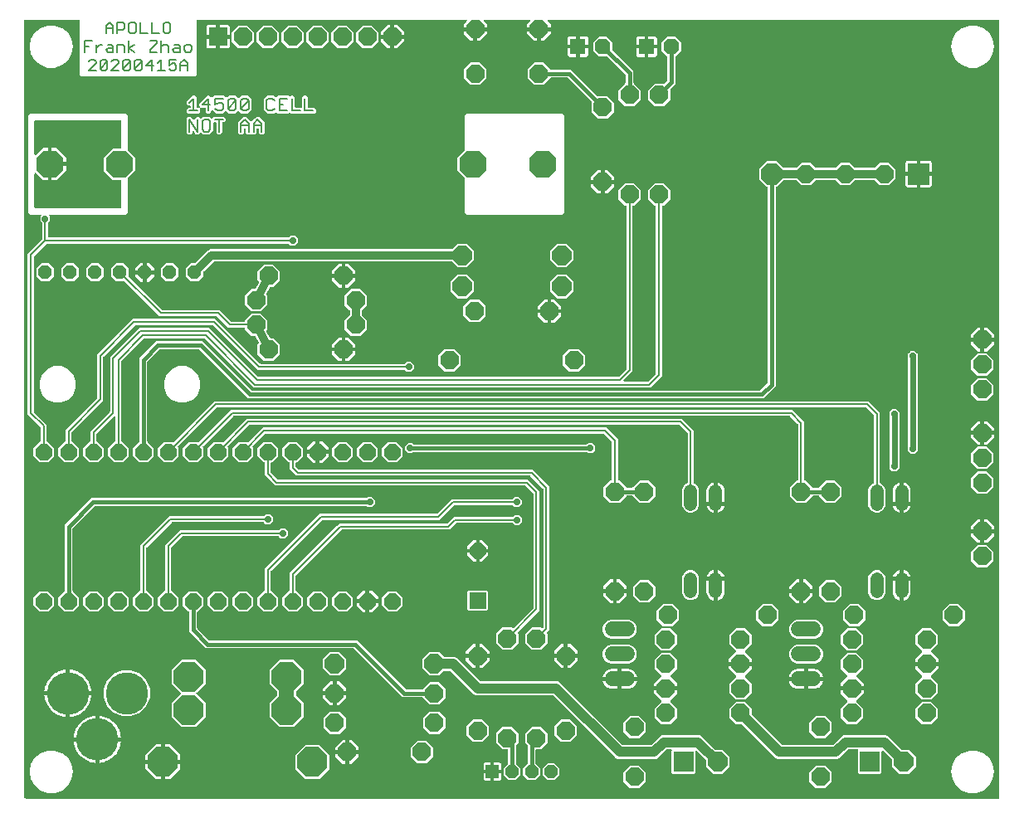
<source format=gbr>
G04 EAGLE Gerber RS-274X export*
G75*
%MOMM*%
%FSLAX34Y34*%
%LPD*%
%INTop Copper*%
%IPPOS*%
%AMOC8*
5,1,8,0,0,1.08239X$1,22.5*%
G01*
%ADD10C,0.177800*%
%ADD11P,1.814519X8X112.500000*%
%ADD12P,1.814519X8X292.500000*%
%ADD13P,2.034460X8X292.500000*%
%ADD14P,2.034460X8X112.500000*%
%ADD15C,1.524000*%
%ADD16P,2.034460X8X22.500000*%
%ADD17R,2.032000X2.032000*%
%ADD18P,2.199416X8X22.500000*%
%ADD19C,1.320800*%
%ADD20P,2.034460X8X202.500000*%
%ADD21C,4.318000*%
%ADD22P,3.299125X8X202.500000*%
%ADD23P,3.299125X8X22.500000*%
%ADD24P,2.364373X8X112.500000*%
%ADD25R,2.184400X2.184400*%
%ADD26P,1.731824X8X202.500000*%
%ADD27R,1.600000X1.600000*%
%ADD28P,2.144431X8X22.500000*%
%ADD29P,2.144431X8X202.500000*%
%ADD30P,3.010451X8X202.500000*%
%ADD31P,3.010451X8X292.500000*%
%ADD32P,1.787026X8X292.500000*%
%ADD33R,1.651000X1.651000*%
%ADD34R,1.320800X1.320800*%
%ADD35P,1.429621X8X22.500000*%
%ADD36C,0.152400*%
%ADD37R,1.879600X1.879600*%
%ADD38P,1.539592X8X202.500000*%
%ADD39P,0.654629X8X22.500000*%
%ADD40C,0.203200*%
%ADD41C,0.406400*%
%ADD42C,1.500000*%
%ADD43C,1.016000*%
%ADD44C,0.812800*%
%ADD45C,0.609600*%

G36*
X996502Y2549D02*
X996502Y2549D01*
X996560Y2547D01*
X996642Y2569D01*
X996726Y2581D01*
X996779Y2604D01*
X996835Y2619D01*
X996908Y2662D01*
X996985Y2697D01*
X997030Y2735D01*
X997080Y2764D01*
X997138Y2826D01*
X997202Y2880D01*
X997234Y2929D01*
X997274Y2972D01*
X997313Y3047D01*
X997360Y3117D01*
X997377Y3173D01*
X997404Y3225D01*
X997415Y3293D01*
X997445Y3388D01*
X997448Y3488D01*
X997459Y3556D01*
X997459Y796444D01*
X997451Y796502D01*
X997453Y796560D01*
X997431Y796642D01*
X997419Y796726D01*
X997396Y796779D01*
X997381Y796835D01*
X997338Y796908D01*
X997303Y796985D01*
X997265Y797030D01*
X997236Y797080D01*
X997174Y797138D01*
X997120Y797202D01*
X997071Y797234D01*
X997028Y797274D01*
X996953Y797313D01*
X996883Y797360D01*
X996827Y797377D01*
X996775Y797404D01*
X996707Y797415D01*
X996612Y797445D01*
X996512Y797448D01*
X996444Y797459D01*
X536994Y797459D01*
X536965Y797455D01*
X536935Y797458D01*
X536824Y797435D01*
X536712Y797419D01*
X536685Y797407D01*
X536657Y797402D01*
X536556Y797350D01*
X536453Y797303D01*
X536430Y797284D01*
X536404Y797271D01*
X536322Y797193D01*
X536236Y797120D01*
X536219Y797095D01*
X536198Y797075D01*
X536141Y796977D01*
X536078Y796883D01*
X536069Y796855D01*
X536054Y796830D01*
X536027Y796720D01*
X535992Y796612D01*
X535992Y796582D01*
X535984Y796554D01*
X535988Y796441D01*
X535985Y796328D01*
X535992Y796299D01*
X535993Y796270D01*
X536028Y796162D01*
X536057Y796053D01*
X536072Y796027D01*
X536081Y795999D01*
X536126Y795936D01*
X536202Y795808D01*
X536248Y795765D01*
X536276Y795726D01*
X539451Y792551D01*
X539451Y789637D01*
X528528Y789637D01*
X528470Y789629D01*
X528412Y789631D01*
X528330Y789609D01*
X528247Y789597D01*
X528193Y789573D01*
X528137Y789559D01*
X528064Y789516D01*
X527987Y789481D01*
X527943Y789443D01*
X527892Y789413D01*
X527835Y789352D01*
X527770Y789297D01*
X527738Y789249D01*
X527698Y789206D01*
X527659Y789131D01*
X527613Y789061D01*
X527595Y789005D01*
X527568Y788953D01*
X527557Y788885D01*
X527527Y788790D01*
X527524Y788690D01*
X527513Y788622D01*
X527513Y787605D01*
X527511Y787605D01*
X527511Y788622D01*
X527503Y788680D01*
X527504Y788738D01*
X527483Y788820D01*
X527471Y788903D01*
X527447Y788957D01*
X527433Y789013D01*
X527390Y789086D01*
X527355Y789163D01*
X527317Y789208D01*
X527287Y789258D01*
X527226Y789316D01*
X527171Y789380D01*
X527123Y789412D01*
X527080Y789452D01*
X527005Y789491D01*
X526935Y789537D01*
X526879Y789555D01*
X526827Y789582D01*
X526759Y789593D01*
X526664Y789623D01*
X526564Y789626D01*
X526496Y789637D01*
X515573Y789637D01*
X515573Y792551D01*
X518748Y795726D01*
X518766Y795750D01*
X518788Y795769D01*
X518851Y795863D01*
X518919Y795953D01*
X518930Y795981D01*
X518946Y796005D01*
X518980Y796113D01*
X519020Y796219D01*
X519023Y796248D01*
X519032Y796276D01*
X519035Y796390D01*
X519044Y796502D01*
X519038Y796531D01*
X519039Y796560D01*
X519010Y796670D01*
X518988Y796781D01*
X518975Y796807D01*
X518967Y796835D01*
X518909Y796933D01*
X518857Y797033D01*
X518837Y797055D01*
X518822Y797080D01*
X518739Y797157D01*
X518661Y797239D01*
X518636Y797254D01*
X518615Y797274D01*
X518514Y797326D01*
X518416Y797383D01*
X518388Y797390D01*
X518361Y797404D01*
X518284Y797417D01*
X518140Y797453D01*
X518078Y797451D01*
X518030Y797459D01*
X471970Y797459D01*
X471941Y797455D01*
X471911Y797458D01*
X471800Y797435D01*
X471688Y797419D01*
X471661Y797407D01*
X471633Y797402D01*
X471532Y797350D01*
X471429Y797303D01*
X471406Y797284D01*
X471380Y797271D01*
X471298Y797193D01*
X471212Y797120D01*
X471195Y797095D01*
X471174Y797075D01*
X471117Y796977D01*
X471054Y796883D01*
X471045Y796855D01*
X471030Y796830D01*
X471003Y796720D01*
X470968Y796612D01*
X470968Y796582D01*
X470960Y796554D01*
X470964Y796441D01*
X470961Y796328D01*
X470968Y796299D01*
X470969Y796270D01*
X471004Y796162D01*
X471033Y796053D01*
X471048Y796027D01*
X471057Y795999D01*
X471102Y795936D01*
X471178Y795808D01*
X471224Y795765D01*
X471252Y795726D01*
X474427Y792551D01*
X474427Y789637D01*
X463504Y789637D01*
X463446Y789629D01*
X463388Y789631D01*
X463306Y789609D01*
X463223Y789597D01*
X463169Y789573D01*
X463113Y789559D01*
X463040Y789516D01*
X462963Y789481D01*
X462919Y789443D01*
X462868Y789413D01*
X462811Y789352D01*
X462746Y789297D01*
X462714Y789249D01*
X462674Y789206D01*
X462635Y789131D01*
X462589Y789061D01*
X462571Y789005D01*
X462544Y788953D01*
X462533Y788885D01*
X462503Y788790D01*
X462500Y788690D01*
X462489Y788622D01*
X462489Y787605D01*
X462487Y787605D01*
X462487Y788622D01*
X462479Y788680D01*
X462480Y788738D01*
X462459Y788820D01*
X462447Y788903D01*
X462423Y788957D01*
X462409Y789013D01*
X462366Y789086D01*
X462331Y789163D01*
X462293Y789208D01*
X462263Y789258D01*
X462202Y789316D01*
X462147Y789380D01*
X462099Y789412D01*
X462056Y789452D01*
X461981Y789491D01*
X461911Y789537D01*
X461855Y789555D01*
X461803Y789582D01*
X461735Y789593D01*
X461640Y789623D01*
X461540Y789626D01*
X461472Y789637D01*
X450549Y789637D01*
X450549Y792551D01*
X453724Y795726D01*
X453742Y795750D01*
X453764Y795769D01*
X453827Y795863D01*
X453895Y795953D01*
X453906Y795981D01*
X453922Y796005D01*
X453956Y796113D01*
X453996Y796219D01*
X453999Y796248D01*
X454008Y796276D01*
X454011Y796390D01*
X454020Y796502D01*
X454014Y796531D01*
X454015Y796560D01*
X453986Y796670D01*
X453964Y796781D01*
X453951Y796807D01*
X453943Y796835D01*
X453885Y796933D01*
X453833Y797033D01*
X453813Y797055D01*
X453798Y797080D01*
X453715Y797157D01*
X453637Y797239D01*
X453612Y797254D01*
X453591Y797274D01*
X453490Y797326D01*
X453392Y797383D01*
X453364Y797390D01*
X453337Y797404D01*
X453260Y797417D01*
X453116Y797453D01*
X453054Y797451D01*
X453006Y797459D01*
X179048Y797459D01*
X178990Y797451D01*
X178932Y797453D01*
X178850Y797431D01*
X178766Y797419D01*
X178713Y797396D01*
X178657Y797381D01*
X178584Y797338D01*
X178507Y797303D01*
X178462Y797265D01*
X178412Y797236D01*
X178354Y797174D01*
X178290Y797120D01*
X178258Y797071D01*
X178218Y797028D01*
X178179Y796953D01*
X178132Y796883D01*
X178115Y796827D01*
X178088Y796775D01*
X178077Y796707D01*
X178047Y796612D01*
X178044Y796512D01*
X178033Y796444D01*
X178033Y741158D01*
X176842Y739967D01*
X60158Y739967D01*
X58967Y741158D01*
X58967Y796444D01*
X58959Y796502D01*
X58961Y796560D01*
X58939Y796642D01*
X58927Y796726D01*
X58904Y796779D01*
X58889Y796835D01*
X58846Y796908D01*
X58811Y796985D01*
X58773Y797030D01*
X58744Y797080D01*
X58682Y797138D01*
X58628Y797202D01*
X58579Y797234D01*
X58536Y797274D01*
X58461Y797313D01*
X58391Y797360D01*
X58335Y797377D01*
X58283Y797404D01*
X58215Y797415D01*
X58120Y797445D01*
X58020Y797448D01*
X57952Y797459D01*
X3556Y797459D01*
X3498Y797451D01*
X3440Y797453D01*
X3358Y797431D01*
X3274Y797419D01*
X3221Y797396D01*
X3165Y797381D01*
X3092Y797338D01*
X3015Y797303D01*
X2970Y797265D01*
X2920Y797236D01*
X2862Y797174D01*
X2798Y797120D01*
X2766Y797071D01*
X2726Y797028D01*
X2687Y796953D01*
X2640Y796883D01*
X2623Y796827D01*
X2596Y796775D01*
X2585Y796707D01*
X2555Y796612D01*
X2552Y796512D01*
X2541Y796444D01*
X2541Y3556D01*
X2549Y3498D01*
X2547Y3440D01*
X2569Y3358D01*
X2581Y3274D01*
X2604Y3221D01*
X2619Y3165D01*
X2662Y3092D01*
X2697Y3015D01*
X2735Y2970D01*
X2764Y2920D01*
X2826Y2862D01*
X2880Y2798D01*
X2929Y2766D01*
X2972Y2726D01*
X3047Y2687D01*
X3117Y2640D01*
X3173Y2623D01*
X3225Y2596D01*
X3293Y2585D01*
X3388Y2555D01*
X3488Y2552D01*
X3556Y2541D01*
X996444Y2541D01*
X996502Y2549D01*
G37*
%LPC*%
G36*
X17886Y345785D02*
X17886Y345785D01*
X11785Y351886D01*
X11785Y360514D01*
X17886Y366615D01*
X18136Y366615D01*
X18194Y366623D01*
X18252Y366621D01*
X18334Y366643D01*
X18418Y366655D01*
X18471Y366678D01*
X18527Y366693D01*
X18600Y366736D01*
X18677Y366771D01*
X18722Y366809D01*
X18772Y366838D01*
X18830Y366900D01*
X18894Y366954D01*
X18926Y367003D01*
X18966Y367046D01*
X19005Y367121D01*
X19052Y367191D01*
X19069Y367247D01*
X19096Y367299D01*
X19107Y367367D01*
X19137Y367462D01*
X19140Y367562D01*
X19151Y367630D01*
X19151Y381117D01*
X19139Y381203D01*
X19136Y381291D01*
X19119Y381343D01*
X19111Y381398D01*
X19076Y381478D01*
X19049Y381561D01*
X19021Y381600D01*
X18995Y381658D01*
X18899Y381771D01*
X18854Y381835D01*
X5951Y394737D01*
X5951Y558463D01*
X20454Y572965D01*
X20506Y573035D01*
X20566Y573099D01*
X20592Y573149D01*
X20625Y573193D01*
X20656Y573274D01*
X20696Y573352D01*
X20704Y573400D01*
X20726Y573458D01*
X20738Y573606D01*
X20751Y573683D01*
X20751Y589477D01*
X20739Y589564D01*
X20736Y589651D01*
X20719Y589704D01*
X20711Y589758D01*
X20676Y589838D01*
X20649Y589921D01*
X20621Y589961D01*
X20595Y590018D01*
X20499Y590131D01*
X20454Y590195D01*
X18743Y591905D01*
X18743Y596095D01*
X19353Y596704D01*
X19371Y596728D01*
X19393Y596747D01*
X19456Y596841D01*
X19524Y596931D01*
X19534Y596959D01*
X19550Y596983D01*
X19585Y597091D01*
X19625Y597197D01*
X19627Y597226D01*
X19636Y597254D01*
X19639Y597368D01*
X19649Y597480D01*
X19643Y597509D01*
X19644Y597538D01*
X19615Y597648D01*
X19593Y597759D01*
X19579Y597785D01*
X19572Y597813D01*
X19514Y597911D01*
X19462Y598011D01*
X19441Y598033D01*
X19426Y598058D01*
X19344Y598135D01*
X19266Y598217D01*
X19241Y598232D01*
X19219Y598252D01*
X19118Y598304D01*
X19021Y598361D01*
X18992Y598368D01*
X18966Y598382D01*
X18889Y598395D01*
X18745Y598431D01*
X18683Y598429D01*
X18635Y598437D01*
X8122Y598437D01*
X6187Y600372D01*
X6187Y699628D01*
X8122Y701563D01*
X106108Y701563D01*
X108043Y699628D01*
X108043Y664579D01*
X108055Y664493D01*
X108058Y664405D01*
X108075Y664353D01*
X108083Y664298D01*
X108118Y664218D01*
X108145Y664135D01*
X108173Y664095D01*
X108199Y664038D01*
X108295Y663925D01*
X108340Y663861D01*
X115599Y656602D01*
X115599Y643398D01*
X108340Y636139D01*
X108288Y636069D01*
X108228Y636005D01*
X108202Y635956D01*
X108169Y635911D01*
X108138Y635830D01*
X108098Y635752D01*
X108090Y635704D01*
X108068Y635646D01*
X108056Y635498D01*
X108043Y635421D01*
X108043Y600372D01*
X106108Y598437D01*
X28965Y598437D01*
X28936Y598433D01*
X28907Y598436D01*
X28796Y598413D01*
X28684Y598397D01*
X28657Y598385D01*
X28628Y598380D01*
X28527Y598327D01*
X28424Y598281D01*
X28402Y598262D01*
X28376Y598249D01*
X28294Y598171D01*
X28207Y598098D01*
X28191Y598073D01*
X28170Y598053D01*
X28112Y597955D01*
X28050Y597861D01*
X28041Y597833D01*
X28026Y597808D01*
X27998Y597698D01*
X27964Y597590D01*
X27963Y597560D01*
X27956Y597532D01*
X27959Y597419D01*
X27956Y597306D01*
X27964Y597277D01*
X27965Y597248D01*
X28000Y597140D01*
X28028Y597031D01*
X28043Y597005D01*
X28052Y596977D01*
X28098Y596913D01*
X28174Y596786D01*
X28219Y596743D01*
X28247Y596704D01*
X28857Y596095D01*
X28857Y591905D01*
X27146Y590195D01*
X27094Y590125D01*
X27034Y590061D01*
X27008Y590012D01*
X26975Y589968D01*
X26944Y589886D01*
X26904Y589808D01*
X26896Y589760D01*
X26874Y589702D01*
X26862Y589554D01*
X26849Y589477D01*
X26849Y576064D01*
X26857Y576006D01*
X26855Y575948D01*
X26877Y575866D01*
X26889Y575782D01*
X26912Y575729D01*
X26927Y575673D01*
X26970Y575600D01*
X27005Y575523D01*
X27043Y575478D01*
X27072Y575428D01*
X27134Y575370D01*
X27188Y575306D01*
X27237Y575274D01*
X27280Y575234D01*
X27355Y575195D01*
X27425Y575148D01*
X27481Y575131D01*
X27533Y575104D01*
X27601Y575093D01*
X27696Y575063D01*
X27796Y575060D01*
X27864Y575049D01*
X271677Y575049D01*
X271764Y575061D01*
X271851Y575064D01*
X271904Y575081D01*
X271958Y575089D01*
X272038Y575124D01*
X272121Y575151D01*
X272161Y575179D01*
X272218Y575205D01*
X272331Y575301D01*
X272395Y575346D01*
X274105Y577057D01*
X278295Y577057D01*
X281257Y574095D01*
X281257Y569905D01*
X278295Y566943D01*
X274105Y566943D01*
X272395Y568654D01*
X272325Y568706D01*
X272261Y568766D01*
X272212Y568792D01*
X272168Y568825D01*
X272086Y568856D01*
X272008Y568896D01*
X271960Y568904D01*
X271902Y568926D01*
X271754Y568938D01*
X271677Y568951D01*
X25483Y568951D01*
X25397Y568939D01*
X25309Y568936D01*
X25257Y568919D01*
X25202Y568911D01*
X25122Y568876D01*
X25039Y568849D01*
X25000Y568821D01*
X24942Y568795D01*
X24829Y568699D01*
X24765Y568654D01*
X12346Y556235D01*
X12294Y556165D01*
X12234Y556101D01*
X12208Y556051D01*
X12175Y556007D01*
X12144Y555926D01*
X12104Y555848D01*
X12096Y555800D01*
X12074Y555742D01*
X12062Y555594D01*
X12049Y555517D01*
X12049Y397683D01*
X12061Y397597D01*
X12064Y397509D01*
X12081Y397457D01*
X12089Y397402D01*
X12124Y397322D01*
X12151Y397239D01*
X12179Y397200D01*
X12205Y397142D01*
X12301Y397029D01*
X12346Y396965D01*
X25249Y384063D01*
X25249Y367630D01*
X25257Y367572D01*
X25255Y367514D01*
X25277Y367432D01*
X25289Y367348D01*
X25312Y367295D01*
X25327Y367239D01*
X25370Y367166D01*
X25405Y367089D01*
X25443Y367044D01*
X25472Y366994D01*
X25534Y366936D01*
X25588Y366872D01*
X25637Y366840D01*
X25680Y366800D01*
X25755Y366761D01*
X25825Y366714D01*
X25881Y366697D01*
X25933Y366670D01*
X26001Y366659D01*
X26096Y366629D01*
X26196Y366626D01*
X26264Y366615D01*
X26514Y366615D01*
X32615Y360514D01*
X32615Y351886D01*
X26514Y345785D01*
X17886Y345785D01*
G37*
%LPD*%
%LPC*%
G36*
X68686Y345785D02*
X68686Y345785D01*
X62585Y351886D01*
X62585Y360514D01*
X68686Y366615D01*
X68936Y366615D01*
X68994Y366623D01*
X69052Y366621D01*
X69134Y366643D01*
X69218Y366655D01*
X69271Y366678D01*
X69327Y366693D01*
X69400Y366736D01*
X69477Y366771D01*
X69522Y366809D01*
X69572Y366838D01*
X69630Y366900D01*
X69694Y366954D01*
X69726Y367003D01*
X69766Y367046D01*
X69805Y367121D01*
X69852Y367191D01*
X69869Y367247D01*
X69896Y367299D01*
X69907Y367367D01*
X69937Y367462D01*
X69940Y367562D01*
X69951Y367630D01*
X69951Y377263D01*
X89654Y396965D01*
X89706Y397035D01*
X89766Y397099D01*
X89792Y397149D01*
X89825Y397193D01*
X89856Y397274D01*
X89896Y397352D01*
X89904Y397400D01*
X89926Y397458D01*
X89938Y397606D01*
X89951Y397683D01*
X89951Y453263D01*
X119737Y483049D01*
X191263Y483049D01*
X240965Y433346D01*
X241035Y433294D01*
X241099Y433234D01*
X241149Y433208D01*
X241193Y433175D01*
X241274Y433144D01*
X241352Y433104D01*
X241400Y433096D01*
X241458Y433074D01*
X241606Y433062D01*
X241683Y433049D01*
X608317Y433049D01*
X608403Y433061D01*
X608491Y433064D01*
X608543Y433081D01*
X608598Y433089D01*
X608678Y433124D01*
X608761Y433151D01*
X608800Y433179D01*
X608858Y433205D01*
X608971Y433301D01*
X609035Y433346D01*
X616654Y440965D01*
X616706Y441035D01*
X616766Y441099D01*
X616792Y441149D01*
X616825Y441193D01*
X616856Y441274D01*
X616896Y441352D01*
X616904Y441400D01*
X616926Y441458D01*
X616938Y441606D01*
X616951Y441683D01*
X616951Y606754D01*
X616943Y606812D01*
X616945Y606870D01*
X616923Y606952D01*
X616911Y607036D01*
X616888Y607089D01*
X616873Y607145D01*
X616830Y607218D01*
X616795Y607295D01*
X616757Y607340D01*
X616728Y607390D01*
X616666Y607448D01*
X616612Y607512D01*
X616563Y607544D01*
X616520Y607584D01*
X616445Y607623D01*
X616375Y607670D01*
X616319Y607687D01*
X616267Y607714D01*
X616199Y607725D01*
X616104Y607755D01*
X616004Y607758D01*
X615936Y607769D01*
X615265Y607769D01*
X608569Y614465D01*
X608569Y623935D01*
X615265Y630631D01*
X624735Y630631D01*
X631431Y623935D01*
X631431Y614465D01*
X624735Y607769D01*
X624064Y607769D01*
X624006Y607761D01*
X623948Y607763D01*
X623866Y607741D01*
X623782Y607729D01*
X623729Y607706D01*
X623673Y607691D01*
X623600Y607648D01*
X623523Y607613D01*
X623478Y607575D01*
X623428Y607546D01*
X623370Y607484D01*
X623306Y607430D01*
X623274Y607381D01*
X623234Y607338D01*
X623195Y607263D01*
X623148Y607193D01*
X623131Y607137D01*
X623104Y607085D01*
X623093Y607017D01*
X623063Y606922D01*
X623060Y606822D01*
X623049Y606754D01*
X623049Y438737D01*
X614093Y429782D01*
X614076Y429758D01*
X614053Y429739D01*
X613991Y429645D01*
X613923Y429555D01*
X613912Y429527D01*
X613896Y429503D01*
X613862Y429395D01*
X613821Y429289D01*
X613819Y429260D01*
X613810Y429232D01*
X613807Y429118D01*
X613798Y429006D01*
X613803Y428977D01*
X613803Y428948D01*
X613831Y428838D01*
X613854Y428727D01*
X613867Y428701D01*
X613875Y428673D01*
X613932Y428575D01*
X613985Y428475D01*
X614005Y428453D01*
X614020Y428428D01*
X614102Y428351D01*
X614180Y428269D01*
X614206Y428254D01*
X614227Y428234D01*
X614328Y428182D01*
X614426Y428125D01*
X614454Y428118D01*
X614480Y428104D01*
X614558Y428091D01*
X614701Y428055D01*
X614764Y428057D01*
X614811Y428049D01*
X638317Y428049D01*
X638403Y428061D01*
X638491Y428064D01*
X638543Y428081D01*
X638598Y428089D01*
X638678Y428124D01*
X638761Y428151D01*
X638800Y428179D01*
X638858Y428205D01*
X638971Y428301D01*
X639035Y428346D01*
X646654Y435965D01*
X646706Y436035D01*
X646766Y436099D01*
X646792Y436149D01*
X646825Y436193D01*
X646856Y436274D01*
X646896Y436352D01*
X646904Y436400D01*
X646926Y436458D01*
X646938Y436606D01*
X646951Y436683D01*
X646951Y606754D01*
X646943Y606812D01*
X646945Y606870D01*
X646923Y606952D01*
X646911Y607036D01*
X646888Y607089D01*
X646873Y607145D01*
X646830Y607218D01*
X646795Y607295D01*
X646757Y607340D01*
X646728Y607390D01*
X646666Y607448D01*
X646612Y607512D01*
X646563Y607544D01*
X646520Y607584D01*
X646445Y607623D01*
X646375Y607670D01*
X646319Y607687D01*
X646267Y607714D01*
X646199Y607725D01*
X646104Y607755D01*
X646004Y607758D01*
X645936Y607769D01*
X645265Y607769D01*
X638569Y614465D01*
X638569Y623935D01*
X645265Y630631D01*
X654735Y630631D01*
X661431Y623935D01*
X661431Y614465D01*
X654735Y607769D01*
X654064Y607769D01*
X654006Y607761D01*
X653948Y607763D01*
X653866Y607741D01*
X653782Y607729D01*
X653729Y607706D01*
X653673Y607691D01*
X653600Y607648D01*
X653523Y607613D01*
X653478Y607575D01*
X653428Y607546D01*
X653370Y607484D01*
X653306Y607430D01*
X653274Y607381D01*
X653234Y607338D01*
X653195Y607263D01*
X653148Y607193D01*
X653131Y607137D01*
X653104Y607085D01*
X653093Y607017D01*
X653063Y606922D01*
X653060Y606822D01*
X653049Y606754D01*
X653049Y433737D01*
X650966Y431654D01*
X650965Y431654D01*
X643346Y424035D01*
X643346Y424034D01*
X641263Y421951D01*
X236737Y421951D01*
X187035Y471654D01*
X186965Y471706D01*
X186901Y471766D01*
X186851Y471792D01*
X186807Y471825D01*
X186726Y471856D01*
X186648Y471896D01*
X186600Y471904D01*
X186542Y471926D01*
X186394Y471938D01*
X186317Y471951D01*
X125134Y471951D01*
X125048Y471939D01*
X124960Y471936D01*
X124908Y471919D01*
X124853Y471911D01*
X124773Y471876D01*
X124690Y471849D01*
X124651Y471821D01*
X124594Y471795D01*
X124480Y471699D01*
X124417Y471654D01*
X101746Y448983D01*
X101694Y448914D01*
X101634Y448850D01*
X101608Y448800D01*
X101575Y448756D01*
X101544Y448675D01*
X101504Y448597D01*
X101496Y448549D01*
X101474Y448491D01*
X101468Y448421D01*
X101463Y448403D01*
X101461Y448339D01*
X101449Y448266D01*
X101449Y367630D01*
X101457Y367572D01*
X101455Y367514D01*
X101477Y367432D01*
X101489Y367348D01*
X101512Y367295D01*
X101527Y367239D01*
X101570Y367166D01*
X101605Y367089D01*
X101643Y367044D01*
X101672Y366994D01*
X101734Y366936D01*
X101788Y366872D01*
X101837Y366840D01*
X101880Y366800D01*
X101955Y366761D01*
X102025Y366714D01*
X102081Y366697D01*
X102133Y366670D01*
X102201Y366659D01*
X102296Y366629D01*
X102396Y366626D01*
X102464Y366615D01*
X102714Y366615D01*
X108815Y360514D01*
X108815Y351886D01*
X102714Y345785D01*
X94086Y345785D01*
X87985Y351886D01*
X87985Y360514D01*
X94086Y366615D01*
X94336Y366615D01*
X94394Y366623D01*
X94452Y366621D01*
X94534Y366643D01*
X94618Y366655D01*
X94671Y366678D01*
X94727Y366693D01*
X94800Y366736D01*
X94877Y366771D01*
X94922Y366809D01*
X94972Y366838D01*
X95030Y366900D01*
X95094Y366954D01*
X95126Y367003D01*
X95166Y367046D01*
X95205Y367121D01*
X95252Y367191D01*
X95269Y367247D01*
X95296Y367299D01*
X95307Y367367D01*
X95337Y367462D01*
X95340Y367562D01*
X95351Y367630D01*
X95351Y391589D01*
X95347Y391618D01*
X95350Y391647D01*
X95327Y391758D01*
X95311Y391870D01*
X95299Y391897D01*
X95294Y391926D01*
X95242Y392026D01*
X95195Y392130D01*
X95176Y392152D01*
X95163Y392178D01*
X95085Y392260D01*
X95012Y392347D01*
X94987Y392363D01*
X94967Y392384D01*
X94869Y392441D01*
X94775Y392504D01*
X94747Y392513D01*
X94722Y392528D01*
X94612Y392556D01*
X94504Y392590D01*
X94474Y392591D01*
X94446Y392598D01*
X94333Y392594D01*
X94220Y392597D01*
X94191Y392590D01*
X94162Y392589D01*
X94054Y392554D01*
X93945Y392525D01*
X93919Y392510D01*
X93891Y392501D01*
X93828Y392456D01*
X93700Y392380D01*
X93657Y392335D01*
X93618Y392307D01*
X76346Y375035D01*
X76294Y374965D01*
X76234Y374901D01*
X76208Y374851D01*
X76175Y374807D01*
X76144Y374726D01*
X76104Y374648D01*
X76096Y374600D01*
X76074Y374542D01*
X76062Y374394D01*
X76049Y374317D01*
X76049Y367630D01*
X76057Y367572D01*
X76055Y367514D01*
X76077Y367432D01*
X76089Y367348D01*
X76112Y367295D01*
X76127Y367239D01*
X76170Y367166D01*
X76205Y367089D01*
X76243Y367044D01*
X76272Y366994D01*
X76334Y366936D01*
X76388Y366872D01*
X76437Y366840D01*
X76480Y366800D01*
X76555Y366761D01*
X76625Y366714D01*
X76681Y366697D01*
X76733Y366670D01*
X76801Y366659D01*
X76896Y366629D01*
X76996Y366626D01*
X77064Y366615D01*
X77314Y366615D01*
X83415Y360514D01*
X83415Y351886D01*
X77314Y345785D01*
X68686Y345785D01*
G37*
%LPD*%
%LPC*%
G36*
X453892Y598437D02*
X453892Y598437D01*
X451957Y600372D01*
X451957Y635421D01*
X451945Y635507D01*
X451942Y635595D01*
X451925Y635647D01*
X451917Y635702D01*
X451882Y635782D01*
X451855Y635865D01*
X451827Y635905D01*
X451801Y635962D01*
X451705Y636075D01*
X451660Y636139D01*
X444401Y643398D01*
X444401Y656602D01*
X451660Y663861D01*
X451712Y663931D01*
X451772Y663995D01*
X451798Y664044D01*
X451831Y664089D01*
X451862Y664170D01*
X451902Y664248D01*
X451910Y664296D01*
X451932Y664354D01*
X451944Y664502D01*
X451957Y664579D01*
X451957Y699628D01*
X453892Y701563D01*
X551878Y701563D01*
X553813Y699628D01*
X553813Y600372D01*
X551878Y598437D01*
X453892Y598437D01*
G37*
%LPD*%
%LPC*%
G36*
X119486Y345785D02*
X119486Y345785D01*
X113385Y351886D01*
X113385Y360514D01*
X119438Y366567D01*
X119490Y366636D01*
X119550Y366700D01*
X119576Y366750D01*
X119609Y366794D01*
X119640Y366875D01*
X119680Y366953D01*
X119688Y367001D01*
X119710Y367059D01*
X119722Y367207D01*
X119735Y367284D01*
X119735Y451636D01*
X137164Y469065D01*
X184284Y469065D01*
X233986Y419362D01*
X234056Y419310D01*
X234120Y419250D01*
X234169Y419224D01*
X234214Y419191D01*
X234295Y419160D01*
X234373Y419120D01*
X234421Y419112D01*
X234479Y419090D01*
X234627Y419078D01*
X234704Y419065D01*
X752896Y419065D01*
X752982Y419077D01*
X753070Y419080D01*
X753122Y419097D01*
X753177Y419105D01*
X753257Y419140D01*
X753340Y419167D01*
X753380Y419195D01*
X753437Y419221D01*
X753550Y419317D01*
X753614Y419362D01*
X760638Y426386D01*
X760690Y426456D01*
X760750Y426520D01*
X760776Y426569D01*
X760809Y426614D01*
X760840Y426695D01*
X760880Y426773D01*
X760888Y426821D01*
X760910Y426879D01*
X760922Y427027D01*
X760935Y427104D01*
X760935Y626030D01*
X760927Y626088D01*
X760929Y626146D01*
X760907Y626228D01*
X760895Y626312D01*
X760872Y626365D01*
X760857Y626421D01*
X760814Y626494D01*
X760779Y626571D01*
X760741Y626616D01*
X760712Y626666D01*
X760650Y626724D01*
X760596Y626788D01*
X760547Y626820D01*
X760504Y626860D01*
X760429Y626899D01*
X760359Y626946D01*
X760303Y626963D01*
X760251Y626990D01*
X760183Y627001D01*
X760088Y627031D01*
X759988Y627034D01*
X759920Y627045D01*
X759634Y627045D01*
X752045Y634634D01*
X752045Y645366D01*
X759634Y652955D01*
X770366Y652955D01*
X776927Y646394D01*
X776997Y646342D01*
X777060Y646282D01*
X777110Y646256D01*
X777154Y646223D01*
X777236Y646192D01*
X777313Y646152D01*
X777361Y646144D01*
X777419Y646122D01*
X777567Y646110D01*
X777645Y646097D01*
X789511Y646097D01*
X789597Y646109D01*
X789685Y646112D01*
X789737Y646129D01*
X789792Y646137D01*
X789872Y646172D01*
X789955Y646199D01*
X789995Y646227D01*
X790052Y646253D01*
X790165Y646349D01*
X790229Y646394D01*
X795265Y651431D01*
X804735Y651431D01*
X809771Y646394D01*
X809841Y646342D01*
X809905Y646282D01*
X809954Y646256D01*
X809999Y646223D01*
X810080Y646192D01*
X810158Y646152D01*
X810206Y646144D01*
X810264Y646122D01*
X810412Y646110D01*
X810489Y646097D01*
X829511Y646097D01*
X829597Y646109D01*
X829685Y646112D01*
X829737Y646129D01*
X829792Y646137D01*
X829872Y646172D01*
X829955Y646199D01*
X829995Y646227D01*
X830052Y646253D01*
X830165Y646349D01*
X830229Y646394D01*
X835265Y651431D01*
X844735Y651431D01*
X849771Y646394D01*
X849841Y646342D01*
X849905Y646282D01*
X849954Y646256D01*
X849999Y646223D01*
X850080Y646192D01*
X850158Y646152D01*
X850206Y646144D01*
X850264Y646122D01*
X850412Y646110D01*
X850489Y646097D01*
X869511Y646097D01*
X869597Y646109D01*
X869685Y646112D01*
X869737Y646129D01*
X869792Y646137D01*
X869872Y646172D01*
X869955Y646199D01*
X869995Y646227D01*
X870052Y646253D01*
X870165Y646349D01*
X870229Y646394D01*
X875265Y651431D01*
X884735Y651431D01*
X891431Y644735D01*
X891431Y635265D01*
X884735Y628569D01*
X875265Y628569D01*
X870229Y633606D01*
X870159Y633658D01*
X870095Y633718D01*
X870046Y633744D01*
X870001Y633777D01*
X869920Y633808D01*
X869842Y633848D01*
X869794Y633856D01*
X869736Y633878D01*
X869588Y633890D01*
X869511Y633903D01*
X850489Y633903D01*
X850403Y633891D01*
X850315Y633888D01*
X850263Y633871D01*
X850208Y633863D01*
X850128Y633828D01*
X850045Y633801D01*
X850005Y633773D01*
X849948Y633747D01*
X849835Y633651D01*
X849771Y633606D01*
X844735Y628569D01*
X835265Y628569D01*
X830229Y633606D01*
X830159Y633658D01*
X830095Y633718D01*
X830046Y633744D01*
X830001Y633777D01*
X829920Y633808D01*
X829842Y633848D01*
X829794Y633856D01*
X829736Y633878D01*
X829588Y633890D01*
X829511Y633903D01*
X810489Y633903D01*
X810403Y633891D01*
X810315Y633888D01*
X810263Y633871D01*
X810208Y633863D01*
X810128Y633828D01*
X810045Y633801D01*
X810005Y633773D01*
X809948Y633747D01*
X809835Y633651D01*
X809771Y633606D01*
X804735Y628569D01*
X795265Y628569D01*
X790229Y633606D01*
X790159Y633658D01*
X790095Y633718D01*
X790046Y633744D01*
X790001Y633777D01*
X789920Y633808D01*
X789842Y633848D01*
X789794Y633856D01*
X789736Y633878D01*
X789588Y633890D01*
X789511Y633903D01*
X777645Y633903D01*
X777558Y633891D01*
X777470Y633888D01*
X777418Y633871D01*
X777363Y633863D01*
X777283Y633828D01*
X777200Y633801D01*
X777161Y633773D01*
X777104Y633747D01*
X776990Y633651D01*
X776927Y633606D01*
X770366Y627045D01*
X770080Y627045D01*
X770022Y627037D01*
X769964Y627039D01*
X769882Y627017D01*
X769798Y627005D01*
X769745Y626982D01*
X769689Y626967D01*
X769616Y626924D01*
X769539Y626889D01*
X769494Y626851D01*
X769444Y626822D01*
X769386Y626760D01*
X769322Y626706D01*
X769290Y626657D01*
X769250Y626614D01*
X769211Y626539D01*
X769164Y626469D01*
X769147Y626413D01*
X769120Y626361D01*
X769109Y626293D01*
X769079Y626198D01*
X769076Y626098D01*
X769065Y626030D01*
X769065Y423316D01*
X756684Y410935D01*
X230916Y410935D01*
X181214Y460638D01*
X181144Y460690D01*
X181080Y460750D01*
X181031Y460776D01*
X180986Y460809D01*
X180905Y460840D01*
X180827Y460880D01*
X180779Y460888D01*
X180721Y460910D01*
X180573Y460922D01*
X180496Y460935D01*
X140952Y460935D01*
X140865Y460923D01*
X140778Y460920D01*
X140725Y460903D01*
X140671Y460895D01*
X140591Y460860D01*
X140508Y460833D01*
X140468Y460805D01*
X140411Y460779D01*
X140298Y460683D01*
X140234Y460638D01*
X128162Y448566D01*
X128110Y448496D01*
X128050Y448432D01*
X128024Y448383D01*
X127991Y448339D01*
X127960Y448257D01*
X127920Y448179D01*
X127912Y448131D01*
X127890Y448073D01*
X127878Y447925D01*
X127865Y447848D01*
X127865Y367284D01*
X127877Y367198D01*
X127880Y367110D01*
X127897Y367058D01*
X127905Y367003D01*
X127940Y366923D01*
X127967Y366840D01*
X127995Y366801D01*
X128021Y366744D01*
X128117Y366630D01*
X128162Y366567D01*
X134215Y360514D01*
X134215Y351886D01*
X128114Y345785D01*
X119486Y345785D01*
G37*
%LPD*%
G36*
X100480Y605051D02*
X100480Y605051D01*
X100538Y605049D01*
X100620Y605071D01*
X100704Y605083D01*
X100757Y605106D01*
X100813Y605121D01*
X100886Y605164D01*
X100963Y605199D01*
X101008Y605237D01*
X101058Y605266D01*
X101116Y605328D01*
X101180Y605382D01*
X101212Y605431D01*
X101252Y605474D01*
X101291Y605549D01*
X101338Y605619D01*
X101355Y605675D01*
X101382Y605727D01*
X101393Y605795D01*
X101423Y605890D01*
X101426Y605990D01*
X101437Y606058D01*
X101437Y633046D01*
X101430Y633098D01*
X101431Y633127D01*
X101430Y633130D01*
X101431Y633162D01*
X101409Y633243D01*
X101397Y633327D01*
X101374Y633380D01*
X101359Y633437D01*
X101316Y633509D01*
X101281Y633586D01*
X101243Y633631D01*
X101214Y633681D01*
X101152Y633739D01*
X101098Y633803D01*
X101049Y633836D01*
X101006Y633876D01*
X100931Y633914D01*
X100861Y633961D01*
X100805Y633979D01*
X100753Y634005D01*
X100685Y634017D01*
X100590Y634047D01*
X100490Y634049D01*
X100422Y634061D01*
X93058Y634061D01*
X83721Y643398D01*
X83721Y656602D01*
X93058Y665939D01*
X100422Y665939D01*
X100480Y665947D01*
X100538Y665946D01*
X100620Y665967D01*
X100704Y665979D01*
X100757Y666003D01*
X100813Y666018D01*
X100886Y666061D01*
X100963Y666095D01*
X101008Y666133D01*
X101058Y666163D01*
X101116Y666225D01*
X101180Y666279D01*
X101212Y666328D01*
X101252Y666370D01*
X101291Y666445D01*
X101338Y666516D01*
X101355Y666571D01*
X101382Y666623D01*
X101393Y666691D01*
X101423Y666787D01*
X101426Y666886D01*
X101437Y666954D01*
X101437Y693942D01*
X101429Y693997D01*
X101431Y694042D01*
X101430Y694044D01*
X101431Y694058D01*
X101409Y694140D01*
X101397Y694224D01*
X101374Y694277D01*
X101359Y694333D01*
X101316Y694406D01*
X101281Y694483D01*
X101243Y694528D01*
X101214Y694578D01*
X101152Y694636D01*
X101098Y694700D01*
X101049Y694732D01*
X101006Y694772D01*
X100931Y694811D01*
X100861Y694858D01*
X100805Y694875D01*
X100753Y694902D01*
X100685Y694913D01*
X100590Y694943D01*
X100490Y694946D01*
X100422Y694957D01*
X13808Y694957D01*
X13750Y694949D01*
X13692Y694951D01*
X13610Y694929D01*
X13526Y694917D01*
X13473Y694894D01*
X13417Y694879D01*
X13344Y694836D01*
X13267Y694801D01*
X13222Y694763D01*
X13172Y694734D01*
X13114Y694672D01*
X13050Y694618D01*
X13018Y694569D01*
X12978Y694526D01*
X12939Y694451D01*
X12892Y694381D01*
X12875Y694325D01*
X12848Y694273D01*
X12837Y694205D01*
X12807Y694110D01*
X12804Y694010D01*
X12793Y693942D01*
X12793Y659964D01*
X12797Y659935D01*
X12794Y659905D01*
X12817Y659794D01*
X12833Y659682D01*
X12845Y659655D01*
X12850Y659627D01*
X12902Y659526D01*
X12949Y659423D01*
X12968Y659400D01*
X12981Y659374D01*
X13059Y659292D01*
X13132Y659206D01*
X13157Y659189D01*
X13177Y659168D01*
X13275Y659111D01*
X13369Y659048D01*
X13397Y659039D01*
X13422Y659024D01*
X13532Y658997D01*
X13640Y658962D01*
X13670Y658962D01*
X13698Y658954D01*
X13811Y658958D01*
X13924Y658955D01*
X13953Y658962D01*
X13982Y658963D01*
X14090Y658998D01*
X14199Y659027D01*
X14225Y659042D01*
X14253Y659051D01*
X14316Y659096D01*
X14444Y659172D01*
X14487Y659218D01*
X14526Y659246D01*
X21727Y666447D01*
X26509Y666447D01*
X26509Y651016D01*
X26517Y650958D01*
X26515Y650900D01*
X26537Y650818D01*
X26549Y650735D01*
X26573Y650681D01*
X26587Y650625D01*
X26630Y650552D01*
X26665Y650475D01*
X26703Y650431D01*
X26733Y650380D01*
X26794Y650323D01*
X26849Y650258D01*
X26897Y650226D01*
X26940Y650186D01*
X27015Y650147D01*
X27085Y650101D01*
X27141Y650083D01*
X27193Y650056D01*
X27261Y650045D01*
X27356Y650015D01*
X27456Y650012D01*
X27524Y650001D01*
X28541Y650001D01*
X28541Y649999D01*
X27524Y649999D01*
X27466Y649991D01*
X27408Y649992D01*
X27326Y649971D01*
X27243Y649959D01*
X27189Y649935D01*
X27133Y649921D01*
X27060Y649878D01*
X26983Y649843D01*
X26938Y649805D01*
X26888Y649775D01*
X26830Y649714D01*
X26766Y649659D01*
X26734Y649611D01*
X26694Y649568D01*
X26655Y649493D01*
X26609Y649423D01*
X26591Y649367D01*
X26564Y649315D01*
X26553Y649247D01*
X26523Y649152D01*
X26520Y649052D01*
X26509Y648984D01*
X26509Y633553D01*
X21727Y633553D01*
X14526Y640754D01*
X14502Y640772D01*
X14483Y640794D01*
X14389Y640857D01*
X14299Y640925D01*
X14271Y640936D01*
X14247Y640952D01*
X14139Y640986D01*
X14033Y641026D01*
X14004Y641029D01*
X13976Y641038D01*
X13862Y641041D01*
X13750Y641050D01*
X13721Y641044D01*
X13692Y641045D01*
X13582Y641016D01*
X13471Y640994D01*
X13445Y640981D01*
X13417Y640973D01*
X13319Y640915D01*
X13219Y640863D01*
X13197Y640843D01*
X13172Y640828D01*
X13095Y640745D01*
X13013Y640667D01*
X12998Y640642D01*
X12978Y640621D01*
X12926Y640520D01*
X12869Y640422D01*
X12862Y640394D01*
X12848Y640367D01*
X12835Y640290D01*
X12799Y640146D01*
X12801Y640084D01*
X12793Y640036D01*
X12793Y606058D01*
X12801Y606000D01*
X12799Y605942D01*
X12821Y605860D01*
X12833Y605776D01*
X12856Y605723D01*
X12871Y605667D01*
X12914Y605594D01*
X12949Y605517D01*
X12987Y605472D01*
X13016Y605422D01*
X13078Y605364D01*
X13132Y605300D01*
X13181Y605268D01*
X13224Y605228D01*
X13299Y605189D01*
X13369Y605142D01*
X13425Y605125D01*
X13477Y605098D01*
X13545Y605087D01*
X13640Y605057D01*
X13740Y605054D01*
X13808Y605043D01*
X100422Y605043D01*
X100480Y605051D01*
G37*
%LPC*%
G36*
X663998Y27807D02*
X663998Y27807D01*
X662807Y28998D01*
X662807Y51002D01*
X662959Y51154D01*
X662977Y51178D01*
X662999Y51197D01*
X663062Y51291D01*
X663130Y51381D01*
X663141Y51409D01*
X663157Y51433D01*
X663191Y51541D01*
X663232Y51647D01*
X663234Y51676D01*
X663243Y51704D01*
X663246Y51817D01*
X663255Y51930D01*
X663249Y51959D01*
X663250Y51988D01*
X663222Y52098D01*
X663199Y52209D01*
X663186Y52235D01*
X663178Y52263D01*
X663120Y52361D01*
X663068Y52461D01*
X663048Y52483D01*
X663033Y52508D01*
X662950Y52585D01*
X662872Y52667D01*
X662847Y52682D01*
X662826Y52702D01*
X662725Y52754D01*
X662627Y52811D01*
X662599Y52818D01*
X662573Y52832D01*
X662495Y52845D01*
X662352Y52881D01*
X662289Y52879D01*
X662242Y52887D01*
X658367Y52887D01*
X658280Y52875D01*
X658193Y52872D01*
X658140Y52855D01*
X658085Y52847D01*
X658005Y52812D01*
X657922Y52785D01*
X657883Y52757D01*
X657826Y52731D01*
X657713Y52635D01*
X657649Y52590D01*
X649029Y43970D01*
X646415Y42887D01*
X608585Y42887D01*
X605971Y43970D01*
X542351Y107590D01*
X542281Y107642D01*
X542217Y107702D01*
X542168Y107728D01*
X542124Y107761D01*
X542042Y107792D01*
X541964Y107832D01*
X541917Y107840D01*
X541858Y107862D01*
X541711Y107874D01*
X541633Y107887D01*
X463585Y107887D01*
X460971Y108970D01*
X437351Y132590D01*
X437281Y132642D01*
X437217Y132702D01*
X437168Y132728D01*
X437124Y132761D01*
X437042Y132792D01*
X436964Y132832D01*
X436917Y132840D01*
X436858Y132862D01*
X436711Y132874D01*
X436633Y132887D01*
X430992Y132887D01*
X430905Y132875D01*
X430818Y132872D01*
X430765Y132855D01*
X430710Y132847D01*
X430630Y132812D01*
X430547Y132785D01*
X430508Y132757D01*
X430451Y132731D01*
X430338Y132635D01*
X430274Y132590D01*
X425745Y128061D01*
X415855Y128061D01*
X408861Y135055D01*
X408861Y144945D01*
X415855Y151939D01*
X425745Y151939D01*
X430274Y147410D01*
X430344Y147358D01*
X430408Y147298D01*
X430457Y147272D01*
X430501Y147239D01*
X430583Y147208D01*
X430661Y147168D01*
X430708Y147160D01*
X430767Y147138D01*
X430914Y147126D01*
X430992Y147113D01*
X441415Y147113D01*
X444029Y146030D01*
X467649Y122410D01*
X467719Y122358D01*
X467783Y122298D01*
X467832Y122272D01*
X467876Y122239D01*
X467958Y122208D01*
X468036Y122168D01*
X468083Y122160D01*
X468142Y122138D01*
X468289Y122126D01*
X468367Y122113D01*
X546415Y122113D01*
X549029Y121030D01*
X612649Y57410D01*
X612719Y57358D01*
X612783Y57298D01*
X612832Y57272D01*
X612876Y57239D01*
X612958Y57208D01*
X613036Y57168D01*
X613083Y57160D01*
X613142Y57138D01*
X613289Y57126D01*
X613367Y57113D01*
X641633Y57113D01*
X641720Y57125D01*
X641807Y57128D01*
X641860Y57145D01*
X641915Y57153D01*
X641995Y57188D01*
X642078Y57215D01*
X642117Y57243D01*
X642174Y57269D01*
X642287Y57365D01*
X642351Y57410D01*
X650971Y66030D01*
X653585Y67113D01*
X691415Y67113D01*
X694029Y66030D01*
X707569Y52490D01*
X707639Y52438D01*
X707703Y52378D01*
X707752Y52352D01*
X707796Y52319D01*
X707878Y52288D01*
X707956Y52248D01*
X708003Y52240D01*
X708062Y52218D01*
X708209Y52206D01*
X708287Y52193D01*
X715050Y52193D01*
X722193Y45050D01*
X722193Y34950D01*
X715050Y27807D01*
X704950Y27807D01*
X697807Y34950D01*
X697807Y41713D01*
X697795Y41800D01*
X697792Y41887D01*
X697775Y41940D01*
X697767Y41995D01*
X697732Y42075D01*
X697705Y42158D01*
X697677Y42197D01*
X697651Y42254D01*
X697555Y42367D01*
X697510Y42431D01*
X688926Y51015D01*
X688902Y51033D01*
X688883Y51055D01*
X688789Y51118D01*
X688699Y51186D01*
X688671Y51197D01*
X688647Y51213D01*
X688539Y51247D01*
X688433Y51287D01*
X688404Y51290D01*
X688376Y51299D01*
X688262Y51302D01*
X688150Y51311D01*
X688121Y51305D01*
X688092Y51306D01*
X687982Y51277D01*
X687871Y51255D01*
X687845Y51241D01*
X687817Y51234D01*
X687719Y51176D01*
X687619Y51124D01*
X687597Y51104D01*
X687572Y51089D01*
X687495Y51006D01*
X687413Y50928D01*
X687398Y50903D01*
X687378Y50882D01*
X687326Y50781D01*
X687269Y50683D01*
X687262Y50655D01*
X687248Y50628D01*
X687235Y50551D01*
X687199Y50407D01*
X687201Y50345D01*
X687193Y50297D01*
X687193Y28998D01*
X686002Y27807D01*
X663998Y27807D01*
G37*
%LPD*%
%LPC*%
G36*
X870582Y294463D02*
X870582Y294463D01*
X867408Y295778D01*
X864978Y298208D01*
X863663Y301382D01*
X863663Y318026D01*
X864978Y321200D01*
X867408Y323630D01*
X868625Y324134D01*
X868626Y324135D01*
X868627Y324135D01*
X868748Y324207D01*
X868869Y324278D01*
X868870Y324280D01*
X868872Y324280D01*
X868969Y324384D01*
X869065Y324485D01*
X869065Y324486D01*
X869066Y324488D01*
X869131Y324613D01*
X869195Y324738D01*
X869195Y324739D01*
X869196Y324741D01*
X869198Y324756D01*
X869250Y325017D01*
X869247Y325047D01*
X869251Y325072D01*
X869251Y393317D01*
X869239Y393403D01*
X869236Y393491D01*
X869219Y393543D01*
X869211Y393598D01*
X869176Y393678D01*
X869149Y393761D01*
X869121Y393800D01*
X869095Y393858D01*
X868999Y393971D01*
X868954Y394035D01*
X861335Y401654D01*
X861265Y401706D01*
X861201Y401766D01*
X861151Y401792D01*
X861107Y401825D01*
X861026Y401856D01*
X860948Y401896D01*
X860900Y401904D01*
X860842Y401926D01*
X860694Y401938D01*
X860617Y401951D01*
X199683Y401951D01*
X199597Y401939D01*
X199509Y401936D01*
X199457Y401919D01*
X199402Y401911D01*
X199322Y401876D01*
X199239Y401849D01*
X199200Y401821D01*
X199142Y401795D01*
X199029Y401699D01*
X198965Y401654D01*
X159438Y362126D01*
X159403Y362080D01*
X159360Y362039D01*
X159318Y361967D01*
X159267Y361899D01*
X159246Y361845D01*
X159217Y361794D01*
X159196Y361712D01*
X159166Y361634D01*
X159161Y361575D01*
X159147Y361519D01*
X159149Y361434D01*
X159142Y361350D01*
X159154Y361293D01*
X159156Y361234D01*
X159182Y361154D01*
X159198Y361072D01*
X159225Y361020D01*
X159243Y360964D01*
X159283Y360908D01*
X159329Y360819D01*
X159398Y360747D01*
X159438Y360691D01*
X159615Y360514D01*
X159615Y351886D01*
X153514Y345785D01*
X144886Y345785D01*
X138785Y351886D01*
X138785Y360514D01*
X144886Y366615D01*
X153514Y366615D01*
X153691Y366438D01*
X153737Y366403D01*
X153778Y366360D01*
X153850Y366318D01*
X153918Y366267D01*
X153973Y366246D01*
X154023Y366217D01*
X154105Y366196D01*
X154183Y366166D01*
X154242Y366161D01*
X154298Y366147D01*
X154383Y366149D01*
X154467Y366142D01*
X154524Y366154D01*
X154583Y366156D01*
X154663Y366182D01*
X154746Y366198D01*
X154797Y366225D01*
X154853Y366243D01*
X154909Y366283D01*
X154998Y366329D01*
X155070Y366398D01*
X155126Y366438D01*
X194654Y405965D01*
X196737Y408049D01*
X863563Y408049D01*
X875349Y396263D01*
X875349Y325072D01*
X875349Y325070D01*
X875349Y325069D01*
X875369Y324929D01*
X875389Y324790D01*
X875389Y324789D01*
X875389Y324787D01*
X875448Y324657D01*
X875505Y324531D01*
X875506Y324530D01*
X875507Y324528D01*
X875598Y324421D01*
X875688Y324314D01*
X875690Y324313D01*
X875691Y324312D01*
X875704Y324304D01*
X875925Y324156D01*
X875954Y324147D01*
X875975Y324134D01*
X877192Y323630D01*
X879622Y321200D01*
X880937Y318026D01*
X880937Y301382D01*
X879622Y298208D01*
X877192Y295778D01*
X874018Y294463D01*
X870582Y294463D01*
G37*
%LPD*%
%LPC*%
G36*
X790265Y304369D02*
X790265Y304369D01*
X783569Y311065D01*
X783569Y320535D01*
X790265Y327231D01*
X790936Y327231D01*
X790994Y327239D01*
X791052Y327237D01*
X791134Y327259D01*
X791218Y327271D01*
X791271Y327294D01*
X791327Y327309D01*
X791400Y327352D01*
X791477Y327387D01*
X791522Y327425D01*
X791572Y327454D01*
X791630Y327516D01*
X791694Y327570D01*
X791726Y327619D01*
X791766Y327662D01*
X791805Y327737D01*
X791852Y327807D01*
X791869Y327863D01*
X791896Y327915D01*
X791907Y327983D01*
X791937Y328078D01*
X791940Y328178D01*
X791951Y328246D01*
X791951Y384317D01*
X791944Y384368D01*
X791945Y384391D01*
X791939Y384414D01*
X791936Y384491D01*
X791919Y384543D01*
X791911Y384598D01*
X791876Y384678D01*
X791849Y384761D01*
X791821Y384800D01*
X791795Y384858D01*
X791699Y384971D01*
X791654Y385035D01*
X784035Y392654D01*
X783965Y392706D01*
X783901Y392766D01*
X783851Y392792D01*
X783807Y392825D01*
X783726Y392856D01*
X783648Y392896D01*
X783600Y392904D01*
X783542Y392926D01*
X783394Y392938D01*
X783317Y392951D01*
X216083Y392951D01*
X215997Y392939D01*
X215909Y392936D01*
X215857Y392919D01*
X215802Y392911D01*
X215722Y392876D01*
X215639Y392849D01*
X215600Y392821D01*
X215542Y392795D01*
X215429Y392699D01*
X215365Y392654D01*
X184838Y362126D01*
X184803Y362080D01*
X184760Y362039D01*
X184718Y361967D01*
X184667Y361899D01*
X184646Y361845D01*
X184617Y361794D01*
X184596Y361712D01*
X184566Y361634D01*
X184561Y361575D01*
X184547Y361519D01*
X184549Y361434D01*
X184542Y361350D01*
X184554Y361293D01*
X184556Y361234D01*
X184582Y361154D01*
X184598Y361072D01*
X184625Y361020D01*
X184643Y360964D01*
X184683Y360908D01*
X184729Y360819D01*
X184798Y360747D01*
X184838Y360691D01*
X185015Y360514D01*
X185015Y351886D01*
X178914Y345785D01*
X170286Y345785D01*
X164185Y351886D01*
X164185Y360514D01*
X170286Y366615D01*
X178914Y366615D01*
X179091Y366438D01*
X179137Y366403D01*
X179178Y366360D01*
X179250Y366318D01*
X179318Y366267D01*
X179373Y366246D01*
X179423Y366217D01*
X179505Y366196D01*
X179583Y366166D01*
X179642Y366161D01*
X179698Y366147D01*
X179783Y366149D01*
X179867Y366142D01*
X179924Y366154D01*
X179983Y366156D01*
X180063Y366182D01*
X180146Y366198D01*
X180197Y366225D01*
X180253Y366243D01*
X180309Y366283D01*
X180398Y366329D01*
X180470Y366398D01*
X180526Y366438D01*
X213137Y399049D01*
X786263Y399049D01*
X798049Y387263D01*
X798049Y328246D01*
X798057Y328188D01*
X798055Y328130D01*
X798077Y328048D01*
X798089Y327964D01*
X798112Y327911D01*
X798127Y327855D01*
X798170Y327782D01*
X798205Y327705D01*
X798243Y327660D01*
X798272Y327610D01*
X798334Y327552D01*
X798388Y327488D01*
X798437Y327456D01*
X798480Y327416D01*
X798555Y327377D01*
X798625Y327330D01*
X798681Y327313D01*
X798733Y327286D01*
X798801Y327275D01*
X798896Y327245D01*
X798996Y327242D01*
X799064Y327231D01*
X799735Y327231D01*
X806555Y320411D01*
X806587Y320339D01*
X806625Y320294D01*
X806654Y320244D01*
X806716Y320186D01*
X806770Y320122D01*
X806819Y320090D01*
X806862Y320050D01*
X806937Y320011D01*
X807007Y319964D01*
X807063Y319947D01*
X807115Y319920D01*
X807183Y319909D01*
X807278Y319879D01*
X807378Y319876D01*
X807446Y319865D01*
X812554Y319865D01*
X812612Y319873D01*
X812670Y319871D01*
X812752Y319893D01*
X812836Y319905D01*
X812889Y319928D01*
X812945Y319943D01*
X813018Y319986D01*
X813095Y320021D01*
X813140Y320059D01*
X813190Y320088D01*
X813248Y320150D01*
X813312Y320204D01*
X813344Y320253D01*
X813384Y320296D01*
X813423Y320371D01*
X813457Y320423D01*
X820265Y327231D01*
X829735Y327231D01*
X836431Y320535D01*
X836431Y311065D01*
X829735Y304369D01*
X820265Y304369D01*
X813445Y311189D01*
X813413Y311261D01*
X813375Y311306D01*
X813346Y311356D01*
X813284Y311414D01*
X813230Y311478D01*
X813181Y311510D01*
X813138Y311550D01*
X813063Y311589D01*
X812993Y311636D01*
X812937Y311653D01*
X812885Y311680D01*
X812817Y311691D01*
X812722Y311721D01*
X812622Y311724D01*
X812554Y311735D01*
X807446Y311735D01*
X807388Y311727D01*
X807330Y311729D01*
X807248Y311707D01*
X807164Y311695D01*
X807111Y311672D01*
X807055Y311657D01*
X806982Y311614D01*
X806905Y311579D01*
X806860Y311541D01*
X806810Y311512D01*
X806752Y311450D01*
X806688Y311396D01*
X806656Y311347D01*
X806616Y311304D01*
X806577Y311229D01*
X806543Y311177D01*
X799735Y304369D01*
X790265Y304369D01*
G37*
%LPD*%
%LPC*%
G36*
X680582Y294463D02*
X680582Y294463D01*
X677408Y295778D01*
X674978Y298208D01*
X673663Y301382D01*
X673663Y318026D01*
X674978Y321200D01*
X677408Y323630D01*
X678625Y324134D01*
X678626Y324135D01*
X678627Y324135D01*
X678748Y324207D01*
X678869Y324278D01*
X678870Y324280D01*
X678872Y324280D01*
X678969Y324384D01*
X679065Y324485D01*
X679065Y324486D01*
X679066Y324488D01*
X679131Y324613D01*
X679195Y324738D01*
X679195Y324739D01*
X679196Y324741D01*
X679198Y324756D01*
X679250Y325017D01*
X679247Y325047D01*
X679251Y325072D01*
X679251Y375317D01*
X679239Y375403D01*
X679236Y375491D01*
X679219Y375543D01*
X679211Y375598D01*
X679176Y375678D01*
X679149Y375761D01*
X679121Y375800D01*
X679095Y375858D01*
X678999Y375971D01*
X678954Y376035D01*
X671335Y383654D01*
X671265Y383706D01*
X671201Y383766D01*
X671151Y383792D01*
X671107Y383825D01*
X671026Y383856D01*
X670948Y383896D01*
X670900Y383904D01*
X670842Y383926D01*
X670694Y383938D01*
X670617Y383951D01*
X232483Y383951D01*
X232397Y383939D01*
X232309Y383936D01*
X232257Y383919D01*
X232202Y383911D01*
X232122Y383876D01*
X232039Y383849D01*
X232000Y383821D01*
X231942Y383795D01*
X231829Y383699D01*
X231765Y383654D01*
X210238Y362126D01*
X210203Y362080D01*
X210160Y362039D01*
X210118Y361967D01*
X210067Y361899D01*
X210046Y361845D01*
X210017Y361794D01*
X209996Y361712D01*
X209966Y361634D01*
X209961Y361575D01*
X209947Y361519D01*
X209949Y361434D01*
X209942Y361350D01*
X209954Y361293D01*
X209956Y361234D01*
X209982Y361154D01*
X209998Y361072D01*
X210025Y361020D01*
X210043Y360964D01*
X210083Y360908D01*
X210129Y360819D01*
X210198Y360747D01*
X210238Y360691D01*
X210415Y360514D01*
X210415Y351886D01*
X204314Y345785D01*
X195686Y345785D01*
X189585Y351886D01*
X189585Y360514D01*
X195686Y366615D01*
X204314Y366615D01*
X204491Y366438D01*
X204537Y366403D01*
X204578Y366360D01*
X204650Y366318D01*
X204718Y366267D01*
X204773Y366246D01*
X204823Y366217D01*
X204905Y366196D01*
X204983Y366166D01*
X205042Y366161D01*
X205098Y366147D01*
X205183Y366149D01*
X205267Y366142D01*
X205324Y366154D01*
X205383Y366156D01*
X205463Y366182D01*
X205546Y366198D01*
X205597Y366225D01*
X205653Y366243D01*
X205709Y366283D01*
X205798Y366329D01*
X205870Y366398D01*
X205926Y366438D01*
X229537Y390049D01*
X673563Y390049D01*
X685349Y378263D01*
X685349Y325072D01*
X685349Y325070D01*
X685349Y325069D01*
X685369Y324929D01*
X685389Y324790D01*
X685389Y324789D01*
X685389Y324787D01*
X685448Y324657D01*
X685505Y324531D01*
X685506Y324530D01*
X685507Y324528D01*
X685598Y324421D01*
X685688Y324314D01*
X685690Y324313D01*
X685691Y324312D01*
X685704Y324304D01*
X685925Y324156D01*
X685954Y324147D01*
X685975Y324134D01*
X687192Y323630D01*
X689622Y321200D01*
X690937Y318026D01*
X690937Y301382D01*
X689622Y298208D01*
X687192Y295778D01*
X684018Y294463D01*
X680582Y294463D01*
G37*
%LPD*%
%LPC*%
G36*
X853998Y27807D02*
X853998Y27807D01*
X852807Y28998D01*
X852807Y51002D01*
X852959Y51154D01*
X852977Y51178D01*
X852999Y51197D01*
X853062Y51291D01*
X853130Y51381D01*
X853141Y51409D01*
X853157Y51433D01*
X853191Y51541D01*
X853232Y51647D01*
X853234Y51676D01*
X853243Y51704D01*
X853246Y51817D01*
X853255Y51930D01*
X853249Y51959D01*
X853250Y51988D01*
X853222Y52098D01*
X853199Y52209D01*
X853186Y52235D01*
X853178Y52263D01*
X853120Y52361D01*
X853068Y52461D01*
X853048Y52483D01*
X853033Y52508D01*
X852950Y52585D01*
X852872Y52667D01*
X852847Y52682D01*
X852826Y52702D01*
X852725Y52754D01*
X852627Y52811D01*
X852599Y52818D01*
X852573Y52832D01*
X852495Y52845D01*
X852352Y52881D01*
X852289Y52879D01*
X852242Y52887D01*
X843367Y52887D01*
X843280Y52875D01*
X843193Y52872D01*
X843140Y52855D01*
X843085Y52847D01*
X843005Y52812D01*
X842922Y52785D01*
X842883Y52757D01*
X842826Y52731D01*
X842713Y52635D01*
X842649Y52590D01*
X834029Y43970D01*
X831415Y42887D01*
X771685Y42887D01*
X769071Y43970D01*
X734769Y78272D01*
X734699Y78324D01*
X734635Y78384D01*
X734586Y78410D01*
X734542Y78443D01*
X734460Y78474D01*
X734382Y78514D01*
X734335Y78522D01*
X734276Y78544D01*
X734129Y78556D01*
X734051Y78569D01*
X728365Y78569D01*
X721669Y85265D01*
X721669Y94735D01*
X728365Y101431D01*
X737835Y101431D01*
X744531Y94735D01*
X744531Y89049D01*
X744543Y88962D01*
X744546Y88875D01*
X744563Y88822D01*
X744571Y88767D01*
X744606Y88687D01*
X744633Y88604D01*
X744661Y88565D01*
X744687Y88508D01*
X744783Y88395D01*
X744828Y88331D01*
X775749Y57410D01*
X775819Y57358D01*
X775883Y57298D01*
X775932Y57272D01*
X775976Y57239D01*
X776058Y57208D01*
X776136Y57168D01*
X776183Y57160D01*
X776242Y57138D01*
X776389Y57126D01*
X776467Y57113D01*
X826633Y57113D01*
X826720Y57125D01*
X826807Y57128D01*
X826860Y57145D01*
X826915Y57153D01*
X826995Y57188D01*
X827078Y57215D01*
X827117Y57243D01*
X827174Y57269D01*
X827287Y57365D01*
X827351Y57410D01*
X835971Y66030D01*
X838585Y67113D01*
X881415Y67113D01*
X884029Y66030D01*
X897569Y52490D01*
X897639Y52438D01*
X897703Y52378D01*
X897752Y52352D01*
X897796Y52319D01*
X897878Y52288D01*
X897956Y52248D01*
X898003Y52240D01*
X898062Y52218D01*
X898209Y52206D01*
X898287Y52193D01*
X905050Y52193D01*
X912193Y45050D01*
X912193Y34950D01*
X905050Y27807D01*
X894950Y27807D01*
X887807Y34950D01*
X887807Y41713D01*
X887795Y41800D01*
X887792Y41887D01*
X887775Y41940D01*
X887767Y41995D01*
X887732Y42075D01*
X887705Y42158D01*
X887677Y42197D01*
X887651Y42254D01*
X887555Y42367D01*
X887510Y42431D01*
X878926Y51015D01*
X878902Y51033D01*
X878883Y51055D01*
X878789Y51118D01*
X878699Y51186D01*
X878671Y51197D01*
X878647Y51213D01*
X878539Y51247D01*
X878433Y51287D01*
X878404Y51290D01*
X878376Y51299D01*
X878262Y51302D01*
X878150Y51311D01*
X878121Y51305D01*
X878092Y51306D01*
X877982Y51277D01*
X877871Y51255D01*
X877845Y51241D01*
X877817Y51234D01*
X877719Y51176D01*
X877619Y51124D01*
X877597Y51104D01*
X877572Y51089D01*
X877495Y51006D01*
X877413Y50928D01*
X877398Y50903D01*
X877378Y50882D01*
X877326Y50781D01*
X877269Y50683D01*
X877262Y50655D01*
X877248Y50628D01*
X877235Y50551D01*
X877199Y50407D01*
X877201Y50345D01*
X877193Y50297D01*
X877193Y28998D01*
X876002Y27807D01*
X853998Y27807D01*
G37*
%LPD*%
%LPC*%
G36*
X172412Y530455D02*
X172412Y530455D01*
X167055Y535812D01*
X167055Y543388D01*
X172412Y548745D01*
X176302Y548745D01*
X176389Y548757D01*
X176476Y548760D01*
X176529Y548777D01*
X176584Y548785D01*
X176663Y548820D01*
X176747Y548847D01*
X176786Y548875D01*
X176843Y548901D01*
X176956Y548997D01*
X177020Y549042D01*
X190146Y562169D01*
X192387Y563097D01*
X437992Y563097D01*
X438079Y563109D01*
X438166Y563112D01*
X438219Y563129D01*
X438274Y563137D01*
X438354Y563172D01*
X438437Y563199D01*
X438476Y563227D01*
X438533Y563253D01*
X438646Y563349D01*
X438710Y563394D01*
X444255Y568939D01*
X454145Y568939D01*
X461139Y561945D01*
X461139Y552055D01*
X454145Y545061D01*
X444255Y545061D01*
X438710Y550606D01*
X438640Y550658D01*
X438577Y550718D01*
X438527Y550744D01*
X438483Y550777D01*
X438401Y550808D01*
X438323Y550848D01*
X438276Y550856D01*
X438217Y550878D01*
X438070Y550890D01*
X437992Y550903D01*
X196546Y550903D01*
X196459Y550891D01*
X196372Y550888D01*
X196319Y550871D01*
X196264Y550863D01*
X196185Y550828D01*
X196101Y550801D01*
X196062Y550773D01*
X196005Y550747D01*
X195892Y550651D01*
X195828Y550606D01*
X185642Y540420D01*
X185590Y540350D01*
X185530Y540286D01*
X185504Y540237D01*
X185471Y540193D01*
X185440Y540111D01*
X185400Y540033D01*
X185392Y539986D01*
X185370Y539927D01*
X185358Y539779D01*
X185345Y539702D01*
X185345Y535812D01*
X179988Y530455D01*
X172412Y530455D01*
G37*
%LPD*%
%LPC*%
G36*
X600265Y304369D02*
X600265Y304369D01*
X593569Y311065D01*
X593569Y320535D01*
X600265Y327231D01*
X600936Y327231D01*
X600994Y327239D01*
X601052Y327237D01*
X601134Y327259D01*
X601218Y327271D01*
X601271Y327294D01*
X601327Y327309D01*
X601400Y327352D01*
X601477Y327387D01*
X601522Y327425D01*
X601572Y327454D01*
X601630Y327516D01*
X601694Y327570D01*
X601726Y327619D01*
X601766Y327662D01*
X601805Y327737D01*
X601852Y327807D01*
X601869Y327863D01*
X601896Y327915D01*
X601907Y327983D01*
X601937Y328078D01*
X601940Y328178D01*
X601951Y328246D01*
X601951Y366317D01*
X601939Y366403D01*
X601936Y366491D01*
X601919Y366543D01*
X601911Y366598D01*
X601876Y366678D01*
X601849Y366761D01*
X601821Y366800D01*
X601795Y366858D01*
X601699Y366971D01*
X601654Y367035D01*
X594035Y374654D01*
X593965Y374706D01*
X593901Y374766D01*
X593851Y374792D01*
X593807Y374825D01*
X593726Y374856D01*
X593648Y374896D01*
X593600Y374904D01*
X593542Y374926D01*
X593394Y374938D01*
X593317Y374951D01*
X248883Y374951D01*
X248797Y374939D01*
X248709Y374936D01*
X248657Y374919D01*
X248602Y374911D01*
X248522Y374876D01*
X248439Y374849D01*
X248400Y374821D01*
X248342Y374795D01*
X248229Y374699D01*
X248165Y374654D01*
X235638Y362126D01*
X235603Y362080D01*
X235560Y362039D01*
X235518Y361967D01*
X235467Y361899D01*
X235446Y361845D01*
X235417Y361794D01*
X235396Y361712D01*
X235366Y361634D01*
X235361Y361575D01*
X235347Y361519D01*
X235349Y361434D01*
X235342Y361350D01*
X235354Y361293D01*
X235356Y361234D01*
X235382Y361154D01*
X235398Y361072D01*
X235425Y361020D01*
X235443Y360964D01*
X235483Y360908D01*
X235529Y360819D01*
X235598Y360747D01*
X235638Y360691D01*
X235815Y360514D01*
X235815Y351886D01*
X229714Y345785D01*
X221086Y345785D01*
X214985Y351886D01*
X214985Y360514D01*
X221086Y366615D01*
X229714Y366615D01*
X229891Y366438D01*
X229937Y366403D01*
X229978Y366360D01*
X230050Y366318D01*
X230118Y366267D01*
X230173Y366246D01*
X230223Y366217D01*
X230305Y366196D01*
X230383Y366166D01*
X230442Y366161D01*
X230498Y366147D01*
X230583Y366149D01*
X230667Y366142D01*
X230724Y366154D01*
X230783Y366156D01*
X230863Y366182D01*
X230946Y366198D01*
X230997Y366225D01*
X231053Y366243D01*
X231109Y366283D01*
X231198Y366329D01*
X231270Y366398D01*
X231326Y366438D01*
X245937Y381049D01*
X596263Y381049D01*
X608049Y369263D01*
X608049Y328246D01*
X608057Y328188D01*
X608055Y328130D01*
X608077Y328048D01*
X608089Y327964D01*
X608112Y327911D01*
X608127Y327855D01*
X608170Y327782D01*
X608205Y327705D01*
X608243Y327660D01*
X608272Y327610D01*
X608334Y327552D01*
X608388Y327488D01*
X608437Y327456D01*
X608480Y327416D01*
X608555Y327377D01*
X608625Y327330D01*
X608681Y327313D01*
X608733Y327286D01*
X608801Y327275D01*
X608896Y327245D01*
X608996Y327242D01*
X609064Y327231D01*
X609735Y327231D01*
X616555Y320411D01*
X616587Y320339D01*
X616625Y320294D01*
X616654Y320244D01*
X616716Y320186D01*
X616770Y320122D01*
X616819Y320090D01*
X616862Y320050D01*
X616937Y320011D01*
X617007Y319964D01*
X617063Y319947D01*
X617115Y319920D01*
X617183Y319909D01*
X617278Y319879D01*
X617378Y319876D01*
X617446Y319865D01*
X622554Y319865D01*
X622612Y319873D01*
X622670Y319871D01*
X622752Y319893D01*
X622836Y319905D01*
X622889Y319928D01*
X622945Y319943D01*
X623018Y319986D01*
X623095Y320021D01*
X623140Y320059D01*
X623190Y320088D01*
X623248Y320150D01*
X623312Y320204D01*
X623344Y320253D01*
X623384Y320296D01*
X623423Y320371D01*
X623457Y320423D01*
X630265Y327231D01*
X639735Y327231D01*
X646431Y320535D01*
X646431Y311065D01*
X639735Y304369D01*
X630265Y304369D01*
X623445Y311189D01*
X623413Y311261D01*
X623375Y311306D01*
X623346Y311356D01*
X623284Y311414D01*
X623230Y311478D01*
X623181Y311510D01*
X623138Y311550D01*
X623063Y311589D01*
X622993Y311636D01*
X622937Y311653D01*
X622885Y311680D01*
X622817Y311691D01*
X622722Y311721D01*
X622622Y311724D01*
X622554Y311735D01*
X617446Y311735D01*
X617388Y311727D01*
X617330Y311729D01*
X617248Y311707D01*
X617164Y311695D01*
X617111Y311672D01*
X617055Y311657D01*
X616982Y311614D01*
X616905Y311579D01*
X616860Y311541D01*
X616810Y311512D01*
X616752Y311450D01*
X616688Y311396D01*
X616656Y311347D01*
X616616Y311304D01*
X616577Y311229D01*
X616543Y311177D01*
X609735Y304369D01*
X600265Y304369D01*
G37*
%LPD*%
%LPC*%
G36*
X43286Y193385D02*
X43286Y193385D01*
X37185Y199486D01*
X37185Y208114D01*
X43238Y214167D01*
X43290Y214236D01*
X43350Y214300D01*
X43376Y214350D01*
X43409Y214394D01*
X43440Y214475D01*
X43480Y214553D01*
X43488Y214601D01*
X43510Y214659D01*
X43522Y214807D01*
X43535Y214884D01*
X43535Y281569D01*
X71031Y309065D01*
X351493Y309065D01*
X351580Y309077D01*
X351667Y309080D01*
X351720Y309097D01*
X351774Y309105D01*
X351854Y309140D01*
X351937Y309167D01*
X351977Y309195D01*
X352034Y309221D01*
X352147Y309317D01*
X352211Y309362D01*
X352905Y310057D01*
X357095Y310057D01*
X360057Y307095D01*
X360057Y302905D01*
X357095Y299943D01*
X352905Y299943D01*
X352211Y300638D01*
X352141Y300690D01*
X352077Y300750D01*
X352028Y300776D01*
X351984Y300809D01*
X351902Y300840D01*
X351824Y300880D01*
X351776Y300888D01*
X351718Y300910D01*
X351570Y300922D01*
X351493Y300935D01*
X74819Y300935D01*
X74732Y300923D01*
X74645Y300920D01*
X74592Y300903D01*
X74538Y300895D01*
X74458Y300860D01*
X74375Y300833D01*
X74335Y300805D01*
X74278Y300779D01*
X74165Y300683D01*
X74101Y300638D01*
X51962Y278499D01*
X51910Y278429D01*
X51850Y278365D01*
X51824Y278316D01*
X51791Y278272D01*
X51760Y278190D01*
X51720Y278112D01*
X51712Y278064D01*
X51690Y278006D01*
X51678Y277858D01*
X51665Y277781D01*
X51665Y214884D01*
X51677Y214798D01*
X51680Y214710D01*
X51697Y214658D01*
X51705Y214603D01*
X51740Y214523D01*
X51767Y214440D01*
X51795Y214401D01*
X51821Y214344D01*
X51917Y214230D01*
X51962Y214167D01*
X58015Y208114D01*
X58015Y199486D01*
X51914Y193385D01*
X43286Y193385D01*
G37*
%LPD*%
%LPC*%
G36*
X490265Y154369D02*
X490265Y154369D01*
X483569Y161065D01*
X483569Y170535D01*
X490265Y177231D01*
X499735Y177231D01*
X500209Y176756D01*
X500256Y176721D01*
X500296Y176679D01*
X500369Y176636D01*
X500436Y176586D01*
X500491Y176565D01*
X500541Y176535D01*
X500623Y176514D01*
X500702Y176484D01*
X500760Y176479D01*
X500817Y176465D01*
X500901Y176468D01*
X500985Y176461D01*
X501042Y176472D01*
X501101Y176474D01*
X501181Y176500D01*
X501264Y176517D01*
X501316Y176544D01*
X501371Y176562D01*
X501428Y176602D01*
X501516Y176648D01*
X501589Y176716D01*
X501645Y176756D01*
X521654Y196765D01*
X521667Y196783D01*
X521679Y196793D01*
X521709Y196839D01*
X521766Y196899D01*
X521792Y196949D01*
X521825Y196993D01*
X521856Y197074D01*
X521896Y197152D01*
X521904Y197200D01*
X521926Y197258D01*
X521938Y197406D01*
X521951Y197483D01*
X521951Y313317D01*
X521939Y313403D01*
X521936Y313491D01*
X521919Y313543D01*
X521911Y313598D01*
X521876Y313678D01*
X521849Y313761D01*
X521821Y313800D01*
X521795Y313858D01*
X521699Y313971D01*
X521654Y314035D01*
X514035Y321654D01*
X513965Y321706D01*
X513901Y321766D01*
X513851Y321792D01*
X513807Y321825D01*
X513726Y321856D01*
X513648Y321896D01*
X513600Y321904D01*
X513542Y321926D01*
X513394Y321938D01*
X513317Y321951D01*
X258539Y321951D01*
X247751Y332739D01*
X247751Y344770D01*
X247743Y344828D01*
X247745Y344886D01*
X247723Y344968D01*
X247711Y345052D01*
X247688Y345105D01*
X247673Y345161D01*
X247630Y345234D01*
X247595Y345311D01*
X247557Y345356D01*
X247528Y345406D01*
X247466Y345464D01*
X247412Y345528D01*
X247363Y345560D01*
X247320Y345600D01*
X247245Y345639D01*
X247175Y345686D01*
X247119Y345703D01*
X247067Y345730D01*
X246999Y345741D01*
X246904Y345771D01*
X246804Y345774D01*
X246736Y345785D01*
X246486Y345785D01*
X240385Y351886D01*
X240385Y360514D01*
X246486Y366615D01*
X255114Y366615D01*
X261215Y360514D01*
X261215Y351886D01*
X255114Y345785D01*
X254864Y345785D01*
X254806Y345777D01*
X254748Y345779D01*
X254666Y345757D01*
X254582Y345745D01*
X254529Y345722D01*
X254473Y345707D01*
X254400Y345664D01*
X254323Y345629D01*
X254278Y345591D01*
X254228Y345562D01*
X254170Y345500D01*
X254106Y345446D01*
X254074Y345397D01*
X254034Y345354D01*
X253995Y345279D01*
X253948Y345209D01*
X253931Y345153D01*
X253904Y345101D01*
X253893Y345033D01*
X253863Y344938D01*
X253860Y344838D01*
X253849Y344770D01*
X253849Y335686D01*
X253861Y335599D01*
X253864Y335512D01*
X253881Y335459D01*
X253889Y335404D01*
X253924Y335324D01*
X253951Y335241D01*
X253979Y335202D01*
X254005Y335145D01*
X254101Y335031D01*
X254146Y334968D01*
X260768Y328346D01*
X260837Y328294D01*
X260901Y328234D01*
X260951Y328208D01*
X260995Y328175D01*
X261077Y328144D01*
X261155Y328104D01*
X261202Y328096D01*
X261261Y328074D01*
X261408Y328062D01*
X261486Y328049D01*
X516263Y328049D01*
X528049Y316263D01*
X528049Y194537D01*
X505956Y172445D01*
X505921Y172398D01*
X505879Y172358D01*
X505836Y172285D01*
X505786Y172218D01*
X505765Y172163D01*
X505735Y172113D01*
X505714Y172031D01*
X505684Y171952D01*
X505679Y171894D01*
X505665Y171837D01*
X505668Y171753D01*
X505661Y171669D01*
X505672Y171611D01*
X505674Y171553D01*
X505700Y171473D01*
X505717Y171390D01*
X505744Y171338D01*
X505762Y171282D01*
X505802Y171226D01*
X505848Y171138D01*
X505916Y171065D01*
X505956Y171009D01*
X506431Y170535D01*
X506431Y161065D01*
X499735Y154369D01*
X490265Y154369D01*
G37*
%LPD*%
%LPC*%
G36*
X520265Y154369D02*
X520265Y154369D01*
X513569Y161065D01*
X513569Y170535D01*
X520265Y177231D01*
X529735Y177231D01*
X530209Y176756D01*
X530256Y176721D01*
X530296Y176679D01*
X530369Y176636D01*
X530436Y176586D01*
X530491Y176565D01*
X530541Y176535D01*
X530623Y176514D01*
X530702Y176484D01*
X530760Y176479D01*
X530817Y176465D01*
X530901Y176468D01*
X530985Y176461D01*
X531042Y176472D01*
X531101Y176474D01*
X531181Y176500D01*
X531264Y176517D01*
X531316Y176544D01*
X531327Y176547D01*
X531330Y176548D01*
X531371Y176562D01*
X531428Y176602D01*
X531516Y176648D01*
X531548Y176678D01*
X531572Y176692D01*
X531607Y176730D01*
X531645Y176756D01*
X531654Y176765D01*
X531688Y176811D01*
X531722Y176843D01*
X531736Y176867D01*
X531766Y176899D01*
X531792Y176949D01*
X531825Y176993D01*
X531853Y177066D01*
X531866Y177089D01*
X531869Y177100D01*
X531896Y177152D01*
X531904Y177200D01*
X531926Y177258D01*
X531934Y177356D01*
X531936Y177364D01*
X531936Y177376D01*
X531938Y177406D01*
X531951Y177483D01*
X531951Y318283D01*
X531943Y318342D01*
X531944Y318400D01*
X531937Y318428D01*
X531936Y318457D01*
X531919Y318510D01*
X531911Y318565D01*
X531887Y318619D01*
X531873Y318675D01*
X531858Y318700D01*
X531849Y318728D01*
X531821Y318767D01*
X531795Y318824D01*
X531757Y318869D01*
X531727Y318919D01*
X531682Y318962D01*
X531654Y319001D01*
X519001Y331654D01*
X518931Y331706D01*
X518868Y331766D01*
X518818Y331792D01*
X518774Y331825D01*
X518692Y331856D01*
X518614Y331896D01*
X518567Y331904D01*
X518508Y331926D01*
X518361Y331938D01*
X518283Y331951D01*
X279941Y331951D01*
X273151Y338741D01*
X273151Y344770D01*
X273143Y344828D01*
X273145Y344886D01*
X273123Y344968D01*
X273111Y345052D01*
X273088Y345105D01*
X273073Y345161D01*
X273030Y345234D01*
X272995Y345311D01*
X272957Y345356D01*
X272928Y345406D01*
X272866Y345464D01*
X272812Y345528D01*
X272763Y345560D01*
X272720Y345600D01*
X272645Y345639D01*
X272575Y345686D01*
X272519Y345703D01*
X272467Y345730D01*
X272399Y345741D01*
X272304Y345771D01*
X272204Y345774D01*
X272136Y345785D01*
X271886Y345785D01*
X265785Y351886D01*
X265785Y360514D01*
X271886Y366615D01*
X280514Y366615D01*
X286615Y360514D01*
X286615Y351886D01*
X280514Y345785D01*
X280264Y345785D01*
X280206Y345777D01*
X280148Y345779D01*
X280066Y345757D01*
X279982Y345745D01*
X279929Y345722D01*
X279873Y345707D01*
X279800Y345664D01*
X279723Y345629D01*
X279678Y345591D01*
X279628Y345562D01*
X279570Y345500D01*
X279506Y345446D01*
X279474Y345397D01*
X279434Y345354D01*
X279395Y345279D01*
X279348Y345209D01*
X279331Y345153D01*
X279304Y345101D01*
X279293Y345033D01*
X279263Y344938D01*
X279260Y344838D01*
X279249Y344770D01*
X279249Y341687D01*
X279261Y341601D01*
X279264Y341513D01*
X279281Y341461D01*
X279289Y341406D01*
X279324Y341326D01*
X279351Y341243D01*
X279379Y341204D01*
X279405Y341146D01*
X279501Y341033D01*
X279546Y340969D01*
X282169Y338346D01*
X282239Y338294D01*
X282303Y338234D01*
X282353Y338208D01*
X282397Y338175D01*
X282478Y338144D01*
X282556Y338104D01*
X282604Y338096D01*
X282662Y338074D01*
X282810Y338062D01*
X282887Y338049D01*
X521230Y338049D01*
X538049Y321230D01*
X538049Y174537D01*
X535956Y172445D01*
X535921Y172398D01*
X535879Y172358D01*
X535836Y172285D01*
X535786Y172218D01*
X535765Y172163D01*
X535735Y172113D01*
X535714Y172031D01*
X535684Y171952D01*
X535679Y171894D01*
X535665Y171837D01*
X535668Y171753D01*
X535661Y171669D01*
X535672Y171611D01*
X535674Y171553D01*
X535700Y171473D01*
X535717Y171390D01*
X535744Y171338D01*
X535762Y171282D01*
X535802Y171226D01*
X535848Y171138D01*
X535916Y171065D01*
X535956Y171009D01*
X536431Y170535D01*
X536431Y161065D01*
X529735Y154369D01*
X520265Y154369D01*
G37*
%LPD*%
%LPC*%
G36*
X43286Y345785D02*
X43286Y345785D01*
X37185Y351886D01*
X37185Y360514D01*
X43286Y366615D01*
X43536Y366615D01*
X43594Y366623D01*
X43652Y366621D01*
X43734Y366643D01*
X43818Y366655D01*
X43871Y366678D01*
X43927Y366693D01*
X44000Y366736D01*
X44077Y366771D01*
X44122Y366809D01*
X44172Y366838D01*
X44230Y366900D01*
X44294Y366954D01*
X44326Y367003D01*
X44366Y367046D01*
X44405Y367121D01*
X44452Y367191D01*
X44469Y367247D01*
X44496Y367299D01*
X44507Y367367D01*
X44537Y367462D01*
X44540Y367562D01*
X44551Y367630D01*
X44551Y378863D01*
X76654Y410965D01*
X76678Y410997D01*
X76694Y411011D01*
X76719Y411049D01*
X76766Y411099D01*
X76792Y411149D01*
X76825Y411193D01*
X76838Y411227D01*
X76852Y411248D01*
X76867Y411295D01*
X76896Y411352D01*
X76904Y411400D01*
X76926Y411458D01*
X76929Y411492D01*
X76937Y411519D01*
X76940Y411615D01*
X76951Y411683D01*
X76951Y455897D01*
X113103Y492049D01*
X197263Y492049D01*
X242965Y446346D01*
X243035Y446294D01*
X243099Y446234D01*
X243149Y446208D01*
X243193Y446175D01*
X243274Y446144D01*
X243352Y446104D01*
X243400Y446096D01*
X243458Y446074D01*
X243606Y446062D01*
X243683Y446049D01*
X390477Y446049D01*
X390564Y446061D01*
X390651Y446064D01*
X390704Y446081D01*
X390758Y446089D01*
X390838Y446124D01*
X390921Y446151D01*
X390961Y446179D01*
X391018Y446205D01*
X391131Y446301D01*
X391195Y446346D01*
X392905Y448057D01*
X397095Y448057D01*
X400057Y445095D01*
X400057Y440905D01*
X397095Y437943D01*
X392905Y437943D01*
X391195Y439654D01*
X391125Y439706D01*
X391061Y439766D01*
X391012Y439792D01*
X390968Y439825D01*
X390886Y439856D01*
X390808Y439896D01*
X390760Y439904D01*
X390702Y439926D01*
X390554Y439938D01*
X390477Y439951D01*
X240737Y439951D01*
X195035Y485654D01*
X194965Y485706D01*
X194901Y485766D01*
X194851Y485792D01*
X194807Y485825D01*
X194726Y485856D01*
X194648Y485896D01*
X194600Y485904D01*
X194542Y485926D01*
X194394Y485938D01*
X194317Y485951D01*
X116049Y485951D01*
X115962Y485939D01*
X115875Y485936D01*
X115822Y485919D01*
X115768Y485911D01*
X115688Y485876D01*
X115604Y485849D01*
X115565Y485821D01*
X115508Y485795D01*
X115395Y485699D01*
X115331Y485654D01*
X83346Y453669D01*
X83294Y453599D01*
X83234Y453535D01*
X83208Y453486D01*
X83175Y453442D01*
X83144Y453360D01*
X83104Y453282D01*
X83096Y453234D01*
X83074Y453176D01*
X83062Y453028D01*
X83049Y452951D01*
X83049Y408737D01*
X50946Y376635D01*
X50894Y376565D01*
X50834Y376501D01*
X50808Y376451D01*
X50775Y376407D01*
X50744Y376326D01*
X50704Y376248D01*
X50696Y376200D01*
X50674Y376142D01*
X50662Y375994D01*
X50649Y375917D01*
X50649Y367630D01*
X50657Y367572D01*
X50655Y367514D01*
X50677Y367432D01*
X50689Y367348D01*
X50712Y367295D01*
X50727Y367239D01*
X50770Y367166D01*
X50805Y367089D01*
X50843Y367044D01*
X50872Y366994D01*
X50934Y366936D01*
X50988Y366872D01*
X51037Y366840D01*
X51080Y366800D01*
X51155Y366761D01*
X51225Y366714D01*
X51281Y366697D01*
X51333Y366670D01*
X51401Y366659D01*
X51496Y366629D01*
X51596Y366626D01*
X51664Y366615D01*
X51914Y366615D01*
X58015Y360514D01*
X58015Y351886D01*
X51914Y345785D01*
X43286Y345785D01*
G37*
%LPD*%
%LPC*%
G36*
X416065Y98569D02*
X416065Y98569D01*
X409245Y105389D01*
X409213Y105461D01*
X409175Y105506D01*
X409146Y105556D01*
X409084Y105614D01*
X409030Y105678D01*
X408981Y105710D01*
X408938Y105750D01*
X408863Y105789D01*
X408793Y105836D01*
X408737Y105853D01*
X408685Y105880D01*
X408617Y105891D01*
X408522Y105921D01*
X408422Y105924D01*
X408354Y105935D01*
X388316Y105935D01*
X338614Y155638D01*
X338544Y155690D01*
X338480Y155750D01*
X338431Y155776D01*
X338386Y155809D01*
X338305Y155840D01*
X338227Y155880D01*
X338179Y155888D01*
X338121Y155910D01*
X337973Y155922D01*
X337896Y155935D01*
X187416Y155935D01*
X170535Y172816D01*
X170535Y192716D01*
X170523Y192802D01*
X170520Y192890D01*
X170503Y192942D01*
X170495Y192997D01*
X170460Y193077D01*
X170433Y193160D01*
X170405Y193199D01*
X170379Y193256D01*
X170283Y193370D01*
X170238Y193433D01*
X164185Y199486D01*
X164185Y208114D01*
X170286Y214215D01*
X178914Y214215D01*
X185015Y208114D01*
X185015Y199486D01*
X178962Y193433D01*
X178910Y193364D01*
X178850Y193300D01*
X178824Y193250D01*
X178791Y193206D01*
X178760Y193125D01*
X178720Y193047D01*
X178712Y192999D01*
X178690Y192941D01*
X178678Y192793D01*
X178665Y192716D01*
X178665Y176604D01*
X178677Y176518D01*
X178680Y176430D01*
X178697Y176378D01*
X178705Y176323D01*
X178740Y176243D01*
X178767Y176160D01*
X178795Y176120D01*
X178821Y176063D01*
X178917Y175950D01*
X178962Y175886D01*
X190486Y164362D01*
X190556Y164310D01*
X190620Y164250D01*
X190669Y164224D01*
X190714Y164191D01*
X190795Y164160D01*
X190873Y164120D01*
X190921Y164112D01*
X190979Y164090D01*
X191127Y164078D01*
X191204Y164065D01*
X341684Y164065D01*
X391386Y114362D01*
X391456Y114310D01*
X391520Y114250D01*
X391569Y114224D01*
X391614Y114191D01*
X391695Y114160D01*
X391773Y114120D01*
X391821Y114112D01*
X391879Y114090D01*
X392027Y114078D01*
X392104Y114065D01*
X408354Y114065D01*
X408412Y114073D01*
X408470Y114071D01*
X408552Y114093D01*
X408636Y114105D01*
X408689Y114128D01*
X408745Y114143D01*
X408818Y114186D01*
X408895Y114221D01*
X408940Y114259D01*
X408990Y114288D01*
X409048Y114350D01*
X409112Y114404D01*
X409144Y114453D01*
X409184Y114496D01*
X409223Y114571D01*
X409257Y114623D01*
X416065Y121431D01*
X425535Y121431D01*
X432231Y114735D01*
X432231Y105265D01*
X425535Y98569D01*
X416065Y98569D01*
G37*
%LPD*%
%LPC*%
G36*
X246486Y193385D02*
X246486Y193385D01*
X240385Y199486D01*
X240385Y208114D01*
X246486Y214215D01*
X246736Y214215D01*
X246794Y214223D01*
X246852Y214221D01*
X246934Y214243D01*
X247018Y214255D01*
X247071Y214278D01*
X247127Y214293D01*
X247200Y214336D01*
X247277Y214371D01*
X247322Y214409D01*
X247372Y214438D01*
X247430Y214500D01*
X247494Y214554D01*
X247526Y214603D01*
X247566Y214646D01*
X247605Y214721D01*
X247652Y214791D01*
X247669Y214847D01*
X247696Y214899D01*
X247707Y214967D01*
X247737Y215062D01*
X247740Y215162D01*
X247751Y215230D01*
X247751Y237063D01*
X303737Y293049D01*
X423317Y293049D01*
X423403Y293061D01*
X423491Y293064D01*
X423543Y293081D01*
X423598Y293089D01*
X423678Y293124D01*
X423761Y293151D01*
X423800Y293179D01*
X423858Y293205D01*
X423971Y293301D01*
X424035Y293346D01*
X438737Y308049D01*
X500477Y308049D01*
X500564Y308061D01*
X500651Y308064D01*
X500704Y308081D01*
X500758Y308089D01*
X500838Y308124D01*
X500921Y308151D01*
X500961Y308179D01*
X501018Y308205D01*
X501131Y308301D01*
X501195Y308346D01*
X502905Y310057D01*
X507095Y310057D01*
X510057Y307095D01*
X510057Y302905D01*
X507095Y299943D01*
X502905Y299943D01*
X501195Y301654D01*
X501125Y301706D01*
X501061Y301766D01*
X501012Y301792D01*
X500968Y301825D01*
X500886Y301856D01*
X500808Y301896D01*
X500760Y301904D01*
X500702Y301926D01*
X500554Y301938D01*
X500477Y301951D01*
X441683Y301951D01*
X441597Y301939D01*
X441509Y301936D01*
X441457Y301919D01*
X441402Y301911D01*
X441322Y301876D01*
X441239Y301849D01*
X441200Y301821D01*
X441142Y301795D01*
X441029Y301699D01*
X440965Y301654D01*
X426263Y286951D01*
X306683Y286951D01*
X306597Y286939D01*
X306509Y286936D01*
X306457Y286919D01*
X306402Y286911D01*
X306322Y286876D01*
X306239Y286849D01*
X306200Y286821D01*
X306142Y286795D01*
X306029Y286699D01*
X305965Y286654D01*
X254146Y234835D01*
X254094Y234765D01*
X254034Y234701D01*
X254008Y234651D01*
X253975Y234607D01*
X253944Y234526D01*
X253904Y234448D01*
X253896Y234400D01*
X253874Y234342D01*
X253862Y234194D01*
X253849Y234117D01*
X253849Y215230D01*
X253857Y215172D01*
X253855Y215114D01*
X253877Y215032D01*
X253889Y214948D01*
X253912Y214895D01*
X253927Y214839D01*
X253970Y214766D01*
X254005Y214689D01*
X254043Y214644D01*
X254072Y214594D01*
X254134Y214536D01*
X254188Y214472D01*
X254237Y214440D01*
X254280Y214400D01*
X254355Y214361D01*
X254425Y214314D01*
X254481Y214297D01*
X254533Y214270D01*
X254601Y214259D01*
X254696Y214229D01*
X254796Y214226D01*
X254864Y214215D01*
X255114Y214215D01*
X261215Y208114D01*
X261215Y199486D01*
X255114Y193385D01*
X246486Y193385D01*
G37*
%LPD*%
%LPC*%
G36*
X247165Y449569D02*
X247165Y449569D01*
X240469Y456265D01*
X240469Y465735D01*
X241399Y466664D01*
X241423Y466697D01*
X241454Y466724D01*
X241509Y466810D01*
X241570Y466891D01*
X241584Y466930D01*
X241606Y466964D01*
X241635Y467062D01*
X241671Y467157D01*
X241674Y467198D01*
X241686Y467237D01*
X241686Y467339D01*
X241694Y467440D01*
X241686Y467480D01*
X241686Y467522D01*
X241663Y467595D01*
X241639Y467719D01*
X241603Y467787D01*
X241586Y467842D01*
X238451Y474014D01*
X238390Y474100D01*
X238337Y474190D01*
X238309Y474216D01*
X238288Y474247D01*
X238206Y474313D01*
X238130Y474384D01*
X238096Y474402D01*
X238067Y474425D01*
X237970Y474466D01*
X237877Y474514D01*
X237843Y474519D01*
X237804Y474536D01*
X237607Y474559D01*
X237546Y474569D01*
X234465Y474569D01*
X227769Y481265D01*
X227769Y481936D01*
X227761Y481994D01*
X227763Y482052D01*
X227741Y482134D01*
X227729Y482218D01*
X227706Y482271D01*
X227691Y482327D01*
X227648Y482400D01*
X227613Y482477D01*
X227575Y482522D01*
X227546Y482572D01*
X227484Y482630D01*
X227430Y482694D01*
X227381Y482726D01*
X227338Y482766D01*
X227263Y482805D01*
X227193Y482852D01*
X227137Y482869D01*
X227085Y482896D01*
X227017Y482907D01*
X226922Y482937D01*
X226822Y482940D01*
X226754Y482951D01*
X210737Y482951D01*
X199035Y494654D01*
X198965Y494706D01*
X198901Y494766D01*
X198852Y494792D01*
X198807Y494825D01*
X198726Y494856D01*
X198648Y494896D01*
X198600Y494904D01*
X198542Y494926D01*
X198394Y494938D01*
X198317Y494951D01*
X140337Y494951D01*
X105028Y530260D01*
X104982Y530295D01*
X104941Y530338D01*
X104869Y530380D01*
X104801Y530431D01*
X104746Y530452D01*
X104696Y530481D01*
X104614Y530502D01*
X104536Y530532D01*
X104477Y530537D01*
X104420Y530551D01*
X104336Y530549D01*
X104252Y530556D01*
X104195Y530544D01*
X104136Y530542D01*
X104056Y530516D01*
X103974Y530500D01*
X103922Y530473D01*
X103867Y530455D01*
X96212Y530455D01*
X90855Y535812D01*
X90855Y543388D01*
X96212Y548745D01*
X103788Y548745D01*
X109145Y543388D01*
X109145Y535720D01*
X109119Y535675D01*
X109098Y535594D01*
X109068Y535515D01*
X109063Y535456D01*
X109049Y535400D01*
X109051Y535315D01*
X109044Y535231D01*
X109056Y535174D01*
X109058Y535115D01*
X109083Y535035D01*
X109100Y534953D01*
X109127Y534901D01*
X109145Y534845D01*
X109185Y534789D01*
X109231Y534700D01*
X109300Y534628D01*
X109340Y534572D01*
X142565Y501346D01*
X142635Y501294D01*
X142699Y501234D01*
X142749Y501208D01*
X142793Y501175D01*
X142874Y501144D01*
X142952Y501104D01*
X143000Y501096D01*
X143058Y501074D01*
X143206Y501062D01*
X143283Y501049D01*
X201263Y501049D01*
X203346Y498966D01*
X203346Y498965D01*
X212965Y489346D01*
X213035Y489294D01*
X213099Y489234D01*
X213149Y489208D01*
X213193Y489175D01*
X213274Y489144D01*
X213352Y489104D01*
X213400Y489096D01*
X213458Y489074D01*
X213606Y489062D01*
X213683Y489049D01*
X226754Y489049D01*
X226812Y489057D01*
X226870Y489055D01*
X226952Y489077D01*
X227036Y489089D01*
X227089Y489112D01*
X227145Y489127D01*
X227218Y489170D01*
X227295Y489205D01*
X227340Y489243D01*
X227390Y489272D01*
X227448Y489334D01*
X227512Y489388D01*
X227544Y489437D01*
X227584Y489480D01*
X227623Y489555D01*
X227670Y489625D01*
X227687Y489681D01*
X227714Y489733D01*
X227725Y489801D01*
X227755Y489896D01*
X227758Y489996D01*
X227769Y490064D01*
X227769Y490735D01*
X234465Y497431D01*
X243935Y497431D01*
X250631Y490735D01*
X250631Y481265D01*
X249701Y480336D01*
X249677Y480303D01*
X249646Y480276D01*
X249591Y480190D01*
X249530Y480109D01*
X249516Y480070D01*
X249494Y480036D01*
X249465Y479938D01*
X249429Y479843D01*
X249426Y479802D01*
X249414Y479763D01*
X249414Y479661D01*
X249406Y479560D01*
X249414Y479520D01*
X249414Y479478D01*
X249437Y479405D01*
X249461Y479281D01*
X249497Y479213D01*
X249514Y479158D01*
X252649Y472986D01*
X252710Y472900D01*
X252763Y472810D01*
X252791Y472784D01*
X252812Y472753D01*
X252894Y472687D01*
X252970Y472616D01*
X253004Y472598D01*
X253033Y472575D01*
X253130Y472534D01*
X253223Y472486D01*
X253257Y472481D01*
X253296Y472464D01*
X253493Y472441D01*
X253554Y472431D01*
X256635Y472431D01*
X263331Y465735D01*
X263331Y456265D01*
X256635Y449569D01*
X247165Y449569D01*
G37*
%LPD*%
%LPC*%
G36*
X271886Y193385D02*
X271886Y193385D01*
X265785Y199486D01*
X265785Y208114D01*
X271886Y214215D01*
X272136Y214215D01*
X272194Y214223D01*
X272252Y214221D01*
X272334Y214243D01*
X272418Y214255D01*
X272471Y214278D01*
X272527Y214293D01*
X272600Y214336D01*
X272677Y214371D01*
X272722Y214409D01*
X272772Y214438D01*
X272830Y214500D01*
X272894Y214554D01*
X272926Y214603D01*
X272966Y214646D01*
X273005Y214721D01*
X273052Y214791D01*
X273069Y214847D01*
X273096Y214899D01*
X273107Y214967D01*
X273137Y215062D01*
X273140Y215162D01*
X273151Y215230D01*
X273151Y232463D01*
X275234Y234546D01*
X275235Y234546D01*
X321654Y280965D01*
X321654Y280966D01*
X323737Y283049D01*
X433317Y283049D01*
X433403Y283061D01*
X433491Y283064D01*
X433543Y283081D01*
X433598Y283089D01*
X433678Y283124D01*
X433761Y283151D01*
X433800Y283179D01*
X433858Y283205D01*
X433971Y283301D01*
X434035Y283346D01*
X440737Y290049D01*
X500477Y290049D01*
X500564Y290061D01*
X500651Y290064D01*
X500704Y290081D01*
X500758Y290089D01*
X500838Y290124D01*
X500921Y290151D01*
X500961Y290179D01*
X501018Y290205D01*
X501131Y290301D01*
X501195Y290346D01*
X502905Y292057D01*
X507095Y292057D01*
X510057Y289095D01*
X510057Y284905D01*
X507095Y281943D01*
X502905Y281943D01*
X501195Y283654D01*
X501125Y283706D01*
X501061Y283766D01*
X501012Y283792D01*
X500968Y283825D01*
X500886Y283856D01*
X500808Y283896D01*
X500760Y283904D01*
X500702Y283926D01*
X500554Y283938D01*
X500477Y283951D01*
X443683Y283951D01*
X443597Y283939D01*
X443509Y283936D01*
X443457Y283919D01*
X443402Y283911D01*
X443322Y283876D01*
X443239Y283849D01*
X443200Y283821D01*
X443142Y283795D01*
X443029Y283699D01*
X442965Y283654D01*
X436263Y276951D01*
X326683Y276951D01*
X326597Y276939D01*
X326509Y276936D01*
X326457Y276919D01*
X326402Y276911D01*
X326322Y276876D01*
X326239Y276849D01*
X326200Y276821D01*
X326142Y276795D01*
X326029Y276699D01*
X325965Y276654D01*
X279546Y230235D01*
X279494Y230165D01*
X279434Y230101D01*
X279408Y230051D01*
X279375Y230007D01*
X279344Y229926D01*
X279304Y229848D01*
X279296Y229800D01*
X279274Y229742D01*
X279262Y229594D01*
X279249Y229517D01*
X279249Y215230D01*
X279257Y215172D01*
X279255Y215114D01*
X279277Y215032D01*
X279289Y214948D01*
X279312Y214895D01*
X279327Y214839D01*
X279370Y214766D01*
X279405Y214689D01*
X279443Y214644D01*
X279472Y214594D01*
X279534Y214536D01*
X279588Y214472D01*
X279637Y214440D01*
X279680Y214400D01*
X279755Y214361D01*
X279825Y214314D01*
X279881Y214297D01*
X279933Y214270D01*
X280001Y214259D01*
X280096Y214229D01*
X280196Y214226D01*
X280264Y214215D01*
X280514Y214215D01*
X286615Y208114D01*
X286615Y199486D01*
X280514Y193385D01*
X271886Y193385D01*
G37*
%LPD*%
%LPC*%
G36*
X262845Y75727D02*
X262845Y75727D01*
X252727Y85845D01*
X252727Y100155D01*
X260170Y107597D01*
X260222Y107667D01*
X260282Y107731D01*
X260308Y107780D01*
X260341Y107824D01*
X260372Y107906D01*
X260412Y107984D01*
X260420Y108032D01*
X260442Y108090D01*
X260454Y108238D01*
X260467Y108315D01*
X260467Y111685D01*
X260455Y111772D01*
X260452Y111859D01*
X260435Y111912D01*
X260427Y111966D01*
X260392Y112046D01*
X260365Y112129D01*
X260337Y112169D01*
X260311Y112226D01*
X260215Y112339D01*
X260170Y112403D01*
X252727Y119845D01*
X252727Y134155D01*
X262845Y144273D01*
X277155Y144273D01*
X287273Y134155D01*
X287273Y119845D01*
X279830Y112403D01*
X279778Y112333D01*
X279718Y112269D01*
X279692Y112220D01*
X279659Y112176D01*
X279628Y112094D01*
X279588Y112016D01*
X279580Y111968D01*
X279558Y111910D01*
X279546Y111762D01*
X279533Y111685D01*
X279533Y108315D01*
X279545Y108228D01*
X279548Y108141D01*
X279565Y108088D01*
X279573Y108034D01*
X279608Y107954D01*
X279635Y107871D01*
X279663Y107831D01*
X279689Y107774D01*
X279785Y107661D01*
X279830Y107597D01*
X287273Y100155D01*
X287273Y85845D01*
X277155Y75727D01*
X262845Y75727D01*
G37*
%LPD*%
%LPC*%
G36*
X162845Y75727D02*
X162845Y75727D01*
X152727Y85845D01*
X152727Y100155D01*
X161855Y109282D01*
X161890Y109329D01*
X161932Y109369D01*
X161975Y109442D01*
X162026Y109509D01*
X162047Y109564D01*
X162076Y109614D01*
X162097Y109696D01*
X162127Y109775D01*
X162132Y109833D01*
X162146Y109890D01*
X162143Y109974D01*
X162150Y110058D01*
X162139Y110116D01*
X162137Y110174D01*
X162111Y110254D01*
X162095Y110337D01*
X162068Y110389D01*
X162050Y110445D01*
X162010Y110501D01*
X161964Y110589D01*
X161895Y110662D01*
X161855Y110718D01*
X152727Y119845D01*
X152727Y134155D01*
X162845Y144273D01*
X177155Y144273D01*
X187273Y134155D01*
X187273Y119845D01*
X178145Y110718D01*
X178110Y110671D01*
X178068Y110631D01*
X178025Y110558D01*
X177974Y110491D01*
X177953Y110436D01*
X177924Y110386D01*
X177903Y110304D01*
X177873Y110225D01*
X177868Y110167D01*
X177854Y110110D01*
X177857Y110026D01*
X177850Y109942D01*
X177861Y109884D01*
X177863Y109826D01*
X177889Y109746D01*
X177905Y109663D01*
X177932Y109611D01*
X177950Y109555D01*
X177990Y109499D01*
X178036Y109411D01*
X178105Y109338D01*
X178145Y109282D01*
X187273Y100155D01*
X187273Y85845D01*
X177155Y75727D01*
X162845Y75727D01*
G37*
%LPD*%
%LPC*%
G36*
X102301Y86377D02*
X102301Y86377D01*
X93619Y89974D01*
X86974Y96619D01*
X83377Y105301D01*
X83377Y114699D01*
X86974Y123381D01*
X93619Y130026D01*
X102301Y133623D01*
X111699Y133623D01*
X120381Y130026D01*
X127026Y123381D01*
X130623Y114699D01*
X130623Y105301D01*
X127026Y96619D01*
X120381Y89974D01*
X111699Y86377D01*
X102301Y86377D01*
G37*
%LPD*%
%LPC*%
G36*
X393905Y354943D02*
X393905Y354943D01*
X390943Y357905D01*
X390943Y362095D01*
X393905Y365057D01*
X398095Y365057D01*
X398789Y364362D01*
X398859Y364310D01*
X398923Y364250D01*
X398972Y364224D01*
X399016Y364191D01*
X399098Y364160D01*
X399176Y364120D01*
X399224Y364112D01*
X399282Y364090D01*
X399430Y364078D01*
X399507Y364065D01*
X576493Y364065D01*
X576580Y364077D01*
X576667Y364080D01*
X576720Y364097D01*
X576774Y364105D01*
X576854Y364140D01*
X576937Y364167D01*
X576977Y364195D01*
X577034Y364221D01*
X577147Y364317D01*
X577211Y364362D01*
X577905Y365057D01*
X582095Y365057D01*
X585057Y362095D01*
X585057Y357905D01*
X582095Y354943D01*
X577905Y354943D01*
X577211Y355638D01*
X577141Y355690D01*
X577077Y355750D01*
X577028Y355776D01*
X576984Y355809D01*
X576902Y355840D01*
X576824Y355880D01*
X576776Y355888D01*
X576718Y355910D01*
X576570Y355922D01*
X576493Y355935D01*
X399507Y355935D01*
X399420Y355923D01*
X399333Y355920D01*
X399280Y355903D01*
X399226Y355895D01*
X399146Y355860D01*
X399063Y355833D01*
X399023Y355805D01*
X398966Y355779D01*
X398853Y355683D01*
X398789Y355638D01*
X398095Y354943D01*
X393905Y354943D01*
G37*
%LPD*%
%LPC*%
G36*
X119486Y193385D02*
X119486Y193385D01*
X113385Y199486D01*
X113385Y208114D01*
X119486Y214215D01*
X119736Y214215D01*
X119794Y214223D01*
X119852Y214221D01*
X119934Y214243D01*
X120018Y214255D01*
X120071Y214278D01*
X120127Y214293D01*
X120200Y214336D01*
X120277Y214371D01*
X120322Y214409D01*
X120372Y214438D01*
X120430Y214500D01*
X120494Y214554D01*
X120526Y214603D01*
X120566Y214646D01*
X120605Y214721D01*
X120652Y214791D01*
X120669Y214847D01*
X120696Y214899D01*
X120707Y214967D01*
X120737Y215062D01*
X120740Y215162D01*
X120751Y215230D01*
X120751Y261237D01*
X150363Y290849D01*
X246277Y290849D01*
X246364Y290861D01*
X246451Y290864D01*
X246504Y290881D01*
X246558Y290889D01*
X246638Y290924D01*
X246721Y290951D01*
X246761Y290979D01*
X246818Y291005D01*
X246931Y291101D01*
X246995Y291146D01*
X248705Y292857D01*
X252895Y292857D01*
X255857Y289895D01*
X255857Y285705D01*
X252895Y282743D01*
X248705Y282743D01*
X246995Y284454D01*
X246925Y284506D01*
X246861Y284566D01*
X246812Y284592D01*
X246768Y284625D01*
X246686Y284656D01*
X246608Y284696D01*
X246560Y284704D01*
X246502Y284726D01*
X246354Y284738D01*
X246277Y284751D01*
X153309Y284751D01*
X153223Y284739D01*
X153135Y284736D01*
X153083Y284719D01*
X153028Y284711D01*
X152948Y284676D01*
X152865Y284649D01*
X152825Y284621D01*
X152768Y284595D01*
X152655Y284499D01*
X152591Y284454D01*
X127146Y259009D01*
X127094Y258939D01*
X127034Y258875D01*
X127008Y258826D01*
X126975Y258781D01*
X126944Y258700D01*
X126904Y258622D01*
X126896Y258574D01*
X126874Y258516D01*
X126862Y258368D01*
X126849Y258291D01*
X126849Y215230D01*
X126857Y215172D01*
X126855Y215114D01*
X126877Y215032D01*
X126889Y214948D01*
X126912Y214895D01*
X126927Y214839D01*
X126970Y214766D01*
X127005Y214689D01*
X127043Y214644D01*
X127072Y214594D01*
X127134Y214536D01*
X127188Y214472D01*
X127237Y214440D01*
X127280Y214400D01*
X127355Y214361D01*
X127425Y214314D01*
X127481Y214297D01*
X127533Y214270D01*
X127601Y214259D01*
X127696Y214229D01*
X127796Y214226D01*
X127864Y214215D01*
X128114Y214215D01*
X134215Y208114D01*
X134215Y199486D01*
X128114Y193385D01*
X119486Y193385D01*
G37*
%LPD*%
%LPC*%
G36*
X26193Y8409D02*
X26193Y8409D01*
X19038Y11013D01*
X13205Y15908D01*
X9398Y22502D01*
X8076Y30000D01*
X9398Y37498D01*
X13205Y44092D01*
X19038Y48987D01*
X26193Y51591D01*
X33807Y51591D01*
X40962Y48987D01*
X46795Y44092D01*
X50602Y37498D01*
X51924Y30000D01*
X50602Y22502D01*
X46795Y15908D01*
X40962Y11013D01*
X33807Y8409D01*
X26193Y8409D01*
G37*
%LPD*%
%LPC*%
G36*
X966193Y8409D02*
X966193Y8409D01*
X959038Y11013D01*
X953205Y15908D01*
X949398Y22502D01*
X948076Y30000D01*
X949398Y37498D01*
X953205Y44092D01*
X959038Y48987D01*
X966193Y51591D01*
X973807Y51591D01*
X980962Y48987D01*
X986795Y44092D01*
X990602Y37498D01*
X991924Y30000D01*
X990602Y22502D01*
X986795Y15908D01*
X980962Y11013D01*
X973807Y8409D01*
X966193Y8409D01*
G37*
%LPD*%
%LPC*%
G36*
X966193Y748409D02*
X966193Y748409D01*
X959038Y751013D01*
X953205Y755908D01*
X949398Y762502D01*
X948076Y770000D01*
X949398Y777498D01*
X953205Y784092D01*
X959038Y788987D01*
X966193Y791591D01*
X973807Y791591D01*
X980962Y788987D01*
X986795Y784092D01*
X990602Y777498D01*
X991924Y770000D01*
X990602Y762502D01*
X986795Y755908D01*
X980962Y751013D01*
X973807Y748409D01*
X966193Y748409D01*
G37*
%LPD*%
%LPC*%
G36*
X26193Y748409D02*
X26193Y748409D01*
X19038Y751013D01*
X13205Y755908D01*
X9398Y762502D01*
X8076Y770000D01*
X9398Y777498D01*
X13205Y784092D01*
X19038Y788987D01*
X26193Y791591D01*
X33807Y791591D01*
X40962Y788987D01*
X46795Y784092D01*
X50602Y777498D01*
X51924Y770000D01*
X50602Y762502D01*
X46795Y755908D01*
X40962Y751013D01*
X33807Y748409D01*
X26193Y748409D01*
G37*
%LPD*%
%LPC*%
G36*
X144886Y193385D02*
X144886Y193385D01*
X138785Y199486D01*
X138785Y208114D01*
X144886Y214215D01*
X145136Y214215D01*
X145194Y214223D01*
X145252Y214221D01*
X145334Y214243D01*
X145418Y214255D01*
X145471Y214278D01*
X145527Y214293D01*
X145600Y214336D01*
X145677Y214371D01*
X145722Y214409D01*
X145772Y214438D01*
X145830Y214500D01*
X145894Y214554D01*
X145926Y214603D01*
X145966Y214646D01*
X146005Y214721D01*
X146052Y214791D01*
X146069Y214847D01*
X146096Y214899D01*
X146107Y214967D01*
X146137Y215062D01*
X146140Y215162D01*
X146151Y215230D01*
X146151Y261239D01*
X161161Y276249D01*
X261677Y276249D01*
X261764Y276261D01*
X261851Y276264D01*
X261904Y276281D01*
X261958Y276289D01*
X262038Y276324D01*
X262121Y276351D01*
X262161Y276379D01*
X262218Y276405D01*
X262331Y276501D01*
X262395Y276546D01*
X264105Y278257D01*
X268295Y278257D01*
X271257Y275295D01*
X271257Y271105D01*
X268295Y268143D01*
X264105Y268143D01*
X262395Y269854D01*
X262325Y269906D01*
X262261Y269966D01*
X262212Y269992D01*
X262168Y270025D01*
X262086Y270056D01*
X262008Y270096D01*
X261960Y270104D01*
X261902Y270126D01*
X261754Y270138D01*
X261677Y270151D01*
X164108Y270151D01*
X164021Y270139D01*
X163934Y270136D01*
X163881Y270119D01*
X163826Y270111D01*
X163746Y270076D01*
X163663Y270049D01*
X163624Y270021D01*
X163567Y269995D01*
X163453Y269899D01*
X163390Y269854D01*
X152546Y259010D01*
X152494Y258941D01*
X152434Y258877D01*
X152408Y258827D01*
X152375Y258783D01*
X152344Y258701D01*
X152304Y258623D01*
X152296Y258576D01*
X152274Y258517D01*
X152262Y258370D01*
X152249Y258292D01*
X152249Y215230D01*
X152257Y215172D01*
X152255Y215114D01*
X152277Y215032D01*
X152289Y214948D01*
X152312Y214895D01*
X152327Y214839D01*
X152370Y214766D01*
X152405Y214689D01*
X152443Y214644D01*
X152472Y214594D01*
X152534Y214536D01*
X152588Y214472D01*
X152637Y214440D01*
X152680Y214400D01*
X152755Y214361D01*
X152825Y214314D01*
X152881Y214297D01*
X152933Y214270D01*
X153001Y214259D01*
X153096Y214229D01*
X153196Y214226D01*
X153264Y214215D01*
X153514Y214215D01*
X159615Y208114D01*
X159615Y199486D01*
X153514Y193385D01*
X144886Y193385D01*
G37*
%LPD*%
%LPC*%
G36*
X587871Y696669D02*
X587871Y696669D01*
X581175Y703365D01*
X581175Y713010D01*
X581203Y713083D01*
X581208Y713142D01*
X581223Y713198D01*
X581220Y713282D01*
X581227Y713367D01*
X581215Y713424D01*
X581214Y713483D01*
X581188Y713563D01*
X581171Y713645D01*
X581144Y713697D01*
X581126Y713753D01*
X581086Y713809D01*
X581040Y713898D01*
X580971Y713970D01*
X580931Y714026D01*
X556926Y738032D01*
X556856Y738084D01*
X556792Y738144D01*
X556743Y738170D01*
X556698Y738203D01*
X556617Y738234D01*
X556539Y738274D01*
X556491Y738282D01*
X556433Y738304D01*
X556285Y738316D01*
X556208Y738329D01*
X539958Y738329D01*
X539900Y738321D01*
X539842Y738323D01*
X539760Y738301D01*
X539676Y738289D01*
X539623Y738266D01*
X539567Y738251D01*
X539494Y738208D01*
X539417Y738173D01*
X539372Y738135D01*
X539322Y738106D01*
X539264Y738044D01*
X539200Y737990D01*
X539168Y737941D01*
X539128Y737898D01*
X539089Y737823D01*
X539055Y737771D01*
X532247Y730963D01*
X522777Y730963D01*
X516081Y737659D01*
X516081Y747129D01*
X522777Y753825D01*
X532247Y753825D01*
X539067Y747005D01*
X539099Y746933D01*
X539137Y746888D01*
X539166Y746838D01*
X539228Y746780D01*
X539282Y746716D01*
X539331Y746684D01*
X539374Y746644D01*
X539449Y746605D01*
X539519Y746558D01*
X539575Y746541D01*
X539627Y746514D01*
X539695Y746503D01*
X539790Y746473D01*
X539890Y746470D01*
X539958Y746459D01*
X559996Y746459D01*
X562674Y743780D01*
X586680Y719775D01*
X586726Y719740D01*
X586767Y719697D01*
X586839Y719655D01*
X586907Y719604D01*
X586962Y719583D01*
X587012Y719553D01*
X587094Y719533D01*
X587172Y719503D01*
X587231Y719498D01*
X587288Y719483D01*
X587372Y719486D01*
X587456Y719479D01*
X587513Y719491D01*
X587572Y719493D01*
X587652Y719518D01*
X587713Y719531D01*
X597341Y719531D01*
X604037Y712835D01*
X604037Y703365D01*
X597341Y696669D01*
X587871Y696669D01*
G37*
%LPD*%
%LPC*%
G36*
X842165Y78569D02*
X842165Y78569D01*
X835469Y85265D01*
X835469Y94735D01*
X842157Y101423D01*
X842193Y101470D01*
X842235Y101510D01*
X842278Y101583D01*
X842328Y101650D01*
X842349Y101705D01*
X842379Y101755D01*
X842399Y101837D01*
X842430Y101916D01*
X842434Y101974D01*
X842449Y102031D01*
X842446Y102115D01*
X842453Y102199D01*
X842442Y102256D01*
X842440Y102315D01*
X842414Y102395D01*
X842397Y102478D01*
X842370Y102530D01*
X842352Y102585D01*
X842312Y102642D01*
X842266Y102730D01*
X842198Y102802D01*
X842157Y102859D01*
X834961Y110055D01*
X834961Y112969D01*
X845884Y112969D01*
X845942Y112977D01*
X846000Y112975D01*
X846082Y112997D01*
X846165Y113009D01*
X846219Y113033D01*
X846275Y113047D01*
X846348Y113090D01*
X846425Y113125D01*
X846469Y113163D01*
X846520Y113193D01*
X846577Y113254D01*
X846642Y113309D01*
X846674Y113357D01*
X846714Y113400D01*
X846753Y113475D01*
X846799Y113545D01*
X846817Y113601D01*
X846844Y113653D01*
X846855Y113721D01*
X846885Y113816D01*
X846888Y113916D01*
X846899Y113984D01*
X846899Y116016D01*
X846891Y116074D01*
X846892Y116132D01*
X846871Y116214D01*
X846859Y116297D01*
X846835Y116351D01*
X846821Y116407D01*
X846778Y116480D01*
X846743Y116557D01*
X846705Y116601D01*
X846675Y116652D01*
X846614Y116710D01*
X846559Y116774D01*
X846511Y116806D01*
X846468Y116846D01*
X846393Y116885D01*
X846323Y116931D01*
X846267Y116949D01*
X846215Y116976D01*
X846147Y116987D01*
X846052Y117017D01*
X845952Y117020D01*
X845884Y117031D01*
X834961Y117031D01*
X834961Y119945D01*
X842157Y127141D01*
X842193Y127188D01*
X842235Y127228D01*
X842278Y127301D01*
X842328Y127368D01*
X842349Y127423D01*
X842379Y127474D01*
X842399Y127555D01*
X842430Y127634D01*
X842434Y127693D01*
X842449Y127749D01*
X842446Y127833D01*
X842453Y127917D01*
X842442Y127975D01*
X842440Y128033D01*
X842414Y128113D01*
X842397Y128196D01*
X842370Y128248D01*
X842352Y128304D01*
X842312Y128360D01*
X842266Y128449D01*
X842198Y128521D01*
X842157Y128577D01*
X835469Y135265D01*
X835469Y144735D01*
X842165Y151431D01*
X851635Y151431D01*
X858331Y144735D01*
X858331Y135265D01*
X851643Y128577D01*
X851607Y128530D01*
X851565Y128490D01*
X851522Y128417D01*
X851472Y128350D01*
X851451Y128295D01*
X851421Y128245D01*
X851401Y128163D01*
X851370Y128084D01*
X851366Y128026D01*
X851351Y127969D01*
X851354Y127885D01*
X851347Y127801D01*
X851358Y127744D01*
X851360Y127685D01*
X851386Y127605D01*
X851403Y127522D01*
X851430Y127470D01*
X851448Y127415D01*
X851488Y127358D01*
X851534Y127270D01*
X851602Y127198D01*
X851643Y127141D01*
X858839Y119945D01*
X858839Y117031D01*
X847916Y117031D01*
X847858Y117023D01*
X847800Y117025D01*
X847718Y117003D01*
X847635Y116991D01*
X847581Y116967D01*
X847525Y116953D01*
X847452Y116910D01*
X847375Y116875D01*
X847331Y116837D01*
X847280Y116807D01*
X847223Y116746D01*
X847158Y116691D01*
X847126Y116643D01*
X847086Y116600D01*
X847047Y116525D01*
X847001Y116455D01*
X846983Y116399D01*
X846956Y116347D01*
X846945Y116279D01*
X846915Y116184D01*
X846912Y116084D01*
X846901Y116016D01*
X846901Y113984D01*
X846909Y113926D01*
X846908Y113868D01*
X846929Y113786D01*
X846941Y113703D01*
X846965Y113649D01*
X846979Y113593D01*
X847022Y113520D01*
X847057Y113443D01*
X847095Y113398D01*
X847125Y113348D01*
X847186Y113290D01*
X847241Y113226D01*
X847289Y113194D01*
X847332Y113154D01*
X847407Y113115D01*
X847477Y113069D01*
X847533Y113051D01*
X847585Y113024D01*
X847653Y113013D01*
X847748Y112983D01*
X847848Y112980D01*
X847916Y112969D01*
X858839Y112969D01*
X858839Y110055D01*
X851643Y102859D01*
X851607Y102812D01*
X851565Y102772D01*
X851522Y102699D01*
X851472Y102632D01*
X851451Y102577D01*
X851421Y102526D01*
X851401Y102445D01*
X851370Y102366D01*
X851366Y102307D01*
X851351Y102251D01*
X851354Y102167D01*
X851347Y102083D01*
X851358Y102025D01*
X851360Y101967D01*
X851386Y101887D01*
X851403Y101804D01*
X851430Y101752D01*
X851448Y101696D01*
X851488Y101640D01*
X851534Y101551D01*
X851602Y101479D01*
X851643Y101423D01*
X858331Y94735D01*
X858331Y85265D01*
X851635Y78569D01*
X842165Y78569D01*
G37*
%LPD*%
%LPC*%
G36*
X652165Y78569D02*
X652165Y78569D01*
X645469Y85265D01*
X645469Y94735D01*
X652157Y101423D01*
X652193Y101470D01*
X652235Y101510D01*
X652278Y101583D01*
X652328Y101650D01*
X652349Y101705D01*
X652379Y101755D01*
X652399Y101837D01*
X652430Y101916D01*
X652434Y101974D01*
X652449Y102031D01*
X652446Y102115D01*
X652453Y102199D01*
X652442Y102256D01*
X652440Y102315D01*
X652414Y102395D01*
X652397Y102478D01*
X652370Y102530D01*
X652352Y102585D01*
X652312Y102642D01*
X652266Y102730D01*
X652198Y102802D01*
X652157Y102859D01*
X644961Y110055D01*
X644961Y112969D01*
X655884Y112969D01*
X655942Y112977D01*
X656000Y112975D01*
X656082Y112997D01*
X656165Y113009D01*
X656219Y113033D01*
X656275Y113047D01*
X656348Y113090D01*
X656425Y113125D01*
X656469Y113163D01*
X656520Y113193D01*
X656577Y113254D01*
X656642Y113309D01*
X656674Y113357D01*
X656714Y113400D01*
X656753Y113475D01*
X656799Y113545D01*
X656817Y113601D01*
X656844Y113653D01*
X656855Y113721D01*
X656885Y113816D01*
X656888Y113916D01*
X656899Y113984D01*
X656899Y116016D01*
X656891Y116074D01*
X656892Y116132D01*
X656871Y116214D01*
X656859Y116297D01*
X656835Y116351D01*
X656821Y116407D01*
X656778Y116480D01*
X656743Y116557D01*
X656705Y116601D01*
X656675Y116652D01*
X656614Y116710D01*
X656559Y116774D01*
X656511Y116806D01*
X656468Y116846D01*
X656393Y116885D01*
X656323Y116931D01*
X656267Y116949D01*
X656215Y116976D01*
X656147Y116987D01*
X656052Y117017D01*
X655952Y117020D01*
X655884Y117031D01*
X644961Y117031D01*
X644961Y119945D01*
X652157Y127141D01*
X652193Y127188D01*
X652235Y127228D01*
X652278Y127301D01*
X652328Y127368D01*
X652349Y127423D01*
X652379Y127474D01*
X652399Y127555D01*
X652430Y127634D01*
X652434Y127693D01*
X652449Y127749D01*
X652446Y127833D01*
X652453Y127917D01*
X652442Y127975D01*
X652440Y128033D01*
X652414Y128113D01*
X652397Y128196D01*
X652370Y128248D01*
X652352Y128304D01*
X652312Y128360D01*
X652266Y128449D01*
X652198Y128521D01*
X652157Y128577D01*
X645469Y135265D01*
X645469Y144735D01*
X652165Y151431D01*
X661635Y151431D01*
X668331Y144735D01*
X668331Y135265D01*
X661643Y128577D01*
X661607Y128530D01*
X661565Y128490D01*
X661522Y128417D01*
X661472Y128350D01*
X661451Y128295D01*
X661421Y128245D01*
X661401Y128163D01*
X661370Y128084D01*
X661366Y128026D01*
X661351Y127969D01*
X661354Y127885D01*
X661347Y127801D01*
X661358Y127744D01*
X661360Y127685D01*
X661386Y127605D01*
X661403Y127522D01*
X661430Y127470D01*
X661448Y127415D01*
X661488Y127358D01*
X661534Y127270D01*
X661602Y127198D01*
X661643Y127141D01*
X668839Y119945D01*
X668839Y117031D01*
X657916Y117031D01*
X657858Y117023D01*
X657800Y117025D01*
X657718Y117003D01*
X657635Y116991D01*
X657581Y116967D01*
X657525Y116953D01*
X657452Y116910D01*
X657375Y116875D01*
X657331Y116837D01*
X657280Y116807D01*
X657223Y116746D01*
X657158Y116691D01*
X657126Y116643D01*
X657086Y116600D01*
X657047Y116525D01*
X657001Y116455D01*
X656983Y116399D01*
X656956Y116347D01*
X656945Y116279D01*
X656915Y116184D01*
X656912Y116084D01*
X656901Y116016D01*
X656901Y113984D01*
X656909Y113926D01*
X656908Y113868D01*
X656929Y113786D01*
X656941Y113703D01*
X656965Y113649D01*
X656979Y113593D01*
X657022Y113520D01*
X657057Y113443D01*
X657095Y113398D01*
X657125Y113348D01*
X657186Y113290D01*
X657241Y113226D01*
X657289Y113194D01*
X657332Y113154D01*
X657407Y113115D01*
X657477Y113069D01*
X657533Y113051D01*
X657585Y113024D01*
X657653Y113013D01*
X657748Y112983D01*
X657848Y112980D01*
X657916Y112969D01*
X668839Y112969D01*
X668839Y110055D01*
X661643Y102859D01*
X661607Y102812D01*
X661565Y102772D01*
X661522Y102699D01*
X661472Y102632D01*
X661451Y102577D01*
X661421Y102526D01*
X661401Y102445D01*
X661370Y102366D01*
X661366Y102307D01*
X661351Y102251D01*
X661354Y102167D01*
X661347Y102083D01*
X661358Y102025D01*
X661360Y101967D01*
X661386Y101887D01*
X661403Y101804D01*
X661430Y101752D01*
X661448Y101696D01*
X661488Y101640D01*
X661534Y101551D01*
X661602Y101479D01*
X661643Y101423D01*
X668331Y94735D01*
X668331Y85265D01*
X661635Y78569D01*
X652165Y78569D01*
G37*
%LPD*%
%LPC*%
G36*
X918365Y103569D02*
X918365Y103569D01*
X911669Y110265D01*
X911669Y119735D01*
X918357Y126423D01*
X918393Y126470D01*
X918435Y126510D01*
X918478Y126583D01*
X918528Y126650D01*
X918549Y126705D01*
X918579Y126755D01*
X918599Y126837D01*
X918630Y126916D01*
X918634Y126974D01*
X918649Y127031D01*
X918646Y127115D01*
X918653Y127199D01*
X918642Y127256D01*
X918640Y127315D01*
X918614Y127395D01*
X918597Y127478D01*
X918570Y127530D01*
X918552Y127585D01*
X918512Y127642D01*
X918466Y127730D01*
X918398Y127802D01*
X918357Y127859D01*
X911161Y135055D01*
X911161Y137969D01*
X922084Y137969D01*
X922142Y137977D01*
X922200Y137975D01*
X922282Y137997D01*
X922365Y138009D01*
X922419Y138033D01*
X922475Y138047D01*
X922548Y138090D01*
X922625Y138125D01*
X922669Y138163D01*
X922720Y138193D01*
X922777Y138254D01*
X922842Y138309D01*
X922874Y138357D01*
X922914Y138400D01*
X922953Y138475D01*
X922999Y138545D01*
X923017Y138601D01*
X923044Y138653D01*
X923055Y138721D01*
X923085Y138816D01*
X923088Y138916D01*
X923099Y138984D01*
X923099Y141016D01*
X923091Y141074D01*
X923092Y141132D01*
X923071Y141214D01*
X923059Y141297D01*
X923035Y141351D01*
X923021Y141407D01*
X922978Y141480D01*
X922943Y141557D01*
X922905Y141602D01*
X922875Y141652D01*
X922814Y141710D01*
X922759Y141774D01*
X922711Y141806D01*
X922668Y141846D01*
X922593Y141885D01*
X922523Y141931D01*
X922467Y141949D01*
X922415Y141976D01*
X922347Y141987D01*
X922252Y142017D01*
X922152Y142020D01*
X922084Y142031D01*
X911161Y142031D01*
X911161Y144945D01*
X918357Y152141D01*
X918393Y152188D01*
X918435Y152228D01*
X918478Y152301D01*
X918528Y152368D01*
X918549Y152423D01*
X918579Y152474D01*
X918599Y152555D01*
X918630Y152634D01*
X918634Y152693D01*
X918649Y152749D01*
X918646Y152833D01*
X918653Y152917D01*
X918642Y152975D01*
X918640Y153033D01*
X918614Y153113D01*
X918597Y153196D01*
X918570Y153248D01*
X918552Y153304D01*
X918512Y153360D01*
X918466Y153449D01*
X918398Y153521D01*
X918357Y153577D01*
X911669Y160265D01*
X911669Y169735D01*
X918365Y176431D01*
X927835Y176431D01*
X934531Y169735D01*
X934531Y160265D01*
X927843Y153577D01*
X927807Y153530D01*
X927765Y153490D01*
X927722Y153417D01*
X927672Y153350D01*
X927651Y153295D01*
X927621Y153245D01*
X927601Y153163D01*
X927570Y153084D01*
X927566Y153026D01*
X927551Y152969D01*
X927554Y152885D01*
X927547Y152801D01*
X927558Y152744D01*
X927560Y152685D01*
X927586Y152605D01*
X927603Y152522D01*
X927630Y152470D01*
X927648Y152415D01*
X927688Y152358D01*
X927734Y152270D01*
X927802Y152198D01*
X927843Y152141D01*
X935039Y144945D01*
X935039Y142031D01*
X924116Y142031D01*
X924058Y142023D01*
X924000Y142025D01*
X923918Y142003D01*
X923835Y141991D01*
X923781Y141967D01*
X923725Y141953D01*
X923652Y141910D01*
X923575Y141875D01*
X923531Y141837D01*
X923480Y141807D01*
X923423Y141746D01*
X923358Y141691D01*
X923326Y141643D01*
X923286Y141600D01*
X923247Y141525D01*
X923201Y141455D01*
X923183Y141399D01*
X923156Y141347D01*
X923145Y141279D01*
X923115Y141184D01*
X923112Y141084D01*
X923101Y141016D01*
X923101Y138984D01*
X923109Y138926D01*
X923108Y138868D01*
X923129Y138786D01*
X923141Y138703D01*
X923165Y138649D01*
X923179Y138593D01*
X923222Y138520D01*
X923257Y138443D01*
X923295Y138398D01*
X923325Y138348D01*
X923386Y138290D01*
X923441Y138226D01*
X923489Y138194D01*
X923532Y138154D01*
X923607Y138115D01*
X923677Y138069D01*
X923733Y138051D01*
X923785Y138024D01*
X923853Y138013D01*
X923948Y137983D01*
X924048Y137980D01*
X924116Y137969D01*
X935039Y137969D01*
X935039Y135055D01*
X927843Y127859D01*
X927807Y127812D01*
X927765Y127772D01*
X927722Y127699D01*
X927672Y127632D01*
X927651Y127577D01*
X927621Y127526D01*
X927601Y127445D01*
X927570Y127366D01*
X927566Y127307D01*
X927551Y127251D01*
X927554Y127167D01*
X927547Y127083D01*
X927558Y127025D01*
X927560Y126967D01*
X927586Y126887D01*
X927603Y126804D01*
X927630Y126752D01*
X927648Y126696D01*
X927688Y126640D01*
X927734Y126551D01*
X927802Y126479D01*
X927843Y126423D01*
X934531Y119735D01*
X934531Y110265D01*
X927835Y103569D01*
X918365Y103569D01*
G37*
%LPD*%
%LPC*%
G36*
X728365Y103569D02*
X728365Y103569D01*
X721669Y110265D01*
X721669Y119735D01*
X728357Y126423D01*
X728393Y126470D01*
X728435Y126510D01*
X728478Y126583D01*
X728528Y126650D01*
X728549Y126705D01*
X728579Y126755D01*
X728599Y126837D01*
X728630Y126916D01*
X728634Y126974D01*
X728649Y127031D01*
X728646Y127115D01*
X728653Y127199D01*
X728642Y127256D01*
X728640Y127315D01*
X728614Y127395D01*
X728597Y127478D01*
X728570Y127530D01*
X728552Y127585D01*
X728512Y127642D01*
X728466Y127730D01*
X728398Y127802D01*
X728357Y127859D01*
X721161Y135055D01*
X721161Y137969D01*
X732084Y137969D01*
X732142Y137977D01*
X732200Y137975D01*
X732282Y137997D01*
X732365Y138009D01*
X732419Y138033D01*
X732475Y138047D01*
X732548Y138090D01*
X732625Y138125D01*
X732669Y138163D01*
X732720Y138193D01*
X732777Y138254D01*
X732842Y138309D01*
X732874Y138357D01*
X732914Y138400D01*
X732953Y138475D01*
X732999Y138545D01*
X733017Y138601D01*
X733044Y138653D01*
X733055Y138721D01*
X733085Y138816D01*
X733088Y138916D01*
X733099Y138984D01*
X733099Y141016D01*
X733091Y141074D01*
X733092Y141132D01*
X733071Y141214D01*
X733059Y141297D01*
X733035Y141351D01*
X733021Y141407D01*
X732978Y141480D01*
X732943Y141557D01*
X732905Y141602D01*
X732875Y141652D01*
X732814Y141710D01*
X732759Y141774D01*
X732711Y141806D01*
X732668Y141846D01*
X732593Y141885D01*
X732523Y141931D01*
X732467Y141949D01*
X732415Y141976D01*
X732347Y141987D01*
X732252Y142017D01*
X732152Y142020D01*
X732084Y142031D01*
X721161Y142031D01*
X721161Y144945D01*
X728357Y152141D01*
X728393Y152188D01*
X728435Y152228D01*
X728478Y152301D01*
X728528Y152368D01*
X728549Y152423D01*
X728579Y152474D01*
X728599Y152555D01*
X728630Y152634D01*
X728634Y152693D01*
X728649Y152749D01*
X728646Y152833D01*
X728653Y152917D01*
X728642Y152975D01*
X728640Y153033D01*
X728614Y153113D01*
X728597Y153196D01*
X728570Y153248D01*
X728552Y153304D01*
X728512Y153360D01*
X728466Y153449D01*
X728398Y153521D01*
X728357Y153577D01*
X721669Y160265D01*
X721669Y169735D01*
X728365Y176431D01*
X737835Y176431D01*
X744531Y169735D01*
X744531Y160265D01*
X737843Y153577D01*
X737807Y153530D01*
X737765Y153490D01*
X737722Y153417D01*
X737672Y153350D01*
X737651Y153295D01*
X737621Y153245D01*
X737601Y153163D01*
X737570Y153084D01*
X737566Y153026D01*
X737551Y152969D01*
X737554Y152885D01*
X737547Y152801D01*
X737558Y152744D01*
X737560Y152685D01*
X737586Y152605D01*
X737603Y152522D01*
X737630Y152470D01*
X737648Y152415D01*
X737688Y152358D01*
X737734Y152270D01*
X737802Y152198D01*
X737843Y152141D01*
X745039Y144945D01*
X745039Y142031D01*
X734116Y142031D01*
X734058Y142023D01*
X734000Y142025D01*
X733918Y142003D01*
X733835Y141991D01*
X733781Y141967D01*
X733725Y141953D01*
X733652Y141910D01*
X733575Y141875D01*
X733531Y141837D01*
X733480Y141807D01*
X733423Y141746D01*
X733358Y141691D01*
X733326Y141643D01*
X733286Y141600D01*
X733247Y141525D01*
X733201Y141455D01*
X733183Y141399D01*
X733156Y141347D01*
X733145Y141279D01*
X733115Y141184D01*
X733112Y141084D01*
X733101Y141016D01*
X733101Y138984D01*
X733109Y138926D01*
X733108Y138868D01*
X733129Y138786D01*
X733141Y138703D01*
X733165Y138649D01*
X733179Y138593D01*
X733222Y138520D01*
X733257Y138443D01*
X733295Y138398D01*
X733325Y138348D01*
X733386Y138290D01*
X733441Y138226D01*
X733489Y138194D01*
X733532Y138154D01*
X733607Y138115D01*
X733677Y138069D01*
X733733Y138051D01*
X733785Y138024D01*
X733853Y138013D01*
X733948Y137983D01*
X734048Y137980D01*
X734116Y137969D01*
X745039Y137969D01*
X745039Y135055D01*
X737843Y127859D01*
X737807Y127812D01*
X737765Y127772D01*
X737722Y127699D01*
X737672Y127632D01*
X737651Y127577D01*
X737621Y127526D01*
X737601Y127445D01*
X737570Y127366D01*
X737566Y127307D01*
X737551Y127251D01*
X737554Y127167D01*
X737547Y127083D01*
X737558Y127025D01*
X737560Y126967D01*
X737586Y126887D01*
X737603Y126804D01*
X737630Y126752D01*
X737648Y126696D01*
X737688Y126640D01*
X737734Y126551D01*
X737802Y126479D01*
X737843Y126423D01*
X744531Y119735D01*
X744531Y110265D01*
X737835Y103569D01*
X728365Y103569D01*
G37*
%LPD*%
%LPC*%
G36*
X32812Y406759D02*
X32812Y406759D01*
X25997Y409582D01*
X20782Y414797D01*
X17959Y421612D01*
X17959Y428988D01*
X20782Y435803D01*
X25997Y441018D01*
X32812Y443841D01*
X40188Y443841D01*
X47003Y441018D01*
X52218Y435803D01*
X55041Y428988D01*
X55041Y421612D01*
X52218Y414797D01*
X47003Y409582D01*
X40188Y406759D01*
X32812Y406759D01*
G37*
%LPD*%
%LPC*%
G36*
X159812Y406759D02*
X159812Y406759D01*
X152997Y409582D01*
X147782Y414797D01*
X144959Y421612D01*
X144959Y428988D01*
X147782Y435803D01*
X152997Y441018D01*
X159812Y443841D01*
X167188Y443841D01*
X174003Y441018D01*
X179218Y435803D01*
X182041Y428988D01*
X182041Y421612D01*
X179218Y414797D01*
X174003Y409582D01*
X167188Y406759D01*
X159812Y406759D01*
G37*
%LPD*%
%LPC*%
G36*
X615265Y709369D02*
X615265Y709369D01*
X608569Y716065D01*
X608569Y725535D01*
X615389Y732355D01*
X615461Y732387D01*
X615506Y732425D01*
X615556Y732454D01*
X615614Y732516D01*
X615678Y732570D01*
X615710Y732619D01*
X615750Y732662D01*
X615789Y732737D01*
X615836Y732807D01*
X615853Y732863D01*
X615880Y732915D01*
X615891Y732983D01*
X615921Y733078D01*
X615924Y733178D01*
X615935Y733246D01*
X615935Y740596D01*
X615923Y740682D01*
X615920Y740770D01*
X615903Y740822D01*
X615895Y740877D01*
X615860Y740957D01*
X615833Y741040D01*
X615805Y741080D01*
X615779Y741137D01*
X615698Y741232D01*
X615680Y741263D01*
X615662Y741280D01*
X615638Y741314D01*
X597282Y759670D01*
X597212Y759722D01*
X597148Y759782D01*
X597099Y759808D01*
X597054Y759841D01*
X596973Y759872D01*
X596895Y759912D01*
X596847Y759920D01*
X596789Y759942D01*
X596641Y759954D01*
X596564Y759967D01*
X588544Y759967D01*
X582667Y765844D01*
X582667Y774156D01*
X588544Y780033D01*
X596856Y780033D01*
X602733Y774156D01*
X602733Y766136D01*
X602745Y766050D01*
X602748Y765962D01*
X602765Y765910D01*
X602773Y765855D01*
X602808Y765775D01*
X602835Y765692D01*
X602863Y765652D01*
X602889Y765595D01*
X602985Y765482D01*
X603030Y765418D01*
X624065Y744384D01*
X624065Y733246D01*
X624073Y733188D01*
X624071Y733130D01*
X624093Y733048D01*
X624105Y732964D01*
X624128Y732911D01*
X624143Y732855D01*
X624186Y732782D01*
X624221Y732705D01*
X624259Y732660D01*
X624288Y732610D01*
X624350Y732552D01*
X624404Y732488D01*
X624453Y732456D01*
X624496Y732416D01*
X624571Y732377D01*
X624623Y732343D01*
X631431Y725535D01*
X631431Y716065D01*
X624735Y709369D01*
X615265Y709369D01*
G37*
%LPD*%
%LPC*%
G36*
X907801Y354209D02*
X907801Y354209D01*
X907733Y354227D01*
X907668Y354225D01*
X907619Y354233D01*
X906795Y354233D01*
X906213Y354816D01*
X906188Y354835D01*
X906168Y354858D01*
X906101Y354900D01*
X906075Y354919D01*
X904528Y356467D01*
X904492Y356528D01*
X904445Y356572D01*
X904416Y356613D01*
X903833Y357195D01*
X903833Y358019D01*
X903829Y358050D01*
X903831Y358081D01*
X903814Y358157D01*
X903809Y358189D01*
X903809Y455379D01*
X903827Y455447D01*
X903825Y455512D01*
X903833Y455561D01*
X903833Y456385D01*
X904416Y456967D01*
X904435Y456992D01*
X904458Y457012D01*
X904500Y457079D01*
X904519Y457105D01*
X906067Y458652D01*
X906128Y458688D01*
X906172Y458735D01*
X906213Y458764D01*
X906795Y459347D01*
X907619Y459347D01*
X907650Y459351D01*
X907681Y459349D01*
X907757Y459366D01*
X907789Y459371D01*
X909979Y459371D01*
X910047Y459353D01*
X910112Y459355D01*
X910161Y459347D01*
X910985Y459347D01*
X911567Y458764D01*
X911592Y458745D01*
X911612Y458722D01*
X911679Y458680D01*
X911705Y458661D01*
X913252Y457113D01*
X913288Y457052D01*
X913335Y457008D01*
X913364Y456967D01*
X913947Y456385D01*
X913947Y455561D01*
X913951Y455530D01*
X913949Y455499D01*
X913966Y455423D01*
X913971Y455391D01*
X913971Y358201D01*
X913953Y358133D01*
X913955Y358068D01*
X913947Y358019D01*
X913947Y357195D01*
X913364Y356613D01*
X913345Y356588D01*
X913322Y356568D01*
X913280Y356501D01*
X913261Y356475D01*
X911713Y354928D01*
X911652Y354892D01*
X911608Y354845D01*
X911567Y354816D01*
X910985Y354233D01*
X910161Y354233D01*
X910130Y354229D01*
X910099Y354231D01*
X910023Y354214D01*
X909991Y354209D01*
X907801Y354209D01*
G37*
%LPD*%
%LPC*%
G36*
X645265Y709369D02*
X645265Y709369D01*
X638569Y716065D01*
X638569Y725535D01*
X645265Y732231D01*
X654910Y732231D01*
X654983Y732203D01*
X655042Y732198D01*
X655098Y732183D01*
X655183Y732186D01*
X655267Y732179D01*
X655324Y732191D01*
X655383Y732192D01*
X655463Y732218D01*
X655545Y732235D01*
X655597Y732262D01*
X655653Y732280D01*
X655709Y732320D01*
X655798Y732366D01*
X655870Y732435D01*
X655926Y732475D01*
X658338Y734886D01*
X658390Y734956D01*
X658450Y735020D01*
X658476Y735069D01*
X658509Y735114D01*
X658540Y735195D01*
X658580Y735273D01*
X658588Y735321D01*
X658610Y735379D01*
X658622Y735527D01*
X658635Y735604D01*
X658635Y759456D01*
X658623Y759542D01*
X658620Y759630D01*
X658603Y759683D01*
X658595Y759737D01*
X658560Y759817D01*
X658533Y759900D01*
X658505Y759940D01*
X658479Y759997D01*
X658383Y760110D01*
X658338Y760174D01*
X652667Y765844D01*
X652667Y774156D01*
X658544Y780033D01*
X666856Y780033D01*
X672733Y774156D01*
X672733Y765844D01*
X667062Y760174D01*
X667010Y760104D01*
X666950Y760040D01*
X666924Y759991D01*
X666891Y759947D01*
X666860Y759865D01*
X666820Y759787D01*
X666812Y759739D01*
X666790Y759681D01*
X666778Y759533D01*
X666765Y759456D01*
X666765Y731816D01*
X664086Y729138D01*
X661675Y726726D01*
X661640Y726680D01*
X661597Y726639D01*
X661555Y726567D01*
X661504Y726499D01*
X661483Y726444D01*
X661453Y726394D01*
X661433Y726312D01*
X661403Y726234D01*
X661398Y726175D01*
X661383Y726118D01*
X661386Y726034D01*
X661379Y725950D01*
X661391Y725893D01*
X661393Y725834D01*
X661418Y725754D01*
X661431Y725693D01*
X661431Y716065D01*
X654735Y709369D01*
X645265Y709369D01*
G37*
%LPD*%
%LPC*%
G36*
X169679Y701523D02*
X169679Y701523D01*
X167967Y703235D01*
X167967Y705655D01*
X169679Y707367D01*
X171104Y707367D01*
X171162Y707375D01*
X171221Y707373D01*
X171302Y707395D01*
X171386Y707407D01*
X171439Y707430D01*
X171496Y707445D01*
X171568Y707488D01*
X171645Y707523D01*
X171690Y707561D01*
X171740Y707590D01*
X171798Y707652D01*
X171862Y707706D01*
X171895Y707755D01*
X171935Y707798D01*
X171973Y707873D01*
X172020Y707943D01*
X172037Y707999D01*
X172064Y708051D01*
X172075Y708119D01*
X172105Y708214D01*
X172108Y708314D01*
X172119Y708382D01*
X172119Y708812D01*
X172111Y708870D01*
X172113Y708929D01*
X172091Y709010D01*
X172080Y709094D01*
X172056Y709147D01*
X172041Y709204D01*
X171998Y709276D01*
X171963Y709353D01*
X171926Y709398D01*
X171896Y709448D01*
X171834Y709506D01*
X171780Y709570D01*
X171731Y709603D01*
X171688Y709643D01*
X171613Y709681D01*
X171543Y709728D01*
X171487Y709746D01*
X171435Y709772D01*
X171367Y709784D01*
X171272Y709814D01*
X171172Y709816D01*
X171104Y709828D01*
X169679Y709828D01*
X167967Y711539D01*
X167967Y713960D01*
X171822Y717814D01*
X171822Y717815D01*
X173831Y719823D01*
X176251Y719823D01*
X177963Y718112D01*
X177963Y708382D01*
X177971Y708324D01*
X177970Y708266D01*
X177991Y708184D01*
X178003Y708100D01*
X178027Y708047D01*
X178041Y707991D01*
X178084Y707918D01*
X178119Y707841D01*
X178157Y707796D01*
X178187Y707746D01*
X178248Y707688D01*
X178303Y707624D01*
X178351Y707592D01*
X178394Y707552D01*
X178469Y707513D01*
X178539Y707466D01*
X178595Y707449D01*
X178647Y707422D01*
X178715Y707411D01*
X178810Y707381D01*
X178910Y707378D01*
X178978Y707367D01*
X180710Y707367D01*
X180739Y707371D01*
X180768Y707368D01*
X180879Y707391D01*
X180991Y707407D01*
X181018Y707419D01*
X181047Y707424D01*
X181148Y707477D01*
X181251Y707523D01*
X181273Y707542D01*
X181299Y707555D01*
X181381Y707633D01*
X181468Y707706D01*
X181484Y707731D01*
X181505Y707751D01*
X181563Y707849D01*
X181625Y707943D01*
X181634Y707971D01*
X181649Y707996D01*
X181677Y708106D01*
X181711Y708214D01*
X181712Y708244D01*
X181719Y708272D01*
X181716Y708385D01*
X181718Y708498D01*
X181711Y708527D01*
X181710Y708556D01*
X181675Y708664D01*
X181647Y708773D01*
X181632Y708799D01*
X181623Y708827D01*
X181577Y708891D01*
X181501Y709018D01*
X181456Y709061D01*
X181428Y709100D01*
X181065Y709463D01*
X181065Y711884D01*
X189004Y719823D01*
X191425Y719823D01*
X192931Y718317D01*
X192978Y718282D01*
X193018Y718239D01*
X193091Y718197D01*
X193158Y718146D01*
X193213Y718125D01*
X193263Y718096D01*
X193345Y718075D01*
X193424Y718045D01*
X193482Y718040D01*
X193539Y718026D01*
X193623Y718028D01*
X193707Y718021D01*
X193765Y718033D01*
X193823Y718035D01*
X193903Y718061D01*
X193986Y718077D01*
X194038Y718104D01*
X194094Y718122D01*
X194150Y718162D01*
X194238Y718208D01*
X194311Y718277D01*
X194367Y718317D01*
X195873Y719823D01*
X206598Y719823D01*
X208104Y718317D01*
X208151Y718282D01*
X208191Y718239D01*
X208264Y718197D01*
X208332Y718146D01*
X208386Y718125D01*
X208437Y718096D01*
X208518Y718075D01*
X208597Y718045D01*
X208656Y718040D01*
X208712Y718026D01*
X208797Y718028D01*
X208881Y718021D01*
X208938Y718033D01*
X208996Y718035D01*
X209077Y718061D01*
X209159Y718077D01*
X209211Y718104D01*
X209267Y718122D01*
X209323Y718162D01*
X209412Y718208D01*
X209484Y718277D01*
X209540Y718317D01*
X211047Y719823D01*
X217619Y719823D01*
X219398Y718045D01*
X220164Y717279D01*
X220210Y717244D01*
X220251Y717201D01*
X220323Y717159D01*
X220391Y717108D01*
X220445Y717087D01*
X220496Y717058D01*
X220578Y717037D01*
X220657Y717007D01*
X220715Y717002D01*
X220772Y716988D01*
X220856Y716990D01*
X220940Y716983D01*
X220997Y716995D01*
X221056Y716997D01*
X221136Y717023D01*
X221219Y717039D01*
X221270Y717066D01*
X221326Y717084D01*
X221382Y717124D01*
X221471Y717170D01*
X221543Y717239D01*
X221599Y717279D01*
X222135Y717815D01*
X224144Y719823D01*
X230717Y719823D01*
X234504Y716036D01*
X234504Y705311D01*
X230717Y701523D01*
X224144Y701523D01*
X222365Y703302D01*
X221599Y704068D01*
X221553Y704103D01*
X221512Y704145D01*
X221440Y704188D01*
X221372Y704239D01*
X221318Y704259D01*
X221267Y704289D01*
X221185Y704310D01*
X221107Y704340D01*
X221048Y704345D01*
X220992Y704359D01*
X220907Y704356D01*
X220823Y704363D01*
X220766Y704352D01*
X220708Y704350D01*
X220627Y704324D01*
X220545Y704307D01*
X220493Y704281D01*
X220437Y704263D01*
X220381Y704222D01*
X220292Y704177D01*
X220220Y704108D01*
X220164Y704068D01*
X219628Y703532D01*
X217619Y701523D01*
X211047Y701523D01*
X209268Y703302D01*
X208502Y704068D01*
X208455Y704103D01*
X208415Y704145D01*
X208342Y704188D01*
X208275Y704239D01*
X208220Y704259D01*
X208170Y704289D01*
X208088Y704310D01*
X208009Y704340D01*
X207951Y704345D01*
X207894Y704359D01*
X207810Y704356D01*
X207726Y704363D01*
X207669Y704352D01*
X207610Y704350D01*
X207530Y704324D01*
X207447Y704307D01*
X207395Y704281D01*
X207340Y704263D01*
X207284Y704222D01*
X207195Y704177D01*
X207123Y704108D01*
X207066Y704068D01*
X206531Y703532D01*
X204522Y701523D01*
X197949Y701523D01*
X194869Y704603D01*
X194846Y704621D01*
X194827Y704643D01*
X194733Y704706D01*
X194642Y704774D01*
X194615Y704785D01*
X194590Y704801D01*
X194482Y704835D01*
X194377Y704875D01*
X194347Y704878D01*
X194319Y704887D01*
X194206Y704890D01*
X194093Y704899D01*
X194065Y704893D01*
X194035Y704894D01*
X193926Y704865D01*
X193815Y704843D01*
X193788Y704829D01*
X193760Y704822D01*
X193663Y704764D01*
X193562Y704712D01*
X193541Y704692D01*
X193516Y704677D01*
X193438Y704594D01*
X193356Y704516D01*
X193341Y704491D01*
X193321Y704470D01*
X193270Y704369D01*
X193212Y704271D01*
X193205Y704243D01*
X193192Y704216D01*
X193179Y704139D01*
X193142Y703995D01*
X193144Y703933D01*
X193136Y703885D01*
X193136Y703235D01*
X191425Y701523D01*
X189004Y701523D01*
X187293Y703235D01*
X187293Y706736D01*
X187285Y706794D01*
X187286Y706853D01*
X187265Y706934D01*
X187253Y707018D01*
X187229Y707071D01*
X187214Y707128D01*
X187171Y707200D01*
X187137Y707277D01*
X187099Y707322D01*
X187069Y707372D01*
X187008Y707430D01*
X186953Y707494D01*
X186904Y707527D01*
X186862Y707567D01*
X186787Y707605D01*
X186716Y707652D01*
X186661Y707669D01*
X186609Y707696D01*
X186541Y707707D01*
X186445Y707738D01*
X186346Y707740D01*
X186278Y707752D01*
X182470Y707752D01*
X182441Y707747D01*
X182412Y707750D01*
X182300Y707728D01*
X182188Y707712D01*
X182162Y707700D01*
X182133Y707694D01*
X182032Y707642D01*
X181929Y707595D01*
X181907Y707577D01*
X181880Y707563D01*
X181798Y707485D01*
X181712Y707412D01*
X181696Y707387D01*
X181674Y707367D01*
X181617Y707270D01*
X181554Y707175D01*
X181545Y707147D01*
X181531Y707122D01*
X181503Y707012D01*
X181469Y706904D01*
X181468Y706875D01*
X181461Y706846D01*
X181464Y706733D01*
X181461Y706620D01*
X181469Y706592D01*
X181470Y706562D01*
X181504Y706454D01*
X181533Y706345D01*
X181548Y706320D01*
X181557Y706292D01*
X181603Y706228D01*
X181678Y706101D01*
X181724Y706058D01*
X181752Y706018D01*
X182115Y705655D01*
X182115Y703235D01*
X180404Y701523D01*
X169679Y701523D01*
G37*
%LPD*%
%LPC*%
G36*
X289045Y22727D02*
X289045Y22727D01*
X278927Y32845D01*
X278927Y47155D01*
X289045Y57273D01*
X303355Y57273D01*
X313473Y47155D01*
X313473Y32845D01*
X303355Y22727D01*
X289045Y22727D01*
G37*
%LPD*%
%LPC*%
G36*
X234465Y499569D02*
X234465Y499569D01*
X227769Y506265D01*
X227769Y515735D01*
X234465Y522431D01*
X237546Y522431D01*
X237649Y522445D01*
X237754Y522452D01*
X237789Y522465D01*
X237827Y522471D01*
X237923Y522513D01*
X238021Y522549D01*
X238052Y522571D01*
X238086Y522587D01*
X238166Y522655D01*
X238251Y522716D01*
X238271Y522743D01*
X238303Y522770D01*
X238414Y522937D01*
X238451Y522986D01*
X241586Y529158D01*
X241599Y529197D01*
X241620Y529232D01*
X241645Y529331D01*
X241678Y529427D01*
X241680Y529468D01*
X241690Y529508D01*
X241687Y529609D01*
X241692Y529711D01*
X241682Y529751D01*
X241681Y529792D01*
X241650Y529889D01*
X241626Y529988D01*
X241606Y530023D01*
X241594Y530062D01*
X241549Y530125D01*
X241487Y530235D01*
X241432Y530289D01*
X241399Y530336D01*
X240469Y531265D01*
X240469Y540735D01*
X247165Y547431D01*
X256635Y547431D01*
X263331Y540735D01*
X263331Y531265D01*
X256635Y524569D01*
X253554Y524569D01*
X253451Y524555D01*
X253346Y524548D01*
X253311Y524535D01*
X253273Y524529D01*
X253177Y524487D01*
X253079Y524451D01*
X253048Y524429D01*
X253014Y524413D01*
X252934Y524345D01*
X252849Y524284D01*
X252829Y524257D01*
X252797Y524230D01*
X252686Y524063D01*
X252649Y524014D01*
X249514Y517842D01*
X249501Y517803D01*
X249480Y517768D01*
X249455Y517669D01*
X249422Y517573D01*
X249420Y517532D01*
X249410Y517492D01*
X249413Y517391D01*
X249408Y517289D01*
X249418Y517249D01*
X249419Y517208D01*
X249450Y517111D01*
X249474Y517012D01*
X249494Y516977D01*
X249506Y516938D01*
X249551Y516875D01*
X249613Y516765D01*
X249668Y516711D01*
X249701Y516664D01*
X250631Y515735D01*
X250631Y506265D01*
X243935Y499569D01*
X234465Y499569D01*
G37*
%LPD*%
%LPC*%
G36*
X336065Y474569D02*
X336065Y474569D01*
X329369Y481265D01*
X329369Y490735D01*
X334406Y495771D01*
X334458Y495841D01*
X334518Y495905D01*
X334544Y495954D01*
X334577Y495999D01*
X334608Y496080D01*
X334648Y496158D01*
X334656Y496206D01*
X334678Y496264D01*
X334690Y496412D01*
X334703Y496489D01*
X334703Y500511D01*
X334691Y500597D01*
X334688Y500685D01*
X334671Y500737D01*
X334663Y500792D01*
X334628Y500872D01*
X334601Y500955D01*
X334573Y500995D01*
X334547Y501052D01*
X334451Y501165D01*
X334406Y501229D01*
X329369Y506265D01*
X329369Y515735D01*
X336065Y522431D01*
X345535Y522431D01*
X352231Y515735D01*
X352231Y506265D01*
X347194Y501229D01*
X347142Y501159D01*
X347082Y501095D01*
X347056Y501046D01*
X347023Y501001D01*
X346992Y500920D01*
X346952Y500842D01*
X346944Y500794D01*
X346922Y500736D01*
X346910Y500588D01*
X346897Y500511D01*
X346897Y496489D01*
X346909Y496403D01*
X346912Y496315D01*
X346929Y496263D01*
X346937Y496208D01*
X346972Y496128D01*
X346999Y496045D01*
X347027Y496005D01*
X347053Y495948D01*
X347149Y495835D01*
X347194Y495771D01*
X352231Y490735D01*
X352231Y481265D01*
X345535Y474569D01*
X336065Y474569D01*
G37*
%LPD*%
%LPC*%
G36*
X496423Y21363D02*
X496423Y21363D01*
X491363Y26423D01*
X491363Y33577D01*
X495638Y37852D01*
X495690Y37922D01*
X495750Y37986D01*
X495776Y38035D01*
X495809Y38079D01*
X495840Y38161D01*
X495880Y38239D01*
X495888Y38286D01*
X495910Y38345D01*
X495922Y38493D01*
X495935Y38570D01*
X495935Y51754D01*
X495927Y51812D01*
X495929Y51870D01*
X495907Y51952D01*
X495895Y52036D01*
X495872Y52089D01*
X495857Y52145D01*
X495814Y52218D01*
X495779Y52295D01*
X495741Y52340D01*
X495712Y52390D01*
X495650Y52448D01*
X495596Y52512D01*
X495547Y52544D01*
X495504Y52584D01*
X495429Y52623D01*
X495359Y52670D01*
X495303Y52687D01*
X495251Y52714D01*
X495183Y52725D01*
X495088Y52755D01*
X494988Y52758D01*
X494920Y52769D01*
X490265Y52769D01*
X483569Y59465D01*
X483569Y68935D01*
X490265Y75631D01*
X499735Y75631D01*
X506431Y68935D01*
X506431Y59465D01*
X504362Y57397D01*
X504310Y57327D01*
X504250Y57263D01*
X504224Y57214D01*
X504191Y57169D01*
X504160Y57088D01*
X504120Y57010D01*
X504112Y56962D01*
X504090Y56904D01*
X504078Y56756D01*
X504065Y56679D01*
X504065Y38570D01*
X504077Y38483D01*
X504080Y38396D01*
X504097Y38343D01*
X504105Y38288D01*
X504140Y38209D01*
X504167Y38125D01*
X504195Y38086D01*
X504221Y38029D01*
X504317Y37916D01*
X504362Y37852D01*
X508637Y33577D01*
X508637Y26423D01*
X503577Y21363D01*
X496423Y21363D01*
G37*
%LPD*%
%LPC*%
G36*
X516423Y21363D02*
X516423Y21363D01*
X511363Y26423D01*
X511363Y33577D01*
X515638Y37852D01*
X515690Y37922D01*
X515750Y37986D01*
X515776Y38035D01*
X515809Y38079D01*
X515840Y38161D01*
X515880Y38239D01*
X515888Y38286D01*
X515910Y38345D01*
X515922Y38493D01*
X515935Y38570D01*
X515935Y56679D01*
X515923Y56765D01*
X515920Y56853D01*
X515903Y56905D01*
X515895Y56960D01*
X515860Y57040D01*
X515833Y57123D01*
X515805Y57163D01*
X515779Y57220D01*
X515683Y57333D01*
X515638Y57397D01*
X513569Y59465D01*
X513569Y68935D01*
X520265Y75631D01*
X529735Y75631D01*
X536431Y68935D01*
X536431Y59465D01*
X529735Y52769D01*
X525080Y52769D01*
X525022Y52761D01*
X524964Y52763D01*
X524882Y52741D01*
X524798Y52729D01*
X524745Y52706D01*
X524689Y52691D01*
X524616Y52648D01*
X524539Y52613D01*
X524494Y52575D01*
X524444Y52546D01*
X524386Y52484D01*
X524322Y52430D01*
X524290Y52381D01*
X524250Y52338D01*
X524211Y52263D01*
X524164Y52193D01*
X524147Y52137D01*
X524120Y52085D01*
X524109Y52017D01*
X524079Y51922D01*
X524076Y51822D01*
X524065Y51754D01*
X524065Y38570D01*
X524077Y38483D01*
X524080Y38396D01*
X524097Y38343D01*
X524105Y38288D01*
X524140Y38209D01*
X524167Y38125D01*
X524195Y38086D01*
X524221Y38029D01*
X524317Y37916D01*
X524362Y37852D01*
X528637Y33577D01*
X528637Y26423D01*
X523577Y21363D01*
X516423Y21363D01*
G37*
%LPD*%
%LPC*%
G36*
X250338Y701523D02*
X250338Y701523D01*
X246551Y705311D01*
X246551Y716036D01*
X250338Y719823D01*
X256911Y719823D01*
X258417Y718317D01*
X258464Y718282D01*
X258504Y718239D01*
X258577Y718197D01*
X258645Y718146D01*
X258699Y718125D01*
X258750Y718096D01*
X258831Y718075D01*
X258910Y718045D01*
X258969Y718040D01*
X259025Y718026D01*
X259109Y718028D01*
X259194Y718021D01*
X259251Y718033D01*
X259309Y718035D01*
X259390Y718061D01*
X259472Y718077D01*
X259524Y718104D01*
X259580Y718122D01*
X259636Y718162D01*
X259725Y718208D01*
X259797Y718277D01*
X259853Y718317D01*
X261359Y719823D01*
X272084Y719823D01*
X272553Y719355D01*
X272599Y719320D01*
X272640Y719277D01*
X272712Y719235D01*
X272780Y719184D01*
X272834Y719163D01*
X272885Y719134D01*
X272967Y719113D01*
X273046Y719083D01*
X273104Y719078D01*
X273160Y719064D01*
X273245Y719066D01*
X273329Y719059D01*
X273386Y719071D01*
X273445Y719073D01*
X273525Y719099D01*
X273608Y719115D01*
X273659Y719142D01*
X273715Y719160D01*
X273771Y719200D01*
X273860Y719246D01*
X273932Y719315D01*
X273988Y719355D01*
X274457Y719823D01*
X276877Y719823D01*
X278589Y718112D01*
X278589Y708382D01*
X278597Y708324D01*
X278595Y708266D01*
X278617Y708184D01*
X278629Y708100D01*
X278652Y708047D01*
X278667Y707991D01*
X278710Y707918D01*
X278745Y707841D01*
X278783Y707796D01*
X278812Y707746D01*
X278874Y707688D01*
X278928Y707624D01*
X278977Y707592D01*
X279020Y707552D01*
X279095Y707513D01*
X279165Y707466D01*
X279221Y707449D01*
X279273Y707422D01*
X279341Y707411D01*
X279436Y707381D01*
X279536Y707378D01*
X279604Y707367D01*
X284827Y707367D01*
X284885Y707375D01*
X284944Y707373D01*
X285025Y707395D01*
X285109Y707407D01*
X285162Y707430D01*
X285219Y707445D01*
X285291Y707488D01*
X285368Y707523D01*
X285413Y707561D01*
X285463Y707590D01*
X285521Y707652D01*
X285585Y707706D01*
X285618Y707755D01*
X285658Y707798D01*
X285696Y707873D01*
X285743Y707943D01*
X285760Y707999D01*
X285787Y708051D01*
X285798Y708119D01*
X285829Y708214D01*
X285831Y708314D01*
X285843Y708382D01*
X285843Y718112D01*
X287554Y719823D01*
X289975Y719823D01*
X291686Y718112D01*
X291686Y708382D01*
X291694Y708324D01*
X291693Y708266D01*
X291714Y708184D01*
X291726Y708100D01*
X291750Y708047D01*
X291764Y707991D01*
X291808Y707918D01*
X291842Y707841D01*
X291880Y707796D01*
X291910Y707746D01*
X291971Y707688D01*
X292026Y707624D01*
X292074Y707592D01*
X292117Y707552D01*
X292192Y707513D01*
X292262Y707466D01*
X292318Y707449D01*
X292370Y707422D01*
X292438Y707411D01*
X292533Y707381D01*
X292633Y707378D01*
X292701Y707367D01*
X298279Y707367D01*
X299990Y705655D01*
X299990Y703235D01*
X298279Y701523D01*
X287554Y701523D01*
X287086Y701992D01*
X287039Y702027D01*
X286999Y702069D01*
X286926Y702112D01*
X286859Y702162D01*
X286804Y702183D01*
X286753Y702213D01*
X286672Y702234D01*
X286593Y702264D01*
X286535Y702269D01*
X286478Y702283D01*
X286394Y702280D01*
X286310Y702287D01*
X286252Y702276D01*
X286194Y702274D01*
X286113Y702248D01*
X286031Y702231D01*
X285979Y702204D01*
X285923Y702186D01*
X285867Y702146D01*
X285779Y702100D01*
X285706Y702032D01*
X285650Y701992D01*
X285182Y701523D01*
X274457Y701523D01*
X273988Y701992D01*
X273942Y702027D01*
X273901Y702069D01*
X273829Y702112D01*
X273761Y702162D01*
X273707Y702183D01*
X273656Y702213D01*
X273574Y702234D01*
X273496Y702264D01*
X273437Y702269D01*
X273381Y702283D01*
X273296Y702280D01*
X273212Y702287D01*
X273155Y702276D01*
X273097Y702274D01*
X273016Y702248D01*
X272934Y702231D01*
X272882Y702204D01*
X272826Y702186D01*
X272770Y702146D01*
X272681Y702100D01*
X272609Y702032D01*
X272553Y701992D01*
X272084Y701523D01*
X261359Y701523D01*
X259853Y703030D01*
X259806Y703065D01*
X259766Y703107D01*
X259693Y703150D01*
X259626Y703201D01*
X259571Y703221D01*
X259521Y703251D01*
X259439Y703272D01*
X259360Y703302D01*
X259302Y703307D01*
X259245Y703321D01*
X259161Y703318D01*
X259077Y703325D01*
X259020Y703314D01*
X258961Y703312D01*
X258881Y703286D01*
X258798Y703269D01*
X258746Y703242D01*
X258691Y703224D01*
X258634Y703184D01*
X258546Y703138D01*
X258474Y703070D01*
X258417Y703030D01*
X256911Y701523D01*
X250338Y701523D01*
G37*
%LPD*%
%LPC*%
G36*
X888911Y336429D02*
X888911Y336429D01*
X888843Y336447D01*
X888778Y336445D01*
X888729Y336453D01*
X887905Y336453D01*
X887323Y337036D01*
X887298Y337055D01*
X887278Y337078D01*
X887211Y337120D01*
X887185Y337139D01*
X885638Y338687D01*
X885602Y338748D01*
X885555Y338792D01*
X885526Y338833D01*
X884943Y339415D01*
X884943Y340239D01*
X884939Y340270D01*
X884941Y340301D01*
X884924Y340377D01*
X884919Y340409D01*
X884919Y396089D01*
X884937Y396157D01*
X884935Y396222D01*
X884943Y396271D01*
X884943Y397095D01*
X885526Y397677D01*
X885545Y397702D01*
X885568Y397722D01*
X885610Y397789D01*
X885629Y397815D01*
X887177Y399362D01*
X887238Y399398D01*
X887282Y399445D01*
X887323Y399474D01*
X887905Y400057D01*
X888729Y400057D01*
X888760Y400061D01*
X888791Y400059D01*
X888867Y400076D01*
X888899Y400081D01*
X891089Y400081D01*
X891157Y400063D01*
X891222Y400065D01*
X891271Y400057D01*
X892095Y400057D01*
X892677Y399474D01*
X892702Y399455D01*
X892722Y399432D01*
X892789Y399390D01*
X892815Y399371D01*
X894362Y397823D01*
X894398Y397762D01*
X894445Y397718D01*
X894474Y397677D01*
X895057Y397095D01*
X895057Y396271D01*
X895061Y396240D01*
X895059Y396209D01*
X895076Y396133D01*
X895081Y396101D01*
X895081Y340421D01*
X895063Y340353D01*
X895065Y340288D01*
X895057Y340239D01*
X895057Y339415D01*
X894474Y338833D01*
X894455Y338808D01*
X894432Y338788D01*
X894390Y338721D01*
X894371Y338695D01*
X892823Y337148D01*
X892762Y337112D01*
X892718Y337065D01*
X892677Y337036D01*
X892095Y336453D01*
X891271Y336453D01*
X891240Y336449D01*
X891209Y336451D01*
X891133Y336434D01*
X891101Y336429D01*
X888911Y336429D01*
G37*
%LPD*%
%LPC*%
G36*
X179003Y680168D02*
X179003Y680168D01*
X178879Y680175D01*
X178804Y680187D01*
X177983Y680187D01*
X177970Y680200D01*
X177867Y680278D01*
X177765Y680358D01*
X177754Y680363D01*
X177743Y680371D01*
X177478Y680472D01*
X177463Y680473D01*
X177452Y680478D01*
X177434Y680481D01*
X176979Y681164D01*
X176896Y681256D01*
X176852Y681319D01*
X176272Y681899D01*
X176272Y681917D01*
X176254Y682045D01*
X176239Y682174D01*
X176234Y682185D01*
X176232Y682198D01*
X176116Y682458D01*
X176106Y682469D01*
X176101Y682480D01*
X175671Y683126D01*
X175585Y683222D01*
X175501Y683321D01*
X175490Y683328D01*
X175481Y683338D01*
X175372Y683407D01*
X175265Y683478D01*
X175252Y683482D01*
X175241Y683489D01*
X175117Y683525D01*
X174994Y683564D01*
X174980Y683564D01*
X174968Y683568D01*
X174839Y683568D01*
X174710Y683571D01*
X174697Y683568D01*
X174683Y683568D01*
X174559Y683532D01*
X174435Y683499D01*
X174423Y683493D01*
X174410Y683489D01*
X174301Y683420D01*
X174190Y683354D01*
X174181Y683344D01*
X174170Y683337D01*
X174084Y683241D01*
X173996Y683147D01*
X173990Y683135D01*
X173981Y683125D01*
X173925Y683009D01*
X173866Y682894D01*
X173864Y682882D01*
X173858Y682869D01*
X173811Y682588D01*
X173813Y682574D01*
X173811Y682563D01*
X173811Y681899D01*
X172099Y680187D01*
X169679Y680187D01*
X167967Y681899D01*
X167967Y694374D01*
X167949Y694501D01*
X167934Y694630D01*
X167929Y694641D01*
X167927Y694655D01*
X167811Y694914D01*
X167802Y694926D01*
X167797Y694937D01*
X167787Y694952D01*
X167948Y695756D01*
X167949Y695774D01*
X167953Y695789D01*
X167956Y695887D01*
X167967Y695955D01*
X167967Y696776D01*
X167980Y696789D01*
X168058Y696892D01*
X168138Y696994D01*
X168143Y697005D01*
X168151Y697016D01*
X168252Y697282D01*
X168253Y697296D01*
X168258Y697308D01*
X168261Y697325D01*
X168944Y697780D01*
X169036Y697863D01*
X169099Y697907D01*
X169679Y698487D01*
X169697Y698487D01*
X169825Y698505D01*
X169954Y698520D01*
X169965Y698525D01*
X169978Y698527D01*
X170238Y698643D01*
X170249Y698653D01*
X170260Y698658D01*
X170275Y698668D01*
X171080Y698507D01*
X171203Y698500D01*
X171279Y698487D01*
X172099Y698487D01*
X172112Y698475D01*
X172215Y698397D01*
X172317Y698316D01*
X172328Y698312D01*
X172339Y698304D01*
X172605Y698202D01*
X172619Y698201D01*
X172631Y698197D01*
X172649Y698193D01*
X173104Y697511D01*
X173186Y697418D01*
X173231Y697356D01*
X173811Y696776D01*
X173811Y696758D01*
X173829Y696629D01*
X173844Y696501D01*
X173849Y696490D01*
X173851Y696476D01*
X173967Y696217D01*
X173976Y696206D01*
X173981Y696195D01*
X174412Y695549D01*
X174498Y695453D01*
X174581Y695354D01*
X174592Y695347D01*
X174601Y695337D01*
X174710Y695268D01*
X174818Y695196D01*
X174830Y695192D01*
X174842Y695185D01*
X174965Y695150D01*
X175089Y695111D01*
X175102Y695110D01*
X175115Y695107D01*
X175244Y695107D01*
X175373Y695103D01*
X175386Y695107D01*
X175399Y695107D01*
X175523Y695143D01*
X175648Y695175D01*
X175659Y695182D01*
X175672Y695186D01*
X175782Y695255D01*
X175892Y695320D01*
X175901Y695330D01*
X175913Y695337D01*
X175999Y695434D01*
X176087Y695528D01*
X176093Y695540D01*
X176102Y695550D01*
X176157Y695666D01*
X176216Y695781D01*
X176218Y695793D01*
X176224Y695806D01*
X176271Y696086D01*
X176270Y696100D01*
X176272Y696112D01*
X176272Y696776D01*
X177983Y698487D01*
X180404Y698487D01*
X181910Y696981D01*
X181957Y696946D01*
X181997Y696903D01*
X182070Y696861D01*
X182137Y696810D01*
X182192Y696789D01*
X182242Y696760D01*
X182324Y696739D01*
X182403Y696709D01*
X182461Y696704D01*
X182518Y696690D01*
X182602Y696692D01*
X182686Y696685D01*
X182743Y696697D01*
X182802Y696699D01*
X182882Y696725D01*
X182965Y696741D01*
X183017Y696768D01*
X183072Y696786D01*
X183129Y696826D01*
X183217Y696872D01*
X183290Y696941D01*
X183346Y696981D01*
X184852Y698487D01*
X191425Y698487D01*
X192931Y696981D01*
X192978Y696946D01*
X193018Y696903D01*
X193091Y696861D01*
X193158Y696810D01*
X193213Y696789D01*
X193263Y696760D01*
X193345Y696739D01*
X193424Y696709D01*
X193482Y696704D01*
X193539Y696690D01*
X193623Y696692D01*
X193707Y696685D01*
X193765Y696697D01*
X193823Y696699D01*
X193903Y696725D01*
X193986Y696741D01*
X194038Y696768D01*
X194094Y696786D01*
X194150Y696826D01*
X194238Y696872D01*
X194311Y696941D01*
X194367Y696981D01*
X195873Y698487D01*
X206598Y698487D01*
X208310Y696776D01*
X208310Y694355D01*
X206598Y692644D01*
X205173Y692644D01*
X205115Y692636D01*
X205056Y692637D01*
X204975Y692616D01*
X204891Y692604D01*
X204838Y692580D01*
X204781Y692565D01*
X204709Y692522D01*
X204632Y692488D01*
X204587Y692450D01*
X204537Y692420D01*
X204479Y692359D01*
X204415Y692304D01*
X204382Y692256D01*
X204342Y692213D01*
X204304Y692138D01*
X204257Y692068D01*
X204240Y692012D01*
X204213Y691960D01*
X204202Y691892D01*
X204171Y691796D01*
X204169Y691697D01*
X204157Y691629D01*
X204157Y681899D01*
X202446Y680187D01*
X200025Y680187D01*
X198314Y681899D01*
X198314Y691629D01*
X198306Y691687D01*
X198307Y691745D01*
X198286Y691827D01*
X198274Y691910D01*
X198250Y691964D01*
X198235Y692020D01*
X198192Y692092D01*
X198158Y692170D01*
X198120Y692214D01*
X198090Y692264D01*
X198029Y692322D01*
X197974Y692387D01*
X197926Y692419D01*
X197883Y692459D01*
X197808Y692497D01*
X197738Y692544D01*
X197682Y692562D01*
X197630Y692588D01*
X197562Y692600D01*
X197467Y692630D01*
X197367Y692632D01*
X197299Y692644D01*
X196228Y692644D01*
X196170Y692636D01*
X196111Y692637D01*
X196030Y692616D01*
X195946Y692604D01*
X195893Y692580D01*
X195836Y692565D01*
X195764Y692522D01*
X195687Y692488D01*
X195642Y692450D01*
X195592Y692420D01*
X195534Y692359D01*
X195470Y692304D01*
X195437Y692256D01*
X195397Y692213D01*
X195359Y692138D01*
X195312Y692068D01*
X195294Y692012D01*
X195268Y691960D01*
X195256Y691892D01*
X195226Y691796D01*
X195224Y691697D01*
X195212Y691629D01*
X195212Y683975D01*
X191425Y680187D01*
X184852Y680187D01*
X183474Y681565D01*
X183417Y681609D01*
X183366Y681659D01*
X183303Y681694D01*
X183247Y681736D01*
X183180Y681762D01*
X183117Y681797D01*
X183048Y681812D01*
X182981Y681838D01*
X182910Y681844D01*
X182840Y681859D01*
X182769Y681855D01*
X182698Y681861D01*
X182628Y681847D01*
X182556Y681843D01*
X182489Y681819D01*
X182419Y681805D01*
X182355Y681772D01*
X182288Y681748D01*
X182230Y681707D01*
X182167Y681674D01*
X182115Y681625D01*
X182056Y681583D01*
X182012Y681527D01*
X181961Y681478D01*
X181926Y681419D01*
X181138Y680894D01*
X181046Y680812D01*
X180984Y680767D01*
X180404Y680187D01*
X180385Y680187D01*
X180257Y680169D01*
X180128Y680154D01*
X180118Y680149D01*
X180104Y680147D01*
X179845Y680031D01*
X179833Y680022D01*
X179822Y680017D01*
X179807Y680007D01*
X179003Y680168D01*
G37*
%LPD*%
%LPC*%
G36*
X600460Y140347D02*
X600460Y140347D01*
X596912Y141817D01*
X594197Y144532D01*
X592727Y148080D01*
X592727Y151920D01*
X594197Y155468D01*
X596912Y158183D01*
X600460Y159653D01*
X619540Y159653D01*
X623088Y158183D01*
X625803Y155468D01*
X627273Y151920D01*
X627273Y148080D01*
X625803Y144532D01*
X623088Y141817D01*
X619540Y140347D01*
X600460Y140347D01*
G37*
%LPD*%
%LPC*%
G36*
X600460Y165747D02*
X600460Y165747D01*
X596912Y167217D01*
X594197Y169932D01*
X592727Y173480D01*
X592727Y177320D01*
X594197Y180868D01*
X596912Y183583D01*
X600460Y185053D01*
X619540Y185053D01*
X623088Y183583D01*
X625803Y180868D01*
X627273Y177320D01*
X627273Y173480D01*
X625803Y169932D01*
X623088Y167217D01*
X619540Y165747D01*
X600460Y165747D01*
G37*
%LPD*%
%LPC*%
G36*
X790460Y165747D02*
X790460Y165747D01*
X786912Y167217D01*
X784197Y169932D01*
X782727Y173480D01*
X782727Y177320D01*
X784197Y180868D01*
X786912Y183583D01*
X790460Y185053D01*
X809540Y185053D01*
X813088Y183583D01*
X815803Y180868D01*
X817273Y177320D01*
X817273Y173480D01*
X815803Y169932D01*
X813088Y167217D01*
X809540Y165747D01*
X790460Y165747D01*
G37*
%LPD*%
%LPC*%
G36*
X790460Y140347D02*
X790460Y140347D01*
X786912Y141817D01*
X784197Y144532D01*
X782727Y148080D01*
X782727Y151920D01*
X784197Y155468D01*
X786912Y158183D01*
X790460Y159653D01*
X809540Y159653D01*
X813088Y158183D01*
X815803Y155468D01*
X817273Y151920D01*
X817273Y148080D01*
X815803Y144532D01*
X813088Y141817D01*
X809540Y140347D01*
X790460Y140347D01*
G37*
%LPD*%
%LPC*%
G36*
X545855Y513061D02*
X545855Y513061D01*
X538861Y520055D01*
X538861Y529945D01*
X545855Y536939D01*
X555745Y536939D01*
X562739Y529945D01*
X562739Y520055D01*
X555745Y513061D01*
X545855Y513061D01*
G37*
%LPD*%
%LPC*%
G36*
X444255Y513061D02*
X444255Y513061D01*
X437261Y520055D01*
X437261Y529945D01*
X444255Y536939D01*
X454145Y536939D01*
X461139Y529945D01*
X461139Y520055D01*
X454145Y513061D01*
X444255Y513061D01*
G37*
%LPD*%
%LPC*%
G36*
X314255Y128061D02*
X314255Y128061D01*
X307261Y135055D01*
X307261Y144945D01*
X314255Y151939D01*
X324145Y151939D01*
X331139Y144945D01*
X331139Y135055D01*
X324145Y128061D01*
X314255Y128061D01*
G37*
%LPD*%
%LPC*%
G36*
X545855Y545061D02*
X545855Y545061D01*
X538861Y552055D01*
X538861Y561945D01*
X545855Y568939D01*
X555745Y568939D01*
X562739Y561945D01*
X562739Y552055D01*
X555745Y545061D01*
X545855Y545061D01*
G37*
%LPD*%
%LPC*%
G36*
X680582Y205055D02*
X680582Y205055D01*
X677408Y206370D01*
X674978Y208800D01*
X673663Y211974D01*
X673663Y228618D01*
X674978Y231792D01*
X677408Y234222D01*
X680582Y235537D01*
X684018Y235537D01*
X687192Y234222D01*
X689622Y231792D01*
X690937Y228618D01*
X690937Y211974D01*
X689622Y208800D01*
X687192Y206370D01*
X684018Y205055D01*
X680582Y205055D01*
G37*
%LPD*%
%LPC*%
G36*
X870582Y205055D02*
X870582Y205055D01*
X867408Y206370D01*
X864978Y208800D01*
X863663Y211974D01*
X863663Y228618D01*
X864978Y231792D01*
X867408Y234222D01*
X870582Y235537D01*
X874018Y235537D01*
X877192Y234222D01*
X879622Y231792D01*
X880937Y228618D01*
X880937Y211974D01*
X879622Y208800D01*
X877192Y206370D01*
X874018Y205055D01*
X870582Y205055D01*
G37*
%LPD*%
%LPC*%
G36*
X347665Y768569D02*
X347665Y768569D01*
X340969Y775265D01*
X340969Y784735D01*
X347665Y791431D01*
X357135Y791431D01*
X363831Y784735D01*
X363831Y775265D01*
X357135Y768569D01*
X347665Y768569D01*
G37*
%LPD*%
%LPC*%
G36*
X322265Y768569D02*
X322265Y768569D01*
X315569Y775265D01*
X315569Y784735D01*
X322265Y791431D01*
X331735Y791431D01*
X338431Y784735D01*
X338431Y775265D01*
X331735Y768569D01*
X322265Y768569D01*
G37*
%LPD*%
%LPC*%
G36*
X296865Y768569D02*
X296865Y768569D01*
X290169Y775265D01*
X290169Y784735D01*
X296865Y791431D01*
X306335Y791431D01*
X313031Y784735D01*
X313031Y775265D01*
X306335Y768569D01*
X296865Y768569D01*
G37*
%LPD*%
%LPC*%
G36*
X654465Y178569D02*
X654465Y178569D01*
X647769Y185265D01*
X647769Y194735D01*
X654465Y201431D01*
X663935Y201431D01*
X670631Y194735D01*
X670631Y185265D01*
X663935Y178569D01*
X654465Y178569D01*
G37*
%LPD*%
%LPC*%
G36*
X620265Y13169D02*
X620265Y13169D01*
X613569Y19865D01*
X613569Y29335D01*
X620265Y36031D01*
X629735Y36031D01*
X636431Y29335D01*
X636431Y19865D01*
X629735Y13169D01*
X620265Y13169D01*
G37*
%LPD*%
%LPC*%
G36*
X810265Y13169D02*
X810265Y13169D01*
X803569Y19865D01*
X803569Y29335D01*
X810265Y36031D01*
X819735Y36031D01*
X826431Y29335D01*
X826431Y19865D01*
X819735Y13169D01*
X810265Y13169D01*
G37*
%LPD*%
%LPC*%
G36*
X820265Y202769D02*
X820265Y202769D01*
X813569Y209465D01*
X813569Y218935D01*
X820265Y225631D01*
X829735Y225631D01*
X836431Y218935D01*
X836431Y209465D01*
X829735Y202769D01*
X820265Y202769D01*
G37*
%LPD*%
%LPC*%
G36*
X946065Y178569D02*
X946065Y178569D01*
X939369Y185265D01*
X939369Y194735D01*
X946065Y201431D01*
X955535Y201431D01*
X962231Y194735D01*
X962231Y185265D01*
X955535Y178569D01*
X946065Y178569D01*
G37*
%LPD*%
%LPC*%
G36*
X844465Y178569D02*
X844465Y178569D01*
X837769Y185265D01*
X837769Y194735D01*
X844465Y201431D01*
X853935Y201431D01*
X860631Y194735D01*
X860631Y185265D01*
X853935Y178569D01*
X844465Y178569D01*
G37*
%LPD*%
%LPC*%
G36*
X756065Y178569D02*
X756065Y178569D01*
X749369Y185265D01*
X749369Y194735D01*
X756065Y201431D01*
X765535Y201431D01*
X772231Y194735D01*
X772231Y185265D01*
X765535Y178569D01*
X756065Y178569D01*
G37*
%LPD*%
%LPC*%
G36*
X652165Y153569D02*
X652165Y153569D01*
X645469Y160265D01*
X645469Y169735D01*
X652165Y176431D01*
X661635Y176431D01*
X668331Y169735D01*
X668331Y160265D01*
X661635Y153569D01*
X652165Y153569D01*
G37*
%LPD*%
%LPC*%
G36*
X630265Y202769D02*
X630265Y202769D01*
X623569Y209465D01*
X623569Y218935D01*
X630265Y225631D01*
X639735Y225631D01*
X646431Y218935D01*
X646431Y209465D01*
X639735Y202769D01*
X630265Y202769D01*
G37*
%LPD*%
%LPC*%
G36*
X842165Y153569D02*
X842165Y153569D01*
X835469Y160265D01*
X835469Y169735D01*
X842165Y176431D01*
X851635Y176431D01*
X858331Y169735D01*
X858331Y160265D01*
X851635Y153569D01*
X842165Y153569D01*
G37*
%LPD*%
%LPC*%
G36*
X975265Y338969D02*
X975265Y338969D01*
X968569Y345665D01*
X968569Y355135D01*
X975265Y361831D01*
X984735Y361831D01*
X991431Y355135D01*
X991431Y345665D01*
X984735Y338969D01*
X975265Y338969D01*
G37*
%LPD*%
%LPC*%
G36*
X403365Y38569D02*
X403365Y38569D01*
X396669Y45265D01*
X396669Y54735D01*
X403365Y61431D01*
X412835Y61431D01*
X419531Y54735D01*
X419531Y45265D01*
X412835Y38569D01*
X403365Y38569D01*
G37*
%LPD*%
%LPC*%
G36*
X460265Y60469D02*
X460265Y60469D01*
X453569Y67165D01*
X453569Y76635D01*
X460265Y83331D01*
X469735Y83331D01*
X476431Y76635D01*
X476431Y67165D01*
X469735Y60469D01*
X460265Y60469D01*
G37*
%LPD*%
%LPC*%
G36*
X550265Y60469D02*
X550265Y60469D01*
X543569Y67165D01*
X543569Y76635D01*
X550265Y83331D01*
X559735Y83331D01*
X566431Y76635D01*
X566431Y67165D01*
X559735Y60469D01*
X550265Y60469D01*
G37*
%LPD*%
%LPC*%
G36*
X975265Y433969D02*
X975265Y433969D01*
X968569Y440665D01*
X968569Y450135D01*
X975265Y456831D01*
X984735Y456831D01*
X991431Y450135D01*
X991431Y440665D01*
X984735Y433969D01*
X975265Y433969D01*
G37*
%LPD*%
%LPC*%
G36*
X457753Y730963D02*
X457753Y730963D01*
X451057Y737659D01*
X451057Y747129D01*
X457753Y753825D01*
X467223Y753825D01*
X473919Y747129D01*
X473919Y737659D01*
X467223Y730963D01*
X457753Y730963D01*
G37*
%LPD*%
%LPC*%
G36*
X975265Y408569D02*
X975265Y408569D01*
X968569Y415265D01*
X968569Y424735D01*
X975265Y431431D01*
X984735Y431431D01*
X991431Y424735D01*
X991431Y415265D01*
X984735Y408569D01*
X975265Y408569D01*
G37*
%LPD*%
%LPC*%
G36*
X975265Y313569D02*
X975265Y313569D01*
X968569Y320265D01*
X968569Y329735D01*
X975265Y336431D01*
X984735Y336431D01*
X991431Y329735D01*
X991431Y320265D01*
X984735Y313569D01*
X975265Y313569D01*
G37*
%LPD*%
%LPC*%
G36*
X975265Y238569D02*
X975265Y238569D01*
X968569Y245265D01*
X968569Y254735D01*
X975265Y261431D01*
X984735Y261431D01*
X991431Y254735D01*
X991431Y245265D01*
X984735Y238569D01*
X975265Y238569D01*
G37*
%LPD*%
%LPC*%
G36*
X271465Y768569D02*
X271465Y768569D01*
X264769Y775265D01*
X264769Y784735D01*
X271465Y791431D01*
X280935Y791431D01*
X287631Y784735D01*
X287631Y775265D01*
X280935Y768569D01*
X271465Y768569D01*
G37*
%LPD*%
%LPC*%
G36*
X431765Y438569D02*
X431765Y438569D01*
X425069Y445265D01*
X425069Y454735D01*
X431765Y461431D01*
X441235Y461431D01*
X447931Y454735D01*
X447931Y445265D01*
X441235Y438569D01*
X431765Y438569D01*
G37*
%LPD*%
%LPC*%
G36*
X620265Y63969D02*
X620265Y63969D01*
X613569Y70665D01*
X613569Y80135D01*
X620265Y86831D01*
X629735Y86831D01*
X636431Y80135D01*
X636431Y70665D01*
X629735Y63969D01*
X620265Y63969D01*
G37*
%LPD*%
%LPC*%
G36*
X457165Y488569D02*
X457165Y488569D01*
X450469Y495265D01*
X450469Y504735D01*
X457165Y511431D01*
X466635Y511431D01*
X473331Y504735D01*
X473331Y495265D01*
X466635Y488569D01*
X457165Y488569D01*
G37*
%LPD*%
%LPC*%
G36*
X246065Y768569D02*
X246065Y768569D01*
X239369Y775265D01*
X239369Y784735D01*
X246065Y791431D01*
X255535Y791431D01*
X262231Y784735D01*
X262231Y775265D01*
X255535Y768569D01*
X246065Y768569D01*
G37*
%LPD*%
%LPC*%
G36*
X810265Y63969D02*
X810265Y63969D01*
X803569Y70665D01*
X803569Y80135D01*
X810265Y86831D01*
X819735Y86831D01*
X826431Y80135D01*
X826431Y70665D01*
X819735Y63969D01*
X810265Y63969D01*
G37*
%LPD*%
%LPC*%
G36*
X558765Y438569D02*
X558765Y438569D01*
X552069Y445265D01*
X552069Y454735D01*
X558765Y461431D01*
X568235Y461431D01*
X574931Y454735D01*
X574931Y445265D01*
X568235Y438569D01*
X558765Y438569D01*
G37*
%LPD*%
%LPC*%
G36*
X314465Y68569D02*
X314465Y68569D01*
X307769Y75265D01*
X307769Y84735D01*
X314465Y91431D01*
X323935Y91431D01*
X330631Y84735D01*
X330631Y75265D01*
X323935Y68569D01*
X314465Y68569D01*
G37*
%LPD*%
%LPC*%
G36*
X416065Y68569D02*
X416065Y68569D01*
X409369Y75265D01*
X409369Y84735D01*
X416065Y91431D01*
X425535Y91431D01*
X432231Y84735D01*
X432231Y75265D01*
X425535Y68569D01*
X416065Y68569D01*
G37*
%LPD*%
%LPC*%
G36*
X220665Y768569D02*
X220665Y768569D01*
X213969Y775265D01*
X213969Y784735D01*
X220665Y791431D01*
X230135Y791431D01*
X236831Y784735D01*
X236831Y775265D01*
X230135Y768569D01*
X220665Y768569D01*
G37*
%LPD*%
%LPC*%
G36*
X918365Y78569D02*
X918365Y78569D01*
X911669Y85265D01*
X911669Y94735D01*
X918365Y101431D01*
X927835Y101431D01*
X934531Y94735D01*
X934531Y85265D01*
X927835Y78569D01*
X918365Y78569D01*
G37*
%LPD*%
%LPC*%
G36*
X455903Y194312D02*
X455903Y194312D01*
X454712Y195503D01*
X454712Y213697D01*
X455903Y214888D01*
X474097Y214888D01*
X475288Y213697D01*
X475288Y195503D01*
X474097Y194312D01*
X455903Y194312D01*
G37*
%LPD*%
%LPC*%
G36*
X222068Y680187D02*
X222068Y680187D01*
X220356Y681899D01*
X220356Y692624D01*
X222365Y694632D01*
X222365Y694633D01*
X224211Y696478D01*
X224211Y696479D01*
X226220Y698487D01*
X228640Y698487D01*
X232495Y694633D01*
X233261Y693867D01*
X233308Y693832D01*
X233348Y693789D01*
X233421Y693747D01*
X233488Y693696D01*
X233543Y693675D01*
X233593Y693646D01*
X233675Y693625D01*
X233754Y693595D01*
X233812Y693590D01*
X233869Y693575D01*
X233953Y693578D01*
X234037Y693571D01*
X234094Y693583D01*
X234153Y693584D01*
X234233Y693610D01*
X234316Y693627D01*
X234368Y693654D01*
X234423Y693672D01*
X234480Y693712D01*
X234568Y693758D01*
X234641Y693827D01*
X234697Y693867D01*
X235462Y694632D01*
X235462Y694633D01*
X237308Y696478D01*
X237309Y696479D01*
X239317Y698487D01*
X241738Y698487D01*
X247601Y692624D01*
X247601Y681899D01*
X245890Y680187D01*
X243469Y680187D01*
X241758Y681899D01*
X241758Y685400D01*
X241750Y685458D01*
X241751Y685517D01*
X241730Y685598D01*
X241718Y685682D01*
X241694Y685735D01*
X241679Y685792D01*
X241636Y685864D01*
X241602Y685941D01*
X241564Y685986D01*
X241534Y686036D01*
X241473Y686094D01*
X241418Y686158D01*
X241370Y686191D01*
X241327Y686231D01*
X241252Y686269D01*
X241182Y686316D01*
X241126Y686333D01*
X241074Y686360D01*
X241006Y686371D01*
X240911Y686402D01*
X240811Y686404D01*
X240743Y686416D01*
X240312Y686416D01*
X240254Y686407D01*
X240196Y686409D01*
X240114Y686388D01*
X240031Y686376D01*
X239977Y686352D01*
X239921Y686337D01*
X239848Y686294D01*
X239771Y686259D01*
X239727Y686222D01*
X239676Y686192D01*
X239619Y686130D01*
X239554Y686076D01*
X239522Y686027D01*
X239482Y685985D01*
X239443Y685909D01*
X239397Y685839D01*
X239379Y685783D01*
X239352Y685731D01*
X239341Y685663D01*
X239311Y685568D01*
X239308Y685468D01*
X239297Y685400D01*
X239297Y681899D01*
X237586Y680187D01*
X235165Y680187D01*
X234697Y680656D01*
X234650Y680691D01*
X234610Y680733D01*
X234537Y680776D01*
X234470Y680826D01*
X234415Y680847D01*
X234364Y680877D01*
X234283Y680898D01*
X234204Y680928D01*
X234146Y680933D01*
X234089Y680947D01*
X234005Y680944D01*
X233921Y680951D01*
X233863Y680940D01*
X233805Y680938D01*
X233724Y680912D01*
X233642Y680895D01*
X233590Y680868D01*
X233534Y680850D01*
X233478Y680810D01*
X233390Y680764D01*
X233317Y680696D01*
X233261Y680656D01*
X232793Y680187D01*
X230372Y680187D01*
X228661Y681899D01*
X228661Y685400D01*
X228652Y685458D01*
X228654Y685517D01*
X228633Y685598D01*
X228621Y685682D01*
X228597Y685735D01*
X228582Y685792D01*
X228539Y685864D01*
X228505Y685941D01*
X228467Y685986D01*
X228437Y686036D01*
X228375Y686094D01*
X228321Y686158D01*
X228272Y686191D01*
X228230Y686231D01*
X228155Y686269D01*
X228084Y686316D01*
X228028Y686333D01*
X227976Y686360D01*
X227908Y686371D01*
X227813Y686402D01*
X227713Y686404D01*
X227645Y686416D01*
X227215Y686416D01*
X227157Y686407D01*
X227099Y686409D01*
X227017Y686388D01*
X226933Y686376D01*
X226880Y686352D01*
X226824Y686337D01*
X226751Y686294D01*
X226674Y686259D01*
X226629Y686222D01*
X226579Y686192D01*
X226521Y686130D01*
X226457Y686076D01*
X226425Y686027D01*
X226385Y685985D01*
X226346Y685909D01*
X226299Y685839D01*
X226282Y685783D01*
X226255Y685731D01*
X226244Y685663D01*
X226214Y685568D01*
X226211Y685468D01*
X226200Y685400D01*
X226200Y681899D01*
X224488Y680187D01*
X222068Y680187D01*
G37*
%LPD*%
%LPC*%
G36*
X49031Y112031D02*
X49031Y112031D01*
X49031Y134055D01*
X51049Y133827D01*
X53691Y133224D01*
X56249Y132329D01*
X58691Y131153D01*
X60986Y129711D01*
X63105Y128021D01*
X65021Y126105D01*
X66711Y123986D01*
X68153Y121691D01*
X69329Y119249D01*
X70224Y116691D01*
X70827Y114049D01*
X71055Y112031D01*
X49031Y112031D01*
G37*
%LPD*%
%LPC*%
G36*
X79031Y65031D02*
X79031Y65031D01*
X79031Y87055D01*
X81049Y86827D01*
X83691Y86224D01*
X86249Y85329D01*
X88691Y84153D01*
X90986Y82711D01*
X93105Y81021D01*
X95021Y79105D01*
X96711Y76986D01*
X98153Y74691D01*
X99329Y72249D01*
X100224Y69691D01*
X100827Y67049D01*
X101055Y65031D01*
X79031Y65031D01*
G37*
%LPD*%
%LPC*%
G36*
X52945Y65031D02*
X52945Y65031D01*
X53173Y67049D01*
X53776Y69691D01*
X54671Y72249D01*
X55847Y74691D01*
X57289Y76986D01*
X58979Y79105D01*
X60895Y81021D01*
X63014Y82711D01*
X63317Y82902D01*
X64933Y83917D01*
X65309Y84153D01*
X67751Y85329D01*
X70309Y86224D01*
X72951Y86827D01*
X74969Y87055D01*
X74969Y65031D01*
X52945Y65031D01*
G37*
%LPD*%
%LPC*%
G36*
X79031Y60969D02*
X79031Y60969D01*
X101055Y60969D01*
X100827Y58951D01*
X100224Y56309D01*
X99329Y53751D01*
X98153Y51309D01*
X96711Y49014D01*
X95021Y46895D01*
X93105Y44979D01*
X90986Y43289D01*
X88902Y41979D01*
X88691Y41847D01*
X86249Y40671D01*
X83691Y39776D01*
X81049Y39173D01*
X79031Y38945D01*
X79031Y60969D01*
G37*
%LPD*%
%LPC*%
G36*
X22945Y112031D02*
X22945Y112031D01*
X23173Y114049D01*
X23776Y116691D01*
X24671Y119249D01*
X25847Y121691D01*
X27289Y123986D01*
X28979Y126105D01*
X30895Y128021D01*
X33014Y129711D01*
X34458Y130618D01*
X35309Y131153D01*
X37751Y132329D01*
X40309Y133224D01*
X42951Y133827D01*
X44969Y134055D01*
X44969Y112031D01*
X22945Y112031D01*
G37*
%LPD*%
%LPC*%
G36*
X49031Y107969D02*
X49031Y107969D01*
X71055Y107969D01*
X70827Y105951D01*
X70224Y103309D01*
X69329Y100751D01*
X68153Y98309D01*
X66711Y96014D01*
X65021Y93895D01*
X63105Y91979D01*
X60986Y90289D01*
X60042Y89696D01*
X58691Y88847D01*
X56249Y87671D01*
X53691Y86776D01*
X51049Y86173D01*
X49031Y85945D01*
X49031Y107969D01*
G37*
%LPD*%
%LPC*%
G36*
X72951Y39173D02*
X72951Y39173D01*
X70309Y39776D01*
X67751Y40671D01*
X65309Y41847D01*
X63014Y43289D01*
X60895Y44979D01*
X58979Y46895D01*
X57289Y49014D01*
X55847Y51309D01*
X54671Y53751D01*
X53776Y56309D01*
X53173Y58951D01*
X52945Y60969D01*
X74969Y60969D01*
X74969Y38945D01*
X72951Y39173D01*
G37*
%LPD*%
%LPC*%
G36*
X42951Y86173D02*
X42951Y86173D01*
X40309Y86776D01*
X37751Y87671D01*
X35309Y88847D01*
X33014Y90289D01*
X30895Y91979D01*
X28979Y93895D01*
X27289Y96014D01*
X25847Y98309D01*
X24671Y100751D01*
X23776Y103309D01*
X23173Y105951D01*
X22945Y107969D01*
X44969Y107969D01*
X44969Y85945D01*
X42951Y86173D01*
G37*
%LPD*%
%LPC*%
G36*
X322686Y345785D02*
X322686Y345785D01*
X316585Y351886D01*
X316585Y360514D01*
X322686Y366615D01*
X331314Y366615D01*
X337415Y360514D01*
X337415Y351886D01*
X331314Y345785D01*
X322686Y345785D01*
G37*
%LPD*%
%LPC*%
G36*
X348086Y345785D02*
X348086Y345785D01*
X341985Y351886D01*
X341985Y360514D01*
X348086Y366615D01*
X356714Y366615D01*
X362815Y360514D01*
X362815Y351886D01*
X356714Y345785D01*
X348086Y345785D01*
G37*
%LPD*%
%LPC*%
G36*
X373486Y345785D02*
X373486Y345785D01*
X367385Y351886D01*
X367385Y360514D01*
X373486Y366615D01*
X382114Y366615D01*
X388215Y360514D01*
X388215Y351886D01*
X382114Y345785D01*
X373486Y345785D01*
G37*
%LPD*%
%LPC*%
G36*
X68686Y193385D02*
X68686Y193385D01*
X62585Y199486D01*
X62585Y208114D01*
X68686Y214215D01*
X77314Y214215D01*
X83415Y208114D01*
X83415Y199486D01*
X77314Y193385D01*
X68686Y193385D01*
G37*
%LPD*%
%LPC*%
G36*
X17886Y193385D02*
X17886Y193385D01*
X11785Y199486D01*
X11785Y208114D01*
X17886Y214215D01*
X26514Y214215D01*
X32615Y208114D01*
X32615Y199486D01*
X26514Y193385D01*
X17886Y193385D01*
G37*
%LPD*%
%LPC*%
G36*
X195686Y193385D02*
X195686Y193385D01*
X189585Y199486D01*
X189585Y208114D01*
X195686Y214215D01*
X204314Y214215D01*
X210415Y208114D01*
X210415Y199486D01*
X204314Y193385D01*
X195686Y193385D01*
G37*
%LPD*%
%LPC*%
G36*
X221086Y193385D02*
X221086Y193385D01*
X214985Y199486D01*
X214985Y208114D01*
X221086Y214215D01*
X229714Y214215D01*
X235815Y208114D01*
X235815Y199486D01*
X229714Y193385D01*
X221086Y193385D01*
G37*
%LPD*%
%LPC*%
G36*
X373486Y193385D02*
X373486Y193385D01*
X367385Y199486D01*
X367385Y208114D01*
X373486Y214215D01*
X382114Y214215D01*
X388215Y208114D01*
X388215Y199486D01*
X382114Y193385D01*
X373486Y193385D01*
G37*
%LPD*%
%LPC*%
G36*
X322686Y193385D02*
X322686Y193385D01*
X316585Y199486D01*
X316585Y208114D01*
X322686Y214215D01*
X331314Y214215D01*
X337415Y208114D01*
X337415Y199486D01*
X331314Y193385D01*
X322686Y193385D01*
G37*
%LPD*%
%LPC*%
G36*
X297286Y193385D02*
X297286Y193385D01*
X291185Y199486D01*
X291185Y208114D01*
X297286Y214215D01*
X305914Y214215D01*
X312015Y208114D01*
X312015Y199486D01*
X305914Y193385D01*
X297286Y193385D01*
G37*
%LPD*%
%LPC*%
G36*
X94086Y193385D02*
X94086Y193385D01*
X87985Y199486D01*
X87985Y208114D01*
X94086Y214215D01*
X102714Y214215D01*
X108815Y208114D01*
X108815Y199486D01*
X102714Y193385D01*
X94086Y193385D01*
G37*
%LPD*%
%LPC*%
G36*
X20012Y530455D02*
X20012Y530455D01*
X14655Y535812D01*
X14655Y543388D01*
X20012Y548745D01*
X27588Y548745D01*
X32945Y543388D01*
X32945Y535812D01*
X27588Y530455D01*
X20012Y530455D01*
G37*
%LPD*%
%LPC*%
G36*
X45412Y530455D02*
X45412Y530455D01*
X40055Y535812D01*
X40055Y543388D01*
X45412Y548745D01*
X52988Y548745D01*
X58345Y543388D01*
X58345Y535812D01*
X52988Y530455D01*
X45412Y530455D01*
G37*
%LPD*%
%LPC*%
G36*
X70812Y530455D02*
X70812Y530455D01*
X65455Y535812D01*
X65455Y543388D01*
X70812Y548745D01*
X78388Y548745D01*
X83745Y543388D01*
X83745Y535812D01*
X78388Y530455D01*
X70812Y530455D01*
G37*
%LPD*%
%LPC*%
G36*
X147012Y530455D02*
X147012Y530455D01*
X141655Y535812D01*
X141655Y543388D01*
X147012Y548745D01*
X154588Y548745D01*
X159945Y543388D01*
X159945Y535812D01*
X154588Y530455D01*
X147012Y530455D01*
G37*
%LPD*%
%LPC*%
G36*
X536423Y21363D02*
X536423Y21363D01*
X531363Y26423D01*
X531363Y33577D01*
X536423Y38637D01*
X543577Y38637D01*
X548637Y33577D01*
X548637Y26423D01*
X543577Y21363D01*
X536423Y21363D01*
G37*
%LPD*%
%LPC*%
G36*
X145831Y42031D02*
X145831Y42031D01*
X145831Y57781D01*
X151165Y57781D01*
X161581Y47365D01*
X161581Y42031D01*
X145831Y42031D01*
G37*
%LPD*%
%LPC*%
G36*
X126019Y42031D02*
X126019Y42031D01*
X126019Y47365D01*
X136435Y57781D01*
X141769Y57781D01*
X141769Y42031D01*
X126019Y42031D01*
G37*
%LPD*%
%LPC*%
G36*
X145831Y22219D02*
X145831Y22219D01*
X145831Y37969D01*
X161581Y37969D01*
X161581Y32635D01*
X151165Y22219D01*
X145831Y22219D01*
G37*
%LPD*%
%LPC*%
G36*
X136435Y22219D02*
X136435Y22219D01*
X126019Y32635D01*
X126019Y37969D01*
X141769Y37969D01*
X141769Y22219D01*
X136435Y22219D01*
G37*
%LPD*%
%LPC*%
G36*
X30571Y652031D02*
X30571Y652031D01*
X30571Y666447D01*
X35353Y666447D01*
X44987Y656813D01*
X44987Y652031D01*
X30571Y652031D01*
G37*
%LPD*%
%LPC*%
G36*
X30571Y633553D02*
X30571Y633553D01*
X30571Y647969D01*
X44987Y647969D01*
X44987Y643187D01*
X35353Y633553D01*
X30571Y633553D01*
G37*
%LPD*%
%LPC*%
G36*
X917031Y642031D02*
X917031Y642031D01*
X917031Y653463D01*
X926256Y653463D01*
X926903Y653290D01*
X927482Y652955D01*
X927955Y652482D01*
X928290Y651903D01*
X928463Y651256D01*
X928463Y642031D01*
X917031Y642031D01*
G37*
%LPD*%
%LPC*%
G36*
X901537Y642031D02*
X901537Y642031D01*
X901537Y651256D01*
X901710Y651903D01*
X902045Y652482D01*
X902518Y652955D01*
X903097Y653290D01*
X903744Y653463D01*
X912969Y653463D01*
X912969Y642031D01*
X901537Y642031D01*
G37*
%LPD*%
%LPC*%
G36*
X917031Y626537D02*
X917031Y626537D01*
X917031Y637969D01*
X928463Y637969D01*
X928463Y628744D01*
X928290Y628097D01*
X927955Y627518D01*
X927482Y627045D01*
X926903Y626710D01*
X926256Y626537D01*
X917031Y626537D01*
G37*
%LPD*%
%LPC*%
G36*
X903744Y626537D02*
X903744Y626537D01*
X903097Y626710D01*
X902518Y627045D01*
X902045Y627518D01*
X901710Y628097D01*
X901537Y628744D01*
X901537Y637969D01*
X912969Y637969D01*
X912969Y626537D01*
X903744Y626537D01*
G37*
%LPD*%
%LPC*%
G36*
X899731Y305131D02*
X899731Y305131D01*
X899731Y325228D01*
X900367Y325101D01*
X902032Y324412D01*
X903530Y323411D01*
X904803Y322138D01*
X905804Y320640D01*
X906493Y318975D01*
X906845Y317209D01*
X906845Y305131D01*
X899731Y305131D01*
G37*
%LPD*%
%LPC*%
G36*
X709731Y305131D02*
X709731Y305131D01*
X709731Y325228D01*
X710367Y325101D01*
X712032Y324412D01*
X713530Y323411D01*
X714803Y322138D01*
X715804Y320640D01*
X716493Y318975D01*
X716845Y317209D01*
X716845Y305131D01*
X709731Y305131D01*
G37*
%LPD*%
%LPC*%
G36*
X899731Y224869D02*
X899731Y224869D01*
X906845Y224869D01*
X906845Y212791D01*
X906493Y211025D01*
X905804Y209360D01*
X904803Y207862D01*
X903530Y206589D01*
X902032Y205588D01*
X900367Y204899D01*
X899731Y204772D01*
X899731Y224869D01*
G37*
%LPD*%
%LPC*%
G36*
X709731Y224869D02*
X709731Y224869D01*
X716845Y224869D01*
X716845Y212791D01*
X716493Y211025D01*
X715804Y209360D01*
X714803Y207862D01*
X713530Y206589D01*
X712032Y205588D01*
X710367Y204899D01*
X709731Y204772D01*
X709731Y224869D01*
G37*
%LPD*%
%LPC*%
G36*
X698555Y305131D02*
X698555Y305131D01*
X698555Y317209D01*
X698907Y318975D01*
X699596Y320640D01*
X700597Y322138D01*
X701870Y323411D01*
X703368Y324412D01*
X705033Y325101D01*
X705669Y325228D01*
X705669Y305131D01*
X698555Y305131D01*
G37*
%LPD*%
%LPC*%
G36*
X888555Y305131D02*
X888555Y305131D01*
X888555Y317209D01*
X888907Y318975D01*
X889596Y320640D01*
X890597Y322138D01*
X891870Y323411D01*
X893368Y324412D01*
X895033Y325101D01*
X895669Y325228D01*
X895669Y305131D01*
X888555Y305131D01*
G37*
%LPD*%
%LPC*%
G36*
X705033Y204899D02*
X705033Y204899D01*
X703368Y205588D01*
X701870Y206589D01*
X700597Y207862D01*
X699596Y209360D01*
X698907Y211025D01*
X698555Y212791D01*
X698555Y224869D01*
X705669Y224869D01*
X705669Y204772D01*
X705033Y204899D01*
G37*
%LPD*%
%LPC*%
G36*
X895033Y204899D02*
X895033Y204899D01*
X893368Y205588D01*
X891870Y206589D01*
X890597Y207862D01*
X889596Y209360D01*
X888907Y211025D01*
X888555Y212791D01*
X888555Y224869D01*
X895669Y224869D01*
X895669Y204772D01*
X895033Y204899D01*
G37*
%LPD*%
%LPC*%
G36*
X612031Y126631D02*
X612031Y126631D01*
X612031Y134761D01*
X618420Y134761D01*
X619999Y134511D01*
X621520Y134016D01*
X622945Y133290D01*
X624239Y132350D01*
X625370Y131219D01*
X626310Y129925D01*
X627036Y128500D01*
X627531Y126979D01*
X627586Y126631D01*
X612031Y126631D01*
G37*
%LPD*%
%LPC*%
G36*
X802031Y126631D02*
X802031Y126631D01*
X802031Y134761D01*
X808420Y134761D01*
X809999Y134511D01*
X811520Y134016D01*
X812945Y133290D01*
X814239Y132350D01*
X815370Y131219D01*
X816310Y129925D01*
X817036Y128500D01*
X817531Y126979D01*
X817586Y126631D01*
X802031Y126631D01*
G37*
%LPD*%
%LPC*%
G36*
X782414Y126631D02*
X782414Y126631D01*
X782469Y126979D01*
X782964Y128500D01*
X783690Y129925D01*
X784630Y131219D01*
X785761Y132350D01*
X787055Y133290D01*
X788480Y134016D01*
X790001Y134511D01*
X791580Y134761D01*
X797969Y134761D01*
X797969Y126631D01*
X782414Y126631D01*
G37*
%LPD*%
%LPC*%
G36*
X592414Y126631D02*
X592414Y126631D01*
X592469Y126979D01*
X592964Y128500D01*
X593690Y129925D01*
X594630Y131219D01*
X595761Y132350D01*
X597055Y133290D01*
X598480Y134016D01*
X600001Y134511D01*
X601580Y134761D01*
X607969Y134761D01*
X607969Y126631D01*
X592414Y126631D01*
G37*
%LPD*%
%LPC*%
G36*
X802031Y114439D02*
X802031Y114439D01*
X802031Y122569D01*
X817586Y122569D01*
X817531Y122221D01*
X817036Y120700D01*
X816310Y119275D01*
X815370Y117981D01*
X814239Y116850D01*
X812945Y115910D01*
X811520Y115184D01*
X809999Y114689D01*
X808420Y114439D01*
X802031Y114439D01*
G37*
%LPD*%
%LPC*%
G36*
X612031Y114439D02*
X612031Y114439D01*
X612031Y122569D01*
X627586Y122569D01*
X627531Y122221D01*
X627036Y120700D01*
X626310Y119275D01*
X625370Y117981D01*
X624239Y116850D01*
X622945Y115910D01*
X621520Y115184D01*
X619999Y114689D01*
X618420Y114439D01*
X612031Y114439D01*
G37*
%LPD*%
%LPC*%
G36*
X791580Y114439D02*
X791580Y114439D01*
X790001Y114689D01*
X788480Y115184D01*
X787055Y115910D01*
X785761Y116850D01*
X784630Y117981D01*
X783690Y119275D01*
X782964Y120700D01*
X782469Y122221D01*
X782414Y122569D01*
X797969Y122569D01*
X797969Y114439D01*
X791580Y114439D01*
G37*
%LPD*%
%LPC*%
G36*
X601580Y114439D02*
X601580Y114439D01*
X600001Y114689D01*
X598480Y115184D01*
X597055Y115910D01*
X595761Y116850D01*
X594630Y117981D01*
X593690Y119275D01*
X592964Y120700D01*
X592469Y122221D01*
X592414Y122569D01*
X607969Y122569D01*
X607969Y114439D01*
X601580Y114439D01*
G37*
%LPD*%
%LPC*%
G36*
X202031Y782031D02*
X202031Y782031D01*
X202031Y791939D01*
X209732Y791939D01*
X210379Y791766D01*
X210958Y791431D01*
X211431Y790958D01*
X211766Y790379D01*
X211939Y789732D01*
X211939Y782031D01*
X202031Y782031D01*
G37*
%LPD*%
%LPC*%
G36*
X202031Y777969D02*
X202031Y777969D01*
X211939Y777969D01*
X211939Y770268D01*
X211766Y769621D01*
X211431Y769042D01*
X210958Y768569D01*
X210379Y768234D01*
X209732Y768061D01*
X202031Y768061D01*
X202031Y777969D01*
G37*
%LPD*%
%LPC*%
G36*
X188061Y782031D02*
X188061Y782031D01*
X188061Y789732D01*
X188234Y790379D01*
X188569Y790958D01*
X189042Y791431D01*
X189621Y791766D01*
X190268Y791939D01*
X197969Y791939D01*
X197969Y782031D01*
X188061Y782031D01*
G37*
%LPD*%
%LPC*%
G36*
X190268Y768061D02*
X190268Y768061D01*
X189621Y768234D01*
X189042Y768569D01*
X188569Y769042D01*
X188234Y769621D01*
X188061Y770268D01*
X188061Y777969D01*
X197969Y777969D01*
X197969Y768061D01*
X190268Y768061D01*
G37*
%LPD*%
%LPC*%
G36*
X467031Y150131D02*
X467031Y150131D01*
X467031Y160039D01*
X469945Y160039D01*
X476939Y153045D01*
X476939Y150131D01*
X467031Y150131D01*
G37*
%LPD*%
%LPC*%
G36*
X321231Y112031D02*
X321231Y112031D01*
X321231Y121939D01*
X324145Y121939D01*
X331139Y114945D01*
X331139Y112031D01*
X321231Y112031D01*
G37*
%LPD*%
%LPC*%
G36*
X333931Y52031D02*
X333931Y52031D01*
X333931Y61939D01*
X336845Y61939D01*
X343839Y54945D01*
X343839Y52031D01*
X333931Y52031D01*
G37*
%LPD*%
%LPC*%
G36*
X594637Y633931D02*
X594637Y633931D01*
X594637Y643839D01*
X597551Y643839D01*
X604545Y636845D01*
X604545Y633931D01*
X594637Y633931D01*
G37*
%LPD*%
%LPC*%
G36*
X330131Y538031D02*
X330131Y538031D01*
X330131Y547939D01*
X333045Y547939D01*
X340039Y540945D01*
X340039Y538031D01*
X330131Y538031D01*
G37*
%LPD*%
%LPC*%
G36*
X540131Y502031D02*
X540131Y502031D01*
X540131Y511939D01*
X543045Y511939D01*
X550039Y504945D01*
X550039Y502031D01*
X540131Y502031D01*
G37*
%LPD*%
%LPC*%
G36*
X982031Y472831D02*
X982031Y472831D01*
X982031Y482739D01*
X984945Y482739D01*
X991939Y475745D01*
X991939Y472831D01*
X982031Y472831D01*
G37*
%LPD*%
%LPC*%
G36*
X330131Y463031D02*
X330131Y463031D01*
X330131Y472939D01*
X333045Y472939D01*
X340039Y465945D01*
X340039Y463031D01*
X330131Y463031D01*
G37*
%LPD*%
%LPC*%
G36*
X982031Y377831D02*
X982031Y377831D01*
X982031Y387739D01*
X984945Y387739D01*
X991939Y380745D01*
X991939Y377831D01*
X982031Y377831D01*
G37*
%LPD*%
%LPC*%
G36*
X982031Y277431D02*
X982031Y277431D01*
X982031Y287339D01*
X984945Y287339D01*
X991939Y280345D01*
X991939Y277431D01*
X982031Y277431D01*
G37*
%LPD*%
%LPC*%
G36*
X797031Y216231D02*
X797031Y216231D01*
X797031Y226139D01*
X799945Y226139D01*
X806939Y219145D01*
X806939Y216231D01*
X797031Y216231D01*
G37*
%LPD*%
%LPC*%
G36*
X607031Y216231D02*
X607031Y216231D01*
X607031Y226139D01*
X609945Y226139D01*
X616939Y219145D01*
X616939Y216231D01*
X607031Y216231D01*
G37*
%LPD*%
%LPC*%
G36*
X379831Y782031D02*
X379831Y782031D01*
X379831Y791939D01*
X382745Y791939D01*
X389739Y784945D01*
X389739Y782031D01*
X379831Y782031D01*
G37*
%LPD*%
%LPC*%
G36*
X557031Y150131D02*
X557031Y150131D01*
X557031Y160039D01*
X559945Y160039D01*
X566939Y153045D01*
X566939Y150131D01*
X557031Y150131D01*
G37*
%LPD*%
%LPC*%
G36*
X365861Y782031D02*
X365861Y782031D01*
X365861Y784945D01*
X372855Y791939D01*
X375769Y791939D01*
X375769Y782031D01*
X365861Y782031D01*
G37*
%LPD*%
%LPC*%
G36*
X607031Y202261D02*
X607031Y202261D01*
X607031Y212169D01*
X616939Y212169D01*
X616939Y209255D01*
X609945Y202261D01*
X607031Y202261D01*
G37*
%LPD*%
%LPC*%
G36*
X529543Y775667D02*
X529543Y775667D01*
X529543Y785575D01*
X539451Y785575D01*
X539451Y782661D01*
X532457Y775667D01*
X529543Y775667D01*
G37*
%LPD*%
%LPC*%
G36*
X540131Y488061D02*
X540131Y488061D01*
X540131Y497969D01*
X550039Y497969D01*
X550039Y495055D01*
X543045Y488061D01*
X540131Y488061D01*
G37*
%LPD*%
%LPC*%
G36*
X316161Y463031D02*
X316161Y463031D01*
X316161Y465945D01*
X323155Y472939D01*
X326069Y472939D01*
X326069Y463031D01*
X316161Y463031D01*
G37*
%LPD*%
%LPC*%
G36*
X968061Y472831D02*
X968061Y472831D01*
X968061Y475745D01*
X975055Y482739D01*
X977969Y482739D01*
X977969Y472831D01*
X968061Y472831D01*
G37*
%LPD*%
%LPC*%
G36*
X982031Y458861D02*
X982031Y458861D01*
X982031Y468769D01*
X991939Y468769D01*
X991939Y465855D01*
X984945Y458861D01*
X982031Y458861D01*
G37*
%LPD*%
%LPC*%
G36*
X464519Y775667D02*
X464519Y775667D01*
X464519Y785575D01*
X474427Y785575D01*
X474427Y782661D01*
X467433Y775667D01*
X464519Y775667D01*
G37*
%LPD*%
%LPC*%
G36*
X968061Y377831D02*
X968061Y377831D01*
X968061Y380745D01*
X975055Y387739D01*
X977969Y387739D01*
X977969Y377831D01*
X968061Y377831D01*
G37*
%LPD*%
%LPC*%
G36*
X321231Y98061D02*
X321231Y98061D01*
X321231Y107969D01*
X331139Y107969D01*
X331139Y105055D01*
X324145Y98061D01*
X321231Y98061D01*
G37*
%LPD*%
%LPC*%
G36*
X316161Y538031D02*
X316161Y538031D01*
X316161Y540945D01*
X323155Y547939D01*
X326069Y547939D01*
X326069Y538031D01*
X316161Y538031D01*
G37*
%LPD*%
%LPC*%
G36*
X580667Y633931D02*
X580667Y633931D01*
X580667Y636845D01*
X587661Y643839D01*
X590575Y643839D01*
X590575Y633931D01*
X580667Y633931D01*
G37*
%LPD*%
%LPC*%
G36*
X968061Y277431D02*
X968061Y277431D01*
X968061Y280345D01*
X975055Y287339D01*
X977969Y287339D01*
X977969Y277431D01*
X968061Y277431D01*
G37*
%LPD*%
%LPC*%
G36*
X982031Y263461D02*
X982031Y263461D01*
X982031Y273369D01*
X991939Y273369D01*
X991939Y270455D01*
X984945Y263461D01*
X982031Y263461D01*
G37*
%LPD*%
%LPC*%
G36*
X333931Y38061D02*
X333931Y38061D01*
X333931Y47969D01*
X343839Y47969D01*
X343839Y45055D01*
X336845Y38061D01*
X333931Y38061D01*
G37*
%LPD*%
%LPC*%
G36*
X379831Y768061D02*
X379831Y768061D01*
X379831Y777969D01*
X389739Y777969D01*
X389739Y775055D01*
X382745Y768061D01*
X379831Y768061D01*
G37*
%LPD*%
%LPC*%
G36*
X982031Y363861D02*
X982031Y363861D01*
X982031Y373769D01*
X991939Y373769D01*
X991939Y370855D01*
X984945Y363861D01*
X982031Y363861D01*
G37*
%LPD*%
%LPC*%
G36*
X319961Y52031D02*
X319961Y52031D01*
X319961Y54945D01*
X326955Y61939D01*
X329869Y61939D01*
X329869Y52031D01*
X319961Y52031D01*
G37*
%LPD*%
%LPC*%
G36*
X594637Y619961D02*
X594637Y619961D01*
X594637Y629869D01*
X604545Y629869D01*
X604545Y626955D01*
X597551Y619961D01*
X594637Y619961D01*
G37*
%LPD*%
%LPC*%
G36*
X797031Y202261D02*
X797031Y202261D01*
X797031Y212169D01*
X806939Y212169D01*
X806939Y209255D01*
X799945Y202261D01*
X797031Y202261D01*
G37*
%LPD*%
%LPC*%
G36*
X593061Y216231D02*
X593061Y216231D01*
X593061Y219145D01*
X600055Y226139D01*
X602969Y226139D01*
X602969Y216231D01*
X593061Y216231D01*
G37*
%LPD*%
%LPC*%
G36*
X453061Y150131D02*
X453061Y150131D01*
X453061Y153045D01*
X460055Y160039D01*
X462969Y160039D01*
X462969Y150131D01*
X453061Y150131D01*
G37*
%LPD*%
%LPC*%
G36*
X783061Y216231D02*
X783061Y216231D01*
X783061Y219145D01*
X790055Y226139D01*
X792969Y226139D01*
X792969Y216231D01*
X783061Y216231D01*
G37*
%LPD*%
%LPC*%
G36*
X543061Y150131D02*
X543061Y150131D01*
X543061Y153045D01*
X550055Y160039D01*
X552969Y160039D01*
X552969Y150131D01*
X543061Y150131D01*
G37*
%LPD*%
%LPC*%
G36*
X307261Y112031D02*
X307261Y112031D01*
X307261Y114945D01*
X314255Y121939D01*
X317169Y121939D01*
X317169Y112031D01*
X307261Y112031D01*
G37*
%LPD*%
%LPC*%
G36*
X330131Y449061D02*
X330131Y449061D01*
X330131Y458969D01*
X340039Y458969D01*
X340039Y456055D01*
X333045Y449061D01*
X330131Y449061D01*
G37*
%LPD*%
%LPC*%
G36*
X330131Y524061D02*
X330131Y524061D01*
X330131Y533969D01*
X340039Y533969D01*
X340039Y531055D01*
X333045Y524061D01*
X330131Y524061D01*
G37*
%LPD*%
%LPC*%
G36*
X526161Y502031D02*
X526161Y502031D01*
X526161Y504945D01*
X533155Y511939D01*
X536069Y511939D01*
X536069Y502031D01*
X526161Y502031D01*
G37*
%LPD*%
%LPC*%
G36*
X467031Y136161D02*
X467031Y136161D01*
X467031Y146069D01*
X476939Y146069D01*
X476939Y143155D01*
X469945Y136161D01*
X467031Y136161D01*
G37*
%LPD*%
%LPC*%
G36*
X557031Y136161D02*
X557031Y136161D01*
X557031Y146069D01*
X566939Y146069D01*
X566939Y143155D01*
X559945Y136161D01*
X557031Y136161D01*
G37*
%LPD*%
%LPC*%
G36*
X457543Y775667D02*
X457543Y775667D01*
X450549Y782661D01*
X450549Y785575D01*
X460457Y785575D01*
X460457Y775667D01*
X457543Y775667D01*
G37*
%LPD*%
%LPC*%
G36*
X326955Y38061D02*
X326955Y38061D01*
X319961Y45055D01*
X319961Y47969D01*
X329869Y47969D01*
X329869Y38061D01*
X326955Y38061D01*
G37*
%LPD*%
%LPC*%
G36*
X975055Y263461D02*
X975055Y263461D01*
X968061Y270455D01*
X968061Y273369D01*
X977969Y273369D01*
X977969Y263461D01*
X975055Y263461D01*
G37*
%LPD*%
%LPC*%
G36*
X372855Y768061D02*
X372855Y768061D01*
X365861Y775055D01*
X365861Y777969D01*
X375769Y777969D01*
X375769Y768061D01*
X372855Y768061D01*
G37*
%LPD*%
%LPC*%
G36*
X323155Y449061D02*
X323155Y449061D01*
X316161Y456055D01*
X316161Y458969D01*
X326069Y458969D01*
X326069Y449061D01*
X323155Y449061D01*
G37*
%LPD*%
%LPC*%
G36*
X790055Y202261D02*
X790055Y202261D01*
X783061Y209255D01*
X783061Y212169D01*
X792969Y212169D01*
X792969Y202261D01*
X790055Y202261D01*
G37*
%LPD*%
%LPC*%
G36*
X533155Y488061D02*
X533155Y488061D01*
X526161Y495055D01*
X526161Y497969D01*
X536069Y497969D01*
X536069Y488061D01*
X533155Y488061D01*
G37*
%LPD*%
%LPC*%
G36*
X323155Y524061D02*
X323155Y524061D01*
X316161Y531055D01*
X316161Y533969D01*
X326069Y533969D01*
X326069Y524061D01*
X323155Y524061D01*
G37*
%LPD*%
%LPC*%
G36*
X975055Y458861D02*
X975055Y458861D01*
X968061Y465855D01*
X968061Y468769D01*
X977969Y468769D01*
X977969Y458861D01*
X975055Y458861D01*
G37*
%LPD*%
%LPC*%
G36*
X600055Y202261D02*
X600055Y202261D01*
X593061Y209255D01*
X593061Y212169D01*
X602969Y212169D01*
X602969Y202261D01*
X600055Y202261D01*
G37*
%LPD*%
%LPC*%
G36*
X522567Y775667D02*
X522567Y775667D01*
X515573Y782661D01*
X515573Y785575D01*
X525481Y785575D01*
X525481Y775667D01*
X522567Y775667D01*
G37*
%LPD*%
%LPC*%
G36*
X587661Y619961D02*
X587661Y619961D01*
X580667Y626955D01*
X580667Y629869D01*
X590575Y629869D01*
X590575Y619961D01*
X587661Y619961D01*
G37*
%LPD*%
%LPC*%
G36*
X975055Y363861D02*
X975055Y363861D01*
X968061Y370855D01*
X968061Y373769D01*
X977969Y373769D01*
X977969Y363861D01*
X975055Y363861D01*
G37*
%LPD*%
%LPC*%
G36*
X460055Y136161D02*
X460055Y136161D01*
X453061Y143155D01*
X453061Y146069D01*
X462969Y146069D01*
X462969Y136161D01*
X460055Y136161D01*
G37*
%LPD*%
%LPC*%
G36*
X314255Y98061D02*
X314255Y98061D01*
X307261Y105055D01*
X307261Y107969D01*
X317169Y107969D01*
X317169Y98061D01*
X314255Y98061D01*
G37*
%LPD*%
%LPC*%
G36*
X550055Y136161D02*
X550055Y136161D01*
X543061Y143155D01*
X543061Y146069D01*
X552969Y146069D01*
X552969Y136161D01*
X550055Y136161D01*
G37*
%LPD*%
%LPC*%
G36*
X569331Y772031D02*
X569331Y772031D01*
X569331Y780541D01*
X575634Y780541D01*
X576281Y780368D01*
X576860Y780033D01*
X577333Y779560D01*
X577668Y778981D01*
X577841Y778334D01*
X577841Y772031D01*
X569331Y772031D01*
G37*
%LPD*%
%LPC*%
G36*
X639331Y772031D02*
X639331Y772031D01*
X639331Y780541D01*
X645634Y780541D01*
X646281Y780368D01*
X646860Y780033D01*
X647333Y779560D01*
X647668Y778981D01*
X647841Y778334D01*
X647841Y772031D01*
X639331Y772031D01*
G37*
%LPD*%
%LPC*%
G36*
X639331Y759459D02*
X639331Y759459D01*
X639331Y767969D01*
X647841Y767969D01*
X647841Y761666D01*
X647668Y761019D01*
X647333Y760440D01*
X646860Y759967D01*
X646281Y759632D01*
X645634Y759459D01*
X639331Y759459D01*
G37*
%LPD*%
%LPC*%
G36*
X556759Y772031D02*
X556759Y772031D01*
X556759Y778334D01*
X556932Y778981D01*
X557267Y779560D01*
X557740Y780033D01*
X558319Y780368D01*
X558966Y780541D01*
X565269Y780541D01*
X565269Y772031D01*
X556759Y772031D01*
G37*
%LPD*%
%LPC*%
G36*
X626759Y772031D02*
X626759Y772031D01*
X626759Y778334D01*
X626932Y778981D01*
X627267Y779560D01*
X627740Y780033D01*
X628319Y780368D01*
X628966Y780541D01*
X635269Y780541D01*
X635269Y772031D01*
X626759Y772031D01*
G37*
%LPD*%
%LPC*%
G36*
X569331Y759459D02*
X569331Y759459D01*
X569331Y767969D01*
X577841Y767969D01*
X577841Y761666D01*
X577668Y761019D01*
X577333Y760440D01*
X576860Y759967D01*
X576281Y759632D01*
X575634Y759459D01*
X569331Y759459D01*
G37*
%LPD*%
%LPC*%
G36*
X558966Y759459D02*
X558966Y759459D01*
X558319Y759632D01*
X557740Y759967D01*
X557267Y760440D01*
X556932Y761019D01*
X556759Y761666D01*
X556759Y767969D01*
X565269Y767969D01*
X565269Y759459D01*
X558966Y759459D01*
G37*
%LPD*%
%LPC*%
G36*
X628966Y759459D02*
X628966Y759459D01*
X628319Y759632D01*
X627740Y759967D01*
X627267Y760440D01*
X626932Y761019D01*
X626759Y761666D01*
X626759Y767969D01*
X635269Y767969D01*
X635269Y759459D01*
X628966Y759459D01*
G37*
%LPD*%
%LPC*%
G36*
X466749Y257149D02*
X466749Y257149D01*
X466749Y266196D01*
X469472Y266196D01*
X475796Y259872D01*
X475796Y257149D01*
X466749Y257149D01*
G37*
%LPD*%
%LPC*%
G36*
X454204Y257149D02*
X454204Y257149D01*
X454204Y259872D01*
X460528Y266196D01*
X463251Y266196D01*
X463251Y257149D01*
X454204Y257149D01*
G37*
%LPD*%
%LPC*%
G36*
X466749Y244604D02*
X466749Y244604D01*
X466749Y253651D01*
X475796Y253651D01*
X475796Y250928D01*
X469472Y244604D01*
X466749Y244604D01*
G37*
%LPD*%
%LPC*%
G36*
X460528Y244604D02*
X460528Y244604D01*
X454204Y250928D01*
X454204Y253651D01*
X463251Y253651D01*
X463251Y244604D01*
X460528Y244604D01*
G37*
%LPD*%
%LPC*%
G36*
X303631Y358231D02*
X303631Y358231D01*
X303631Y367123D01*
X306124Y367123D01*
X312523Y360724D01*
X312523Y358231D01*
X303631Y358231D01*
G37*
%LPD*%
%LPC*%
G36*
X354431Y205831D02*
X354431Y205831D01*
X354431Y214723D01*
X356924Y214723D01*
X363323Y208324D01*
X363323Y205831D01*
X354431Y205831D01*
G37*
%LPD*%
%LPC*%
G36*
X290677Y358231D02*
X290677Y358231D01*
X290677Y360724D01*
X297076Y367123D01*
X299569Y367123D01*
X299569Y358231D01*
X290677Y358231D01*
G37*
%LPD*%
%LPC*%
G36*
X303631Y345277D02*
X303631Y345277D01*
X303631Y354169D01*
X312523Y354169D01*
X312523Y351676D01*
X306124Y345277D01*
X303631Y345277D01*
G37*
%LPD*%
%LPC*%
G36*
X354431Y192877D02*
X354431Y192877D01*
X354431Y201769D01*
X363323Y201769D01*
X363323Y199276D01*
X356924Y192877D01*
X354431Y192877D01*
G37*
%LPD*%
%LPC*%
G36*
X341477Y205831D02*
X341477Y205831D01*
X341477Y208324D01*
X347876Y214723D01*
X350369Y214723D01*
X350369Y205831D01*
X341477Y205831D01*
G37*
%LPD*%
%LPC*%
G36*
X347876Y192877D02*
X347876Y192877D01*
X341477Y199276D01*
X341477Y201769D01*
X350369Y201769D01*
X350369Y192877D01*
X347876Y192877D01*
G37*
%LPD*%
%LPC*%
G36*
X297076Y345277D02*
X297076Y345277D01*
X290677Y351676D01*
X290677Y354169D01*
X299569Y354169D01*
X299569Y345277D01*
X297076Y345277D01*
G37*
%LPD*%
%LPC*%
G36*
X481749Y31749D02*
X481749Y31749D01*
X481749Y39145D01*
X486938Y39145D01*
X487585Y38972D01*
X488164Y38637D01*
X488637Y38164D01*
X488972Y37585D01*
X489145Y36938D01*
X489145Y31749D01*
X481749Y31749D01*
G37*
%LPD*%
%LPC*%
G36*
X470855Y31749D02*
X470855Y31749D01*
X470855Y36938D01*
X471028Y37585D01*
X471363Y38164D01*
X471836Y38637D01*
X472415Y38972D01*
X473062Y39145D01*
X478251Y39145D01*
X478251Y31749D01*
X470855Y31749D01*
G37*
%LPD*%
%LPC*%
G36*
X481749Y20855D02*
X481749Y20855D01*
X481749Y28251D01*
X489145Y28251D01*
X489145Y23062D01*
X488972Y22415D01*
X488637Y21836D01*
X488164Y21363D01*
X487585Y21028D01*
X486938Y20855D01*
X481749Y20855D01*
G37*
%LPD*%
%LPC*%
G36*
X473062Y20855D02*
X473062Y20855D01*
X472415Y21028D01*
X471836Y21363D01*
X471363Y21836D01*
X471028Y22415D01*
X470855Y23062D01*
X470855Y28251D01*
X478251Y28251D01*
X478251Y20855D01*
X473062Y20855D01*
G37*
%LPD*%
%LPC*%
G36*
X127399Y541599D02*
X127399Y541599D01*
X127399Y549253D01*
X129398Y549253D01*
X135053Y543598D01*
X135053Y541599D01*
X127399Y541599D01*
G37*
%LPD*%
%LPC*%
G36*
X115747Y541599D02*
X115747Y541599D01*
X115747Y543598D01*
X121402Y549253D01*
X123401Y549253D01*
X123401Y541599D01*
X115747Y541599D01*
G37*
%LPD*%
%LPC*%
G36*
X127399Y529947D02*
X127399Y529947D01*
X127399Y537601D01*
X135053Y537601D01*
X135053Y535602D01*
X129398Y529947D01*
X127399Y529947D01*
G37*
%LPD*%
%LPC*%
G36*
X121402Y529947D02*
X121402Y529947D01*
X115747Y535602D01*
X115747Y537601D01*
X123401Y537601D01*
X123401Y529947D01*
X121402Y529947D01*
G37*
%LPD*%
%LPC*%
G36*
X899731Y228931D02*
X899731Y228931D01*
X899731Y235820D01*
X900367Y235693D01*
X902032Y235004D01*
X903530Y234003D01*
X904803Y232730D01*
X905804Y231232D01*
X906493Y229567D01*
X906620Y228931D01*
X899731Y228931D01*
G37*
%LPD*%
%LPC*%
G36*
X709731Y228931D02*
X709731Y228931D01*
X709731Y235820D01*
X710367Y235693D01*
X712032Y235004D01*
X713530Y234003D01*
X714803Y232730D01*
X715804Y231232D01*
X716493Y229567D01*
X716620Y228931D01*
X709731Y228931D01*
G37*
%LPD*%
%LPC*%
G36*
X888780Y228931D02*
X888780Y228931D01*
X888907Y229567D01*
X889596Y231232D01*
X890597Y232730D01*
X891870Y234003D01*
X893368Y235004D01*
X895033Y235693D01*
X895669Y235820D01*
X895669Y228931D01*
X888780Y228931D01*
G37*
%LPD*%
%LPC*%
G36*
X698780Y228931D02*
X698780Y228931D01*
X698907Y229567D01*
X699596Y231232D01*
X700597Y232730D01*
X701870Y234003D01*
X703368Y235004D01*
X705033Y235693D01*
X705669Y235820D01*
X705669Y228931D01*
X698780Y228931D01*
G37*
%LPD*%
%LPC*%
G36*
X899731Y301069D02*
X899731Y301069D01*
X906620Y301069D01*
X906493Y300433D01*
X905804Y298768D01*
X904803Y297270D01*
X903530Y295997D01*
X902032Y294996D01*
X900367Y294307D01*
X899731Y294180D01*
X899731Y301069D01*
G37*
%LPD*%
%LPC*%
G36*
X709731Y301069D02*
X709731Y301069D01*
X716620Y301069D01*
X716493Y300433D01*
X715804Y298768D01*
X714803Y297270D01*
X713530Y295997D01*
X712032Y294996D01*
X710367Y294307D01*
X709731Y294180D01*
X709731Y301069D01*
G37*
%LPD*%
%LPC*%
G36*
X705033Y294307D02*
X705033Y294307D01*
X703368Y294996D01*
X701870Y295997D01*
X700597Y297270D01*
X699596Y298768D01*
X698907Y300433D01*
X698780Y301069D01*
X705669Y301069D01*
X705669Y294180D01*
X705033Y294307D01*
G37*
%LPD*%
%LPC*%
G36*
X895033Y294307D02*
X895033Y294307D01*
X893368Y294996D01*
X891870Y295997D01*
X890597Y297270D01*
X889596Y298768D01*
X888907Y300433D01*
X888780Y301069D01*
X895669Y301069D01*
X895669Y294180D01*
X895033Y294307D01*
G37*
%LPD*%
%LPC*%
G36*
X328099Y535999D02*
X328099Y535999D01*
X328099Y536001D01*
X328101Y536001D01*
X328101Y535999D01*
X328099Y535999D01*
G37*
%LPD*%
%LPC*%
G36*
X979999Y470799D02*
X979999Y470799D01*
X979999Y470801D01*
X980001Y470801D01*
X980001Y470799D01*
X979999Y470799D01*
G37*
%LPD*%
%LPC*%
G36*
X352399Y203799D02*
X352399Y203799D01*
X352399Y203801D01*
X352401Y203801D01*
X352401Y203799D01*
X352399Y203799D01*
G37*
%LPD*%
%LPC*%
G36*
X604999Y214199D02*
X604999Y214199D01*
X604999Y214201D01*
X605001Y214201D01*
X605001Y214199D01*
X604999Y214199D01*
G37*
%LPD*%
%LPC*%
G36*
X914999Y639999D02*
X914999Y639999D01*
X914999Y640001D01*
X915001Y640001D01*
X915001Y639999D01*
X914999Y639999D01*
G37*
%LPD*%
%LPC*%
G36*
X592605Y631899D02*
X592605Y631899D01*
X592605Y631901D01*
X592607Y631901D01*
X592607Y631899D01*
X592605Y631899D01*
G37*
%LPD*%
%LPC*%
G36*
X76999Y62999D02*
X76999Y62999D01*
X76999Y63001D01*
X77001Y63001D01*
X77001Y62999D01*
X76999Y62999D01*
G37*
%LPD*%
%LPC*%
G36*
X794999Y214199D02*
X794999Y214199D01*
X794999Y214201D01*
X795001Y214201D01*
X795001Y214199D01*
X794999Y214199D01*
G37*
%LPD*%
%LPC*%
G36*
X567299Y769999D02*
X567299Y769999D01*
X567299Y770001D01*
X567301Y770001D01*
X567301Y769999D01*
X567299Y769999D01*
G37*
%LPD*%
%LPC*%
G36*
X637299Y769999D02*
X637299Y769999D01*
X637299Y770001D01*
X637301Y770001D01*
X637301Y769999D01*
X637299Y769999D01*
G37*
%LPD*%
%LPC*%
G36*
X538099Y499999D02*
X538099Y499999D01*
X538099Y500001D01*
X538101Y500001D01*
X538101Y499999D01*
X538099Y499999D01*
G37*
%LPD*%
%LPC*%
G36*
X979999Y275399D02*
X979999Y275399D01*
X979999Y275401D01*
X980001Y275401D01*
X980001Y275399D01*
X979999Y275399D01*
G37*
%LPD*%
%LPC*%
G36*
X199999Y779999D02*
X199999Y779999D01*
X199999Y780001D01*
X200001Y780001D01*
X200001Y779999D01*
X199999Y779999D01*
G37*
%LPD*%
%LPC*%
G36*
X301599Y356199D02*
X301599Y356199D01*
X301599Y356201D01*
X301601Y356201D01*
X301601Y356199D01*
X301599Y356199D01*
G37*
%LPD*%
%LPC*%
G36*
X554999Y148099D02*
X554999Y148099D01*
X554999Y148101D01*
X555001Y148101D01*
X555001Y148099D01*
X554999Y148099D01*
G37*
%LPD*%
%LPC*%
G36*
X707699Y303099D02*
X707699Y303099D01*
X707699Y303101D01*
X707701Y303101D01*
X707701Y303099D01*
X707699Y303099D01*
G37*
%LPD*%
%LPC*%
G36*
X331899Y49999D02*
X331899Y49999D01*
X331899Y50001D01*
X331901Y50001D01*
X331901Y49999D01*
X331899Y49999D01*
G37*
%LPD*%
%LPC*%
G36*
X464999Y148099D02*
X464999Y148099D01*
X464999Y148101D01*
X465001Y148101D01*
X465001Y148099D01*
X464999Y148099D01*
G37*
%LPD*%
%LPC*%
G36*
X328099Y460999D02*
X328099Y460999D01*
X328099Y461001D01*
X328101Y461001D01*
X328101Y460999D01*
X328099Y460999D01*
G37*
%LPD*%
%LPC*%
G36*
X143799Y39999D02*
X143799Y39999D01*
X143799Y40001D01*
X143801Y40001D01*
X143801Y39999D01*
X143799Y39999D01*
G37*
%LPD*%
%LPC*%
G36*
X979999Y375799D02*
X979999Y375799D01*
X979999Y375801D01*
X980001Y375801D01*
X980001Y375799D01*
X979999Y375799D01*
G37*
%LPD*%
%LPC*%
G36*
X609999Y124599D02*
X609999Y124599D01*
X609999Y124601D01*
X610001Y124601D01*
X610001Y124599D01*
X609999Y124599D01*
G37*
%LPD*%
%LPC*%
G36*
X897699Y303099D02*
X897699Y303099D01*
X897699Y303101D01*
X897701Y303101D01*
X897701Y303099D01*
X897699Y303099D01*
G37*
%LPD*%
%LPC*%
G36*
X319199Y109999D02*
X319199Y109999D01*
X319199Y110001D01*
X319201Y110001D01*
X319201Y109999D01*
X319199Y109999D01*
G37*
%LPD*%
%LPC*%
G36*
X46999Y109999D02*
X46999Y109999D01*
X46999Y110001D01*
X47001Y110001D01*
X47001Y109999D01*
X46999Y109999D01*
G37*
%LPD*%
%LPC*%
G36*
X707699Y226899D02*
X707699Y226899D01*
X707699Y226901D01*
X707701Y226901D01*
X707701Y226899D01*
X707699Y226899D01*
G37*
%LPD*%
%LPC*%
G36*
X897699Y226899D02*
X897699Y226899D01*
X897699Y226901D01*
X897701Y226901D01*
X897701Y226899D01*
X897699Y226899D01*
G37*
%LPD*%
%LPC*%
G36*
X799999Y124599D02*
X799999Y124599D01*
X799999Y124601D01*
X800001Y124601D01*
X800001Y124599D01*
X799999Y124599D01*
G37*
%LPD*%
%LPC*%
G36*
X377799Y779999D02*
X377799Y779999D01*
X377799Y780001D01*
X377801Y780001D01*
X377801Y779999D01*
X377799Y779999D01*
G37*
%LPD*%
D10*
X170889Y712749D02*
X175041Y716902D01*
X175041Y704445D01*
X170889Y704445D02*
X179193Y704445D01*
X190215Y704445D02*
X190215Y716902D01*
X183986Y710673D01*
X192291Y710673D01*
X197084Y716902D02*
X205388Y716902D01*
X197084Y716902D02*
X197084Y710673D01*
X201236Y712749D01*
X203312Y712749D01*
X205388Y710673D01*
X205388Y706521D01*
X203312Y704445D01*
X199160Y704445D01*
X197084Y706521D01*
X210181Y706521D02*
X210181Y714826D01*
X212257Y716902D01*
X216409Y716902D01*
X218485Y714826D01*
X218485Y706521D01*
X216409Y704445D01*
X212257Y704445D01*
X210181Y706521D01*
X218485Y714826D01*
X223278Y714826D02*
X223278Y706521D01*
X223278Y714826D02*
X225354Y716902D01*
X229506Y716902D01*
X231582Y714826D01*
X231582Y706521D01*
X229506Y704445D01*
X225354Y704445D01*
X223278Y706521D01*
X231582Y714826D01*
X255701Y716902D02*
X257777Y714826D01*
X255701Y716902D02*
X251549Y716902D01*
X249473Y714826D01*
X249473Y706521D01*
X251549Y704445D01*
X255701Y704445D01*
X257777Y706521D01*
X262570Y716902D02*
X270874Y716902D01*
X262570Y716902D02*
X262570Y704445D01*
X270874Y704445D01*
X266722Y710673D02*
X262570Y710673D01*
X275667Y716902D02*
X275667Y704445D01*
X283971Y704445D01*
X288764Y704445D02*
X288764Y716902D01*
X288764Y704445D02*
X297069Y704445D01*
X170889Y695566D02*
X170889Y683109D01*
X179193Y683109D02*
X170889Y695566D01*
X179193Y695566D02*
X179193Y683109D01*
X186062Y695566D02*
X190215Y695566D01*
X186062Y695566D02*
X183986Y693490D01*
X183986Y685185D01*
X186062Y683109D01*
X190215Y683109D01*
X192291Y685185D01*
X192291Y693490D01*
X190215Y695566D01*
X201236Y695566D02*
X201236Y683109D01*
X197084Y695566D02*
X205388Y695566D01*
X223278Y691413D02*
X223278Y683109D01*
X223278Y691413D02*
X227430Y695566D01*
X231582Y691413D01*
X231582Y683109D01*
X231582Y689337D02*
X223278Y689337D01*
X236375Y691413D02*
X236375Y683109D01*
X236375Y691413D02*
X240527Y695566D01*
X244680Y691413D01*
X244680Y683109D01*
X244680Y689337D02*
X236375Y689337D01*
D11*
X377800Y356200D03*
X352400Y356200D03*
X327000Y356200D03*
X301600Y356200D03*
X276200Y356200D03*
X250800Y356200D03*
X225400Y356200D03*
X200000Y356200D03*
X174600Y356200D03*
X149200Y356200D03*
X123800Y356200D03*
X98400Y356200D03*
X377800Y203800D03*
X352400Y203800D03*
X327000Y203800D03*
X174600Y203800D03*
X149200Y203800D03*
X123800Y203800D03*
X98400Y203800D03*
X22200Y203800D03*
X22200Y356200D03*
X47600Y356200D03*
X73000Y356200D03*
D12*
X47600Y203800D03*
X73000Y203800D03*
D11*
X301600Y203800D03*
D12*
X200000Y203800D03*
X225400Y203800D03*
X250800Y203800D03*
X276200Y203800D03*
D13*
X635000Y315800D03*
X635000Y214200D03*
D14*
X605000Y214200D03*
X605000Y315800D03*
D15*
X602380Y175400D02*
X617620Y175400D01*
X617620Y150000D02*
X602380Y150000D01*
X602380Y124600D02*
X617620Y124600D01*
D16*
X656900Y90000D03*
X733100Y90000D03*
D17*
X675000Y40000D03*
D18*
X710000Y40000D03*
D19*
X682300Y213692D02*
X682300Y226900D01*
X707700Y226900D02*
X707700Y213692D01*
X707700Y303100D02*
X707700Y316308D01*
X682300Y316308D02*
X682300Y303100D01*
D20*
X760800Y190000D03*
X659200Y190000D03*
X733100Y140000D03*
X656900Y140000D03*
D16*
X656900Y115000D03*
X733100Y115000D03*
D13*
X625000Y75400D03*
X625000Y24600D03*
D21*
X107000Y110000D03*
X47000Y110000D03*
X77000Y63000D03*
D22*
X296200Y40000D03*
X143800Y40000D03*
D23*
X170000Y127000D03*
X170000Y93000D03*
X270000Y127000D03*
X270000Y93000D03*
D20*
X420800Y80000D03*
X319200Y80000D03*
D16*
X319200Y110000D03*
X420800Y110000D03*
X656900Y165000D03*
X733100Y165000D03*
D24*
X765000Y640000D03*
D25*
X915000Y640000D03*
D26*
X592700Y770000D03*
D27*
X567300Y770000D03*
D26*
X662700Y770000D03*
D27*
X637300Y770000D03*
D13*
X825000Y315800D03*
X825000Y214200D03*
D14*
X795000Y214200D03*
X795000Y315800D03*
D15*
X792380Y175400D02*
X807620Y175400D01*
X807620Y150000D02*
X792380Y150000D01*
X792380Y124600D02*
X807620Y124600D01*
D16*
X846900Y90000D03*
X923100Y90000D03*
D17*
X865000Y40000D03*
D18*
X900000Y40000D03*
D19*
X872300Y213692D02*
X872300Y226900D01*
X897700Y226900D02*
X897700Y213692D01*
X897700Y303100D02*
X897700Y316308D01*
X872300Y316308D02*
X872300Y303100D01*
D20*
X950800Y190000D03*
X849200Y190000D03*
X923100Y140000D03*
X846900Y140000D03*
D16*
X846900Y115000D03*
X923100Y115000D03*
D13*
X815000Y75400D03*
X815000Y24600D03*
D16*
X846900Y165000D03*
X923100Y165000D03*
D28*
X319200Y140000D03*
X420800Y140000D03*
D29*
X550800Y557000D03*
X449200Y557000D03*
D30*
X28540Y650000D03*
X99660Y650000D03*
X531460Y650000D03*
D31*
X460340Y650000D03*
D13*
X650000Y720800D03*
X650000Y619200D03*
X620000Y720800D03*
X620000Y619200D03*
D20*
X527512Y742394D03*
X462488Y742394D03*
X527512Y787606D03*
X462488Y787606D03*
D16*
X239200Y486000D03*
X340800Y486000D03*
X239200Y511000D03*
X340800Y511000D03*
D32*
X465000Y255400D03*
D33*
X465000Y204600D03*
D34*
X480000Y30000D03*
D35*
X500000Y30000D03*
X520000Y30000D03*
X540000Y30000D03*
D14*
X525000Y64200D03*
X525000Y165800D03*
X495000Y64200D03*
X495000Y165800D03*
D20*
X328100Y461000D03*
X251900Y461000D03*
X328100Y536000D03*
X251900Y536000D03*
D28*
X449200Y525000D03*
X550800Y525000D03*
D20*
X538100Y500000D03*
X461900Y500000D03*
X563500Y450000D03*
X436500Y450000D03*
D36*
X85680Y783462D02*
X85680Y790919D01*
X89409Y794648D01*
X93137Y790919D01*
X93137Y783462D01*
X93137Y789055D02*
X85680Y789055D01*
X97374Y783462D02*
X97374Y794648D01*
X102967Y794648D01*
X104831Y792783D01*
X104831Y789055D01*
X102967Y787191D01*
X97374Y787191D01*
X110932Y794648D02*
X114661Y794648D01*
X110932Y794648D02*
X109068Y792783D01*
X109068Y785326D01*
X110932Y783462D01*
X114661Y783462D01*
X116525Y785326D01*
X116525Y792783D01*
X114661Y794648D01*
X120762Y794648D02*
X120762Y783462D01*
X128219Y783462D01*
X132456Y783462D02*
X132456Y794648D01*
X132456Y783462D02*
X139913Y783462D01*
X146014Y794648D02*
X149743Y794648D01*
X146014Y794648D02*
X144150Y792783D01*
X144150Y785326D01*
X146014Y783462D01*
X149743Y783462D01*
X151607Y785326D01*
X151607Y792783D01*
X149743Y794648D01*
X64241Y775598D02*
X64241Y764412D01*
X64241Y775598D02*
X71698Y775598D01*
X67970Y770005D02*
X64241Y770005D01*
X75935Y771869D02*
X75935Y764412D01*
X75935Y768141D02*
X79664Y771869D01*
X81528Y771869D01*
X87544Y771869D02*
X91273Y771869D01*
X93137Y770005D01*
X93137Y764412D01*
X87544Y764412D01*
X85680Y766276D01*
X87544Y768141D01*
X93137Y768141D01*
X97374Y771869D02*
X97374Y764412D01*
X97374Y771869D02*
X102967Y771869D01*
X104831Y770005D01*
X104831Y764412D01*
X109068Y764412D02*
X109068Y775598D01*
X109068Y768141D02*
X114661Y764412D01*
X109068Y768141D02*
X114661Y771869D01*
X130507Y775598D02*
X137964Y775598D01*
X137964Y773733D01*
X130507Y766276D01*
X130507Y764412D01*
X137964Y764412D01*
X142201Y764412D02*
X142201Y775598D01*
X144065Y771869D02*
X142201Y770005D01*
X144065Y771869D02*
X147794Y771869D01*
X149658Y770005D01*
X149658Y764412D01*
X155759Y771869D02*
X159488Y771869D01*
X161352Y770005D01*
X161352Y764412D01*
X155759Y764412D01*
X153895Y766276D01*
X155759Y768141D01*
X161352Y768141D01*
X167453Y764412D02*
X171182Y764412D01*
X173046Y766276D01*
X173046Y770005D01*
X171182Y771869D01*
X167453Y771869D01*
X165589Y770005D01*
X165589Y766276D01*
X167453Y764412D01*
X75596Y745362D02*
X68139Y745362D01*
X75596Y752819D01*
X75596Y754683D01*
X73732Y756548D01*
X70003Y756548D01*
X68139Y754683D01*
X79833Y754683D02*
X79833Y747226D01*
X79833Y754683D02*
X81697Y756548D01*
X85426Y756548D01*
X87290Y754683D01*
X87290Y747226D01*
X85426Y745362D01*
X81697Y745362D01*
X79833Y747226D01*
X87290Y754683D01*
X91527Y745362D02*
X98984Y745362D01*
X91527Y745362D02*
X98984Y752819D01*
X98984Y754683D01*
X97120Y756548D01*
X93391Y756548D01*
X91527Y754683D01*
X103221Y754683D02*
X103221Y747226D01*
X103221Y754683D02*
X105085Y756548D01*
X108814Y756548D01*
X110678Y754683D01*
X110678Y747226D01*
X108814Y745362D01*
X105085Y745362D01*
X103221Y747226D01*
X110678Y754683D01*
X114915Y754683D02*
X114915Y747226D01*
X114915Y754683D02*
X116779Y756548D01*
X120508Y756548D01*
X122372Y754683D01*
X122372Y747226D01*
X120508Y745362D01*
X116779Y745362D01*
X114915Y747226D01*
X122372Y754683D01*
X132202Y756548D02*
X132202Y745362D01*
X126609Y750955D02*
X132202Y756548D01*
X134066Y750955D02*
X126609Y750955D01*
X138303Y752819D02*
X142031Y756548D01*
X142031Y745362D01*
X138303Y745362D02*
X145760Y745362D01*
X149997Y756548D02*
X157454Y756548D01*
X149997Y756548D02*
X149997Y750955D01*
X153725Y752819D01*
X155590Y752819D01*
X157454Y750955D01*
X157454Y747226D01*
X155590Y745362D01*
X151861Y745362D01*
X149997Y747226D01*
X161691Y745362D02*
X161691Y752819D01*
X165419Y756548D01*
X169148Y752819D01*
X169148Y745362D01*
X169148Y750955D02*
X161691Y750955D01*
D13*
X465000Y148100D03*
X465000Y71900D03*
X555000Y148100D03*
X555000Y71900D03*
D14*
X592606Y631900D03*
X592606Y708100D03*
D16*
X331900Y50000D03*
X408100Y50000D03*
D37*
X200000Y780000D03*
D14*
X225400Y780000D03*
X250800Y780000D03*
X276200Y780000D03*
X301600Y780000D03*
X327000Y780000D03*
X352400Y780000D03*
X377800Y780000D03*
D38*
X176200Y539600D03*
X150800Y539600D03*
X125400Y539600D03*
X100000Y539600D03*
X74600Y539600D03*
X49200Y539600D03*
X23800Y539600D03*
D20*
X980000Y250000D03*
X980000Y275400D03*
D14*
X880000Y640000D03*
X840000Y640000D03*
X800000Y640000D03*
D20*
X980000Y420000D03*
X980000Y445400D03*
X980000Y470800D03*
X980000Y325000D03*
X980000Y350400D03*
X980000Y375800D03*
D39*
X60000Y370000D03*
X111000Y370000D03*
X149000Y370000D03*
X173000Y370000D03*
X198000Y370000D03*
X223000Y370000D03*
X250000Y370000D03*
X35000Y370000D03*
X301000Y315000D03*
X410000Y193000D03*
X431000Y193000D03*
X447000Y214000D03*
X426000Y214000D03*
X65000Y287000D03*
X55000Y298000D03*
X200000Y190000D03*
X213000Y220000D03*
X187000Y220000D03*
X238000Y220000D03*
X200000Y340000D03*
X170000Y340000D03*
X232000Y340000D03*
X35000Y220000D03*
X60000Y220000D03*
X207000Y428000D03*
X193000Y443000D03*
X217000Y478000D03*
X206000Y398000D03*
X223000Y389000D03*
X635000Y610000D03*
X648000Y423000D03*
X510000Y156000D03*
X170000Y160000D03*
X306000Y168000D03*
X335500Y140000D03*
X356000Y156000D03*
X390000Y60000D03*
X430000Y60000D03*
X440000Y120000D03*
X432000Y152000D03*
X540000Y100000D03*
X515000Y315000D03*
X447000Y318000D03*
X426000Y318000D03*
X426000Y342000D03*
X447000Y342000D03*
X447000Y371000D03*
X426000Y371000D03*
X402000Y436500D03*
X446500Y436500D03*
X595000Y368000D03*
X604000Y380000D03*
X672000Y377000D03*
X681000Y389000D03*
X785000Y386000D03*
X793000Y398000D03*
X763000Y412000D03*
X754000Y426000D03*
X862000Y395000D03*
X872000Y405000D03*
X610000Y440000D03*
X629000Y432000D03*
X425000Y546000D03*
X402000Y672000D03*
X390000Y680000D03*
X423000Y436500D03*
X290000Y220000D03*
X312000Y220000D03*
X377000Y315000D03*
X403500Y350000D03*
X403000Y567000D03*
X387000Y567000D03*
X387000Y546000D03*
X239000Y580000D03*
X238000Y767000D03*
X263500Y767000D03*
X289000Y767000D03*
X270000Y332000D03*
X253000Y321000D03*
X275000Y318000D03*
X264000Y220000D03*
X314000Y767000D03*
X340000Y767000D03*
X210000Y580000D03*
X263000Y580000D03*
X136000Y220000D03*
X111000Y220000D03*
X162000Y220000D03*
X180000Y295000D03*
X180000Y265000D03*
X200000Y265000D03*
X200000Y295000D03*
X200000Y280500D03*
X180000Y280500D03*
X220000Y280500D03*
X220000Y295000D03*
X220000Y265000D03*
X130000Y468000D03*
X180000Y315000D03*
X200000Y315000D03*
X220000Y315000D03*
X10000Y370000D03*
X10000Y570000D03*
X35000Y560000D03*
X100000Y526000D03*
X224000Y412000D03*
X250000Y436500D03*
X285000Y498000D03*
X303000Y498000D03*
X252000Y499000D03*
X289000Y580000D03*
X314000Y580000D03*
X340000Y580000D03*
X364000Y580000D03*
X284000Y436500D03*
X315000Y436500D03*
X370000Y436500D03*
X90000Y220000D03*
X100000Y297000D03*
X70000Y440000D03*
X75000Y460000D03*
X93000Y313000D03*
X160000Y457000D03*
X62000Y530000D03*
X134000Y496000D03*
X207000Y504500D03*
X200000Y520000D03*
X193000Y504500D03*
X590000Y299000D03*
X590000Y275000D03*
X590000Y330000D03*
X590000Y350000D03*
X740000Y350000D03*
X740000Y330000D03*
X740000Y277000D03*
X930000Y390000D03*
X930000Y415000D03*
X969000Y433000D03*
X969000Y338000D03*
X635000Y490000D03*
X610000Y490000D03*
X660000Y490000D03*
X756000Y466000D03*
X774000Y466000D03*
X750000Y660000D03*
X780000Y620000D03*
X994000Y794000D03*
X994000Y6000D03*
X6000Y6000D03*
X6000Y794000D03*
X420000Y270000D03*
X450000Y275000D03*
X450000Y296000D03*
X542000Y280000D03*
X518000Y280000D03*
X542000Y296000D03*
X542000Y315000D03*
X270000Y290000D03*
X297000Y294000D03*
X330000Y270000D03*
X365000Y270000D03*
X393000Y298000D03*
X470000Y540000D03*
X517000Y464000D03*
X500000Y440000D03*
X430000Y510000D03*
X500000Y570000D03*
X740000Y370000D03*
X899000Y400000D03*
X900000Y360000D03*
X880000Y440000D03*
X880000Y467000D03*
D40*
X682300Y377000D02*
X682300Y303100D01*
X682300Y377000D02*
X672300Y387000D01*
X230800Y387000D01*
X200000Y356200D01*
X605000Y368000D02*
X605000Y315800D01*
X605000Y368000D02*
X595000Y378000D01*
X247200Y378000D01*
X225400Y356200D01*
D41*
X605000Y315800D02*
X635000Y315800D01*
X420800Y110000D02*
X390000Y110000D01*
X340000Y160000D01*
X189100Y160000D01*
X174600Y174500D01*
X174600Y203800D01*
D42*
X270000Y127000D02*
X270000Y93000D01*
D43*
X733100Y90000D02*
X773100Y50000D01*
X830000Y50000D01*
X840000Y60000D01*
X880000Y60000D01*
X900000Y40000D01*
X545000Y115000D02*
X465000Y115000D01*
X545000Y115000D02*
X610000Y50000D01*
X645000Y50000D01*
X655000Y60000D01*
X690000Y60000D01*
X710000Y40000D01*
X465000Y115000D02*
X440000Y140000D01*
X420800Y140000D01*
D41*
X650000Y720800D02*
X662700Y733500D01*
X662700Y770000D01*
X620000Y742700D02*
X620000Y720800D01*
X620000Y742700D02*
X592700Y770000D01*
D40*
X239200Y486000D02*
X212000Y486000D01*
X200000Y498000D01*
D44*
X239200Y486000D02*
X251900Y461000D01*
D40*
X200000Y498000D02*
X141600Y498000D01*
X100000Y539600D01*
D44*
X239200Y511000D02*
X251900Y536000D01*
X352400Y557000D02*
X449200Y557000D01*
D39*
X352400Y557000D03*
D44*
X193600Y557000D01*
X176200Y539600D01*
D39*
X908890Y454290D03*
D45*
X908890Y359290D01*
D39*
X908890Y359290D03*
D40*
X198000Y405000D02*
X149200Y356200D01*
X198000Y405000D02*
X862300Y405000D01*
X872300Y395000D01*
X872300Y303100D01*
X795000Y315800D02*
X795000Y386000D01*
X785000Y396000D01*
X214400Y396000D01*
X174600Y356200D01*
D41*
X795000Y315800D02*
X825000Y315800D01*
X500000Y59200D02*
X500000Y30000D01*
X500000Y59200D02*
X495000Y64200D01*
X520000Y59200D02*
X520000Y30000D01*
X520000Y59200D02*
X525000Y64200D01*
D40*
X620000Y440000D02*
X620000Y619200D01*
X620000Y440000D02*
X610000Y430000D01*
X240000Y430000D01*
X190000Y480000D01*
X121000Y480000D01*
X93000Y452000D01*
X93000Y396000D01*
X73000Y376000D01*
X73000Y356200D01*
X650000Y435000D02*
X650000Y619200D01*
X650000Y435000D02*
X640000Y425000D01*
X238000Y425000D01*
X188000Y475000D01*
X123451Y475000D01*
X98400Y449949D01*
X98400Y356200D01*
D41*
X765000Y425000D02*
X765000Y640000D01*
X765000Y425000D02*
X755000Y415000D01*
X232600Y415000D01*
X182600Y465000D01*
X138848Y465000D01*
X123800Y449952D01*
X123800Y356200D01*
D44*
X765000Y640000D02*
X800000Y640000D01*
X840000Y640000D01*
X880000Y640000D01*
D40*
X515000Y325000D02*
X259802Y325000D01*
X250800Y334002D01*
X250800Y356200D01*
X495000Y165800D02*
X525000Y195800D01*
X525000Y315000D01*
X515000Y325000D01*
X535000Y319967D02*
X535000Y175800D01*
X535000Y319967D02*
X519967Y335000D01*
X281204Y335000D01*
X276200Y340004D01*
X276200Y356200D01*
X525000Y165800D02*
X535000Y175800D01*
D44*
X340800Y486000D02*
X340800Y511000D01*
D41*
X47600Y279885D02*
X47600Y203800D01*
X47600Y279885D02*
X72715Y305000D01*
X355000Y305000D01*
D39*
X355000Y305000D03*
D41*
X396000Y360000D02*
X580000Y360000D01*
D39*
X396000Y360000D03*
X580000Y360000D03*
X890000Y395000D03*
D45*
X890000Y341510D01*
D39*
X890000Y341510D03*
D40*
X395000Y443000D02*
X242000Y443000D01*
D39*
X395000Y443000D03*
D41*
X592606Y708100D02*
X558312Y742394D01*
X527512Y742394D01*
D40*
X242000Y443000D02*
X196000Y489000D01*
X114366Y489000D01*
X80000Y454634D01*
X80000Y410000D01*
X47600Y377600D01*
X47600Y356200D01*
X123800Y259974D02*
X123800Y203800D01*
X123800Y259974D02*
X151626Y287800D01*
X250800Y287800D01*
D39*
X250800Y287800D03*
D40*
X276200Y572000D02*
X23800Y572000D01*
X22200Y382800D02*
X22200Y356200D01*
X22200Y382800D02*
X9000Y396000D01*
X9000Y557200D01*
D39*
X276200Y572000D03*
X23800Y594000D03*
D40*
X23800Y572000D01*
X9000Y557200D01*
X149200Y259976D02*
X149200Y203800D01*
X149200Y259976D02*
X162424Y273200D01*
X266200Y273200D01*
D39*
X266200Y273200D03*
D40*
X250800Y235800D02*
X250800Y203800D01*
X250800Y235800D02*
X305000Y290000D01*
D39*
X505000Y305000D03*
D40*
X425000Y290000D02*
X305000Y290000D01*
X425000Y290000D02*
X440000Y305000D01*
X505000Y305000D01*
X276200Y231200D02*
X276200Y203800D01*
X276200Y231200D02*
X325000Y280000D01*
X435000Y280000D01*
X442000Y287000D01*
X505000Y287000D01*
D39*
X505000Y287000D03*
M02*

</source>
